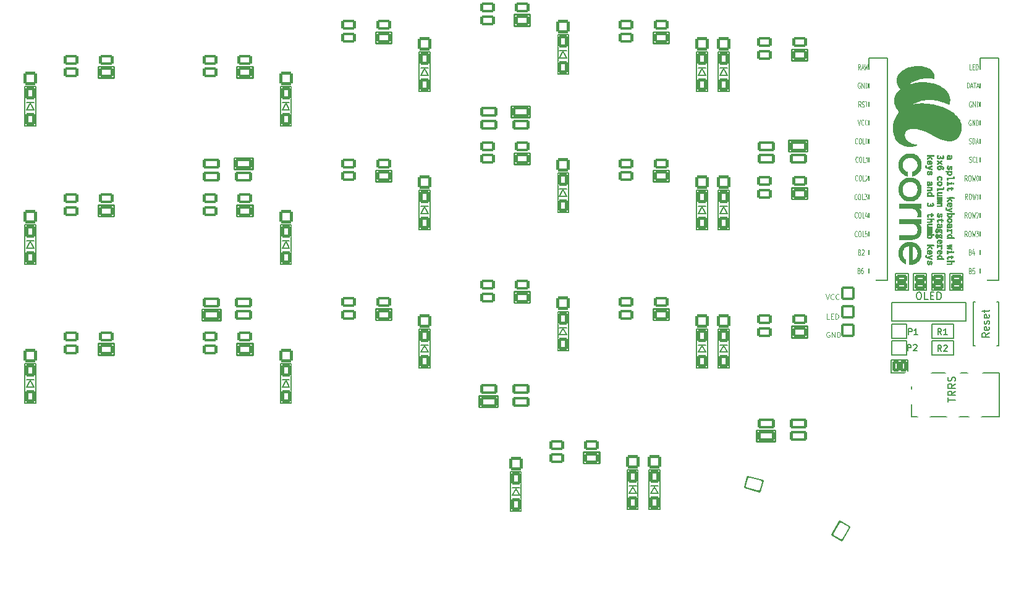
<source format=gbr>
G04 #@! TF.GenerationSoftware,KiCad,Pcbnew,8.0.8*
G04 #@! TF.CreationDate,2025-02-24T17:12:59+09:00*
G04 #@! TF.ProjectId,corne-classic,636f726e-652d-4636-9c61-737369632e6b,1.1*
G04 #@! TF.SameCoordinates,Original*
G04 #@! TF.FileFunction,Legend,Top*
G04 #@! TF.FilePolarity,Positive*
%FSLAX46Y46*%
G04 Gerber Fmt 4.6, Leading zero omitted, Abs format (unit mm)*
G04 Created by KiCad (PCBNEW 8.0.8) date 2025-02-24 17:12:59*
%MOMM*%
%LPD*%
G01*
G04 APERTURE LIST*
G04 Aperture macros list*
%AMRoundRect*
0 Rectangle with rounded corners*
0 $1 Rounding radius*
0 $2 $3 $4 $5 $6 $7 $8 $9 X,Y pos of 4 corners*
0 Add a 4 corners polygon primitive as box body*
4,1,4,$2,$3,$4,$5,$6,$7,$8,$9,$2,$3,0*
0 Add four circle primitives for the rounded corners*
1,1,$1+$1,$2,$3*
1,1,$1+$1,$4,$5*
1,1,$1+$1,$6,$7*
1,1,$1+$1,$8,$9*
0 Add four rect primitives between the rounded corners*
20,1,$1+$1,$2,$3,$4,$5,0*
20,1,$1+$1,$4,$5,$6,$7,0*
20,1,$1+$1,$6,$7,$8,$9,0*
20,1,$1+$1,$8,$9,$2,$3,0*%
%AMHorizOval*
0 Thick line with rounded ends*
0 $1 width*
0 $2 $3 position (X,Y) of the first rounded end (center of the circle)*
0 $4 $5 position (X,Y) of the second rounded end (center of the circle)*
0 Add line between two ends*
20,1,$1,$2,$3,$4,$5,0*
0 Add two circle primitives to create the rounded ends*
1,1,$1,$2,$3*
1,1,$1,$4,$5*%
G04 Aperture macros list end*
%ADD10C,0.125000*%
%ADD11C,0.150000*%
%ADD12C,0.300000*%
%ADD13C,0.010000*%
%ADD14R,1.397000X1.397000*%
%ADD15C,1.397000*%
%ADD16C,1.700000*%
%ADD17C,1.900000*%
%ADD18C,4.000000*%
%ADD19C,1.000000*%
%ADD20C,2.400000*%
%ADD21HorizOval,1.250000X-0.305324X0.363871X0.305324X-0.363871X0*%
%ADD22HorizOval,1.250000X-0.305324X-0.363871X0.305324X0.363871X0*%
%ADD23HorizOval,1.550000X-0.401742X-0.478778X0.401742X0.478778X0*%
%ADD24C,2.200000*%
%ADD25HorizOval,1.550000X-0.401742X0.478778X0.401742X-0.478778X0*%
%ADD26HorizOval,1.550000X-0.511970X-0.358485X0.511970X0.358485X0*%
%ADD27HorizOval,1.250000X-0.200744X0.430496X0.200744X-0.430496X0*%
%ADD28HorizOval,1.250000X-0.389097X-0.272449X0.389097X0.272449X0*%
%ADD29HorizOval,1.550000X-0.264136X0.566442X0.264136X-0.566442X0*%
%ADD30HorizOval,1.250000X0.162460X-0.446354X-0.162460X0.446354X0*%
%ADD31HorizOval,1.250000X-0.467784X-0.082483X0.467784X0.082483X0*%
%ADD32HorizOval,1.550000X0.213763X-0.587308X-0.213763X0.587308X0*%
%ADD33HorizOval,1.550000X-0.615505X-0.108530X0.615505X0.108530X0*%
%ADD34C,1.524000*%
%ADD35C,1.200000*%
%ADD36O,2.500000X1.700000*%
%ADD37C,2.000000*%
%ADD38RoundRect,0.200000X-0.475000X0.650000X-0.475000X-0.650000X0.475000X-0.650000X0.475000X0.650000X0*%
%ADD39RoundRect,0.200000X-0.698500X0.698500X-0.698500X-0.698500X0.698500X-0.698500X0.698500X0.698500X0*%
%ADD40C,1.797000*%
%ADD41RoundRect,0.200000X-0.800000X-0.500000X0.800000X-0.500000X0.800000X0.500000X-0.800000X0.500000X0*%
%ADD42RoundRect,0.200000X-0.902150X-0.275908X0.643331X-0.690018X0.902150X0.275908X-0.643331X0.690018X0*%
%ADD43RoundRect,0.200000X-0.033013X0.942820X-0.833013X-0.442820X0.033013X-0.942820X0.833013X0.442820X0*%
%ADD44C,2.100000*%
%ADD45C,2.300000*%
%ADD46C,4.400000*%
%ADD47C,1.400000*%
%ADD48C,2.800000*%
%ADD49HorizOval,1.650000X-0.305324X0.363871X0.305324X-0.363871X0*%
%ADD50HorizOval,1.650000X-0.305324X-0.363871X0.305324X0.363871X0*%
%ADD51HorizOval,1.950000X-0.401742X-0.478778X0.401742X0.478778X0*%
%ADD52C,2.600000*%
%ADD53HorizOval,1.950000X-0.401742X0.478778X0.401742X-0.478778X0*%
%ADD54HorizOval,1.950000X-0.511970X-0.358485X0.511970X0.358485X0*%
%ADD55HorizOval,1.650000X-0.200744X0.430496X0.200744X-0.430496X0*%
%ADD56HorizOval,1.650000X-0.389097X-0.272449X0.389097X0.272449X0*%
%ADD57HorizOval,1.950000X-0.264136X0.566442X0.264136X-0.566442X0*%
%ADD58HorizOval,1.650000X0.162460X-0.446354X-0.162460X0.446354X0*%
%ADD59HorizOval,1.650000X-0.467784X-0.082483X0.467784X0.082483X0*%
%ADD60HorizOval,1.950000X0.213763X-0.587308X-0.213763X0.587308X0*%
%ADD61HorizOval,1.950000X-0.615505X-0.108530X0.615505X0.108530X0*%
%ADD62RoundRect,0.200000X-0.571500X0.317500X-0.571500X-0.317500X0.571500X-0.317500X0.571500X0.317500X0*%
%ADD63C,1.924000*%
%ADD64C,5.400000*%
%ADD65RoundRect,0.200000X0.762000X0.762000X-0.762000X0.762000X-0.762000X-0.762000X0.762000X-0.762000X0*%
%ADD66RoundRect,0.200000X0.190500X-0.190500X0.190500X0.190500X-0.190500X0.190500X-0.190500X-0.190500X0*%
%ADD67RoundRect,0.200000X-0.317500X-0.571500X0.317500X-0.571500X0.317500X0.571500X-0.317500X0.571500X0*%
%ADD68C,1.600000*%
%ADD69O,2.900000X2.100000*%
%ADD70RoundRect,0.200000X-1.000000X-0.500000X1.000000X-0.500000X1.000000X0.500000X-1.000000X0.500000X0*%
%ADD71RoundRect,0.200000X1.000000X0.500000X-1.000000X0.500000X-1.000000X-0.500000X1.000000X-0.500000X0*%
G04 APERTURE END LIST*
D10*
X171466667Y-108150666D02*
X171400000Y-108117333D01*
X171400000Y-108117333D02*
X171300000Y-108117333D01*
X171300000Y-108117333D02*
X171200000Y-108150666D01*
X171200000Y-108150666D02*
X171133334Y-108217333D01*
X171133334Y-108217333D02*
X171100000Y-108284000D01*
X171100000Y-108284000D02*
X171066667Y-108417333D01*
X171066667Y-108417333D02*
X171066667Y-108517333D01*
X171066667Y-108517333D02*
X171100000Y-108650666D01*
X171100000Y-108650666D02*
X171133334Y-108717333D01*
X171133334Y-108717333D02*
X171200000Y-108784000D01*
X171200000Y-108784000D02*
X171300000Y-108817333D01*
X171300000Y-108817333D02*
X171366667Y-108817333D01*
X171366667Y-108817333D02*
X171466667Y-108784000D01*
X171466667Y-108784000D02*
X171500000Y-108750666D01*
X171500000Y-108750666D02*
X171500000Y-108517333D01*
X171500000Y-108517333D02*
X171366667Y-108517333D01*
X171800000Y-108817333D02*
X171800000Y-108117333D01*
X171800000Y-108117333D02*
X172200000Y-108817333D01*
X172200000Y-108817333D02*
X172200000Y-108117333D01*
X172533333Y-108817333D02*
X172533333Y-108117333D01*
X172533333Y-108117333D02*
X172700000Y-108117333D01*
X172700000Y-108117333D02*
X172800000Y-108150666D01*
X172800000Y-108150666D02*
X172866667Y-108217333D01*
X172866667Y-108217333D02*
X172900000Y-108284000D01*
X172900000Y-108284000D02*
X172933333Y-108417333D01*
X172933333Y-108417333D02*
X172933333Y-108517333D01*
X172933333Y-108517333D02*
X172900000Y-108650666D01*
X172900000Y-108650666D02*
X172866667Y-108717333D01*
X172866667Y-108717333D02*
X172800000Y-108784000D01*
X172800000Y-108784000D02*
X172700000Y-108817333D01*
X172700000Y-108817333D02*
X172533333Y-108817333D01*
X171450000Y-106317333D02*
X171116666Y-106317333D01*
X171116666Y-106317333D02*
X171116666Y-105617333D01*
X171683333Y-105950666D02*
X171916667Y-105950666D01*
X172016667Y-106317333D02*
X171683333Y-106317333D01*
X171683333Y-106317333D02*
X171683333Y-105617333D01*
X171683333Y-105617333D02*
X172016667Y-105617333D01*
X172316666Y-106317333D02*
X172316666Y-105617333D01*
X172316666Y-105617333D02*
X172483333Y-105617333D01*
X172483333Y-105617333D02*
X172583333Y-105650666D01*
X172583333Y-105650666D02*
X172650000Y-105717333D01*
X172650000Y-105717333D02*
X172683333Y-105784000D01*
X172683333Y-105784000D02*
X172716666Y-105917333D01*
X172716666Y-105917333D02*
X172716666Y-106017333D01*
X172716666Y-106017333D02*
X172683333Y-106150666D01*
X172683333Y-106150666D02*
X172650000Y-106217333D01*
X172650000Y-106217333D02*
X172583333Y-106284000D01*
X172583333Y-106284000D02*
X172483333Y-106317333D01*
X172483333Y-106317333D02*
X172316666Y-106317333D01*
X170966666Y-102917333D02*
X171200000Y-103617333D01*
X171200000Y-103617333D02*
X171433333Y-102917333D01*
X172066666Y-103550666D02*
X172033333Y-103584000D01*
X172033333Y-103584000D02*
X171933333Y-103617333D01*
X171933333Y-103617333D02*
X171866666Y-103617333D01*
X171866666Y-103617333D02*
X171766666Y-103584000D01*
X171766666Y-103584000D02*
X171700000Y-103517333D01*
X171700000Y-103517333D02*
X171666666Y-103450666D01*
X171666666Y-103450666D02*
X171633333Y-103317333D01*
X171633333Y-103317333D02*
X171633333Y-103217333D01*
X171633333Y-103217333D02*
X171666666Y-103084000D01*
X171666666Y-103084000D02*
X171700000Y-103017333D01*
X171700000Y-103017333D02*
X171766666Y-102950666D01*
X171766666Y-102950666D02*
X171866666Y-102917333D01*
X171866666Y-102917333D02*
X171933333Y-102917333D01*
X171933333Y-102917333D02*
X172033333Y-102950666D01*
X172033333Y-102950666D02*
X172066666Y-102984000D01*
X172766666Y-103550666D02*
X172733333Y-103584000D01*
X172733333Y-103584000D02*
X172633333Y-103617333D01*
X172633333Y-103617333D02*
X172566666Y-103617333D01*
X172566666Y-103617333D02*
X172466666Y-103584000D01*
X172466666Y-103584000D02*
X172400000Y-103517333D01*
X172400000Y-103517333D02*
X172366666Y-103450666D01*
X172366666Y-103450666D02*
X172333333Y-103317333D01*
X172333333Y-103317333D02*
X172333333Y-103217333D01*
X172333333Y-103217333D02*
X172366666Y-103084000D01*
X172366666Y-103084000D02*
X172400000Y-103017333D01*
X172400000Y-103017333D02*
X172466666Y-102950666D01*
X172466666Y-102950666D02*
X172566666Y-102917333D01*
X172566666Y-102917333D02*
X172633333Y-102917333D01*
X172633333Y-102917333D02*
X172733333Y-102950666D01*
X172733333Y-102950666D02*
X172766666Y-102984000D01*
D11*
D10*
X175597619Y-97147607D02*
X175669047Y-97183321D01*
X175669047Y-97183321D02*
X175692857Y-97219035D01*
X175692857Y-97219035D02*
X175716666Y-97290464D01*
X175716666Y-97290464D02*
X175716666Y-97397607D01*
X175716666Y-97397607D02*
X175692857Y-97469035D01*
X175692857Y-97469035D02*
X175669047Y-97504750D01*
X175669047Y-97504750D02*
X175621428Y-97540464D01*
X175621428Y-97540464D02*
X175430952Y-97540464D01*
X175430952Y-97540464D02*
X175430952Y-96790464D01*
X175430952Y-96790464D02*
X175597619Y-96790464D01*
X175597619Y-96790464D02*
X175645238Y-96826178D01*
X175645238Y-96826178D02*
X175669047Y-96861892D01*
X175669047Y-96861892D02*
X175692857Y-96933321D01*
X175692857Y-96933321D02*
X175692857Y-97004750D01*
X175692857Y-97004750D02*
X175669047Y-97076178D01*
X175669047Y-97076178D02*
X175645238Y-97111892D01*
X175645238Y-97111892D02*
X175597619Y-97147607D01*
X175597619Y-97147607D02*
X175430952Y-97147607D01*
X175907143Y-96861892D02*
X175930952Y-96826178D01*
X175930952Y-96826178D02*
X175978571Y-96790464D01*
X175978571Y-96790464D02*
X176097619Y-96790464D01*
X176097619Y-96790464D02*
X176145238Y-96826178D01*
X176145238Y-96826178D02*
X176169047Y-96861892D01*
X176169047Y-96861892D02*
X176192857Y-96933321D01*
X176192857Y-96933321D02*
X176192857Y-97004750D01*
X176192857Y-97004750D02*
X176169047Y-97111892D01*
X176169047Y-97111892D02*
X175883333Y-97540464D01*
X175883333Y-97540464D02*
X176192857Y-97540464D01*
X175497619Y-99697607D02*
X175569047Y-99733321D01*
X175569047Y-99733321D02*
X175592857Y-99769035D01*
X175592857Y-99769035D02*
X175616666Y-99840464D01*
X175616666Y-99840464D02*
X175616666Y-99947607D01*
X175616666Y-99947607D02*
X175592857Y-100019035D01*
X175592857Y-100019035D02*
X175569047Y-100054750D01*
X175569047Y-100054750D02*
X175521428Y-100090464D01*
X175521428Y-100090464D02*
X175330952Y-100090464D01*
X175330952Y-100090464D02*
X175330952Y-99340464D01*
X175330952Y-99340464D02*
X175497619Y-99340464D01*
X175497619Y-99340464D02*
X175545238Y-99376178D01*
X175545238Y-99376178D02*
X175569047Y-99411892D01*
X175569047Y-99411892D02*
X175592857Y-99483321D01*
X175592857Y-99483321D02*
X175592857Y-99554750D01*
X175592857Y-99554750D02*
X175569047Y-99626178D01*
X175569047Y-99626178D02*
X175545238Y-99661892D01*
X175545238Y-99661892D02*
X175497619Y-99697607D01*
X175497619Y-99697607D02*
X175330952Y-99697607D01*
X176045238Y-99340464D02*
X175950000Y-99340464D01*
X175950000Y-99340464D02*
X175902381Y-99376178D01*
X175902381Y-99376178D02*
X175878571Y-99411892D01*
X175878571Y-99411892D02*
X175830952Y-99519035D01*
X175830952Y-99519035D02*
X175807143Y-99661892D01*
X175807143Y-99661892D02*
X175807143Y-99947607D01*
X175807143Y-99947607D02*
X175830952Y-100019035D01*
X175830952Y-100019035D02*
X175854762Y-100054750D01*
X175854762Y-100054750D02*
X175902381Y-100090464D01*
X175902381Y-100090464D02*
X175997619Y-100090464D01*
X175997619Y-100090464D02*
X176045238Y-100054750D01*
X176045238Y-100054750D02*
X176069047Y-100019035D01*
X176069047Y-100019035D02*
X176092857Y-99947607D01*
X176092857Y-99947607D02*
X176092857Y-99769035D01*
X176092857Y-99769035D02*
X176069047Y-99697607D01*
X176069047Y-99697607D02*
X176045238Y-99661892D01*
X176045238Y-99661892D02*
X175997619Y-99626178D01*
X175997619Y-99626178D02*
X175902381Y-99626178D01*
X175902381Y-99626178D02*
X175854762Y-99661892D01*
X175854762Y-99661892D02*
X175830952Y-99697607D01*
X175830952Y-99697607D02*
X175807143Y-99769035D01*
X175252380Y-92369035D02*
X175228571Y-92404750D01*
X175228571Y-92404750D02*
X175157142Y-92440464D01*
X175157142Y-92440464D02*
X175109523Y-92440464D01*
X175109523Y-92440464D02*
X175038095Y-92404750D01*
X175038095Y-92404750D02*
X174990476Y-92333321D01*
X174990476Y-92333321D02*
X174966666Y-92261892D01*
X174966666Y-92261892D02*
X174942857Y-92119035D01*
X174942857Y-92119035D02*
X174942857Y-92011892D01*
X174942857Y-92011892D02*
X174966666Y-91869035D01*
X174966666Y-91869035D02*
X174990476Y-91797607D01*
X174990476Y-91797607D02*
X175038095Y-91726178D01*
X175038095Y-91726178D02*
X175109523Y-91690464D01*
X175109523Y-91690464D02*
X175157142Y-91690464D01*
X175157142Y-91690464D02*
X175228571Y-91726178D01*
X175228571Y-91726178D02*
X175252380Y-91761892D01*
X175561904Y-91690464D02*
X175657142Y-91690464D01*
X175657142Y-91690464D02*
X175704761Y-91726178D01*
X175704761Y-91726178D02*
X175752380Y-91797607D01*
X175752380Y-91797607D02*
X175776190Y-91940464D01*
X175776190Y-91940464D02*
X175776190Y-92190464D01*
X175776190Y-92190464D02*
X175752380Y-92333321D01*
X175752380Y-92333321D02*
X175704761Y-92404750D01*
X175704761Y-92404750D02*
X175657142Y-92440464D01*
X175657142Y-92440464D02*
X175561904Y-92440464D01*
X175561904Y-92440464D02*
X175514285Y-92404750D01*
X175514285Y-92404750D02*
X175466666Y-92333321D01*
X175466666Y-92333321D02*
X175442857Y-92190464D01*
X175442857Y-92190464D02*
X175442857Y-91940464D01*
X175442857Y-91940464D02*
X175466666Y-91797607D01*
X175466666Y-91797607D02*
X175514285Y-91726178D01*
X175514285Y-91726178D02*
X175561904Y-91690464D01*
X176228571Y-92440464D02*
X175990476Y-92440464D01*
X175990476Y-92440464D02*
X175990476Y-91690464D01*
X176609524Y-91940464D02*
X176609524Y-92440464D01*
X176490476Y-91654750D02*
X176371429Y-92190464D01*
X176371429Y-92190464D02*
X176680952Y-92190464D01*
X175202380Y-89869035D02*
X175178571Y-89904750D01*
X175178571Y-89904750D02*
X175107142Y-89940464D01*
X175107142Y-89940464D02*
X175059523Y-89940464D01*
X175059523Y-89940464D02*
X174988095Y-89904750D01*
X174988095Y-89904750D02*
X174940476Y-89833321D01*
X174940476Y-89833321D02*
X174916666Y-89761892D01*
X174916666Y-89761892D02*
X174892857Y-89619035D01*
X174892857Y-89619035D02*
X174892857Y-89511892D01*
X174892857Y-89511892D02*
X174916666Y-89369035D01*
X174916666Y-89369035D02*
X174940476Y-89297607D01*
X174940476Y-89297607D02*
X174988095Y-89226178D01*
X174988095Y-89226178D02*
X175059523Y-89190464D01*
X175059523Y-89190464D02*
X175107142Y-89190464D01*
X175107142Y-89190464D02*
X175178571Y-89226178D01*
X175178571Y-89226178D02*
X175202380Y-89261892D01*
X175511904Y-89190464D02*
X175607142Y-89190464D01*
X175607142Y-89190464D02*
X175654761Y-89226178D01*
X175654761Y-89226178D02*
X175702380Y-89297607D01*
X175702380Y-89297607D02*
X175726190Y-89440464D01*
X175726190Y-89440464D02*
X175726190Y-89690464D01*
X175726190Y-89690464D02*
X175702380Y-89833321D01*
X175702380Y-89833321D02*
X175654761Y-89904750D01*
X175654761Y-89904750D02*
X175607142Y-89940464D01*
X175607142Y-89940464D02*
X175511904Y-89940464D01*
X175511904Y-89940464D02*
X175464285Y-89904750D01*
X175464285Y-89904750D02*
X175416666Y-89833321D01*
X175416666Y-89833321D02*
X175392857Y-89690464D01*
X175392857Y-89690464D02*
X175392857Y-89440464D01*
X175392857Y-89440464D02*
X175416666Y-89297607D01*
X175416666Y-89297607D02*
X175464285Y-89226178D01*
X175464285Y-89226178D02*
X175511904Y-89190464D01*
X176178571Y-89940464D02*
X175940476Y-89940464D01*
X175940476Y-89940464D02*
X175940476Y-89190464D01*
X176297619Y-89190464D02*
X176607143Y-89190464D01*
X176607143Y-89190464D02*
X176440476Y-89476178D01*
X176440476Y-89476178D02*
X176511905Y-89476178D01*
X176511905Y-89476178D02*
X176559524Y-89511892D01*
X176559524Y-89511892D02*
X176583333Y-89547607D01*
X176583333Y-89547607D02*
X176607143Y-89619035D01*
X176607143Y-89619035D02*
X176607143Y-89797607D01*
X176607143Y-89797607D02*
X176583333Y-89869035D01*
X176583333Y-89869035D02*
X176559524Y-89904750D01*
X176559524Y-89904750D02*
X176511905Y-89940464D01*
X176511905Y-89940464D02*
X176369048Y-89940464D01*
X176369048Y-89940464D02*
X176321429Y-89904750D01*
X176321429Y-89904750D02*
X176297619Y-89869035D01*
X175367834Y-78982464D02*
X175534500Y-79732464D01*
X175534500Y-79732464D02*
X175701167Y-78982464D01*
X176153547Y-79661035D02*
X176129738Y-79696750D01*
X176129738Y-79696750D02*
X176058309Y-79732464D01*
X176058309Y-79732464D02*
X176010690Y-79732464D01*
X176010690Y-79732464D02*
X175939262Y-79696750D01*
X175939262Y-79696750D02*
X175891643Y-79625321D01*
X175891643Y-79625321D02*
X175867833Y-79553892D01*
X175867833Y-79553892D02*
X175844024Y-79411035D01*
X175844024Y-79411035D02*
X175844024Y-79303892D01*
X175844024Y-79303892D02*
X175867833Y-79161035D01*
X175867833Y-79161035D02*
X175891643Y-79089607D01*
X175891643Y-79089607D02*
X175939262Y-79018178D01*
X175939262Y-79018178D02*
X176010690Y-78982464D01*
X176010690Y-78982464D02*
X176058309Y-78982464D01*
X176058309Y-78982464D02*
X176129738Y-79018178D01*
X176129738Y-79018178D02*
X176153547Y-79053892D01*
X176653547Y-79661035D02*
X176629738Y-79696750D01*
X176629738Y-79696750D02*
X176558309Y-79732464D01*
X176558309Y-79732464D02*
X176510690Y-79732464D01*
X176510690Y-79732464D02*
X176439262Y-79696750D01*
X176439262Y-79696750D02*
X176391643Y-79625321D01*
X176391643Y-79625321D02*
X176367833Y-79553892D01*
X176367833Y-79553892D02*
X176344024Y-79411035D01*
X176344024Y-79411035D02*
X176344024Y-79303892D01*
X176344024Y-79303892D02*
X176367833Y-79161035D01*
X176367833Y-79161035D02*
X176391643Y-79089607D01*
X176391643Y-79089607D02*
X176439262Y-79018178D01*
X176439262Y-79018178D02*
X176510690Y-78982464D01*
X176510690Y-78982464D02*
X176558309Y-78982464D01*
X176558309Y-78982464D02*
X176629738Y-79018178D01*
X176629738Y-79018178D02*
X176653547Y-79053892D01*
X175689261Y-72112464D02*
X175522595Y-71755321D01*
X175403547Y-72112464D02*
X175403547Y-71362464D01*
X175403547Y-71362464D02*
X175594023Y-71362464D01*
X175594023Y-71362464D02*
X175641642Y-71398178D01*
X175641642Y-71398178D02*
X175665452Y-71433892D01*
X175665452Y-71433892D02*
X175689261Y-71505321D01*
X175689261Y-71505321D02*
X175689261Y-71612464D01*
X175689261Y-71612464D02*
X175665452Y-71683892D01*
X175665452Y-71683892D02*
X175641642Y-71719607D01*
X175641642Y-71719607D02*
X175594023Y-71755321D01*
X175594023Y-71755321D02*
X175403547Y-71755321D01*
X175879738Y-71898178D02*
X176117833Y-71898178D01*
X175832119Y-72112464D02*
X175998785Y-71362464D01*
X175998785Y-71362464D02*
X176165452Y-72112464D01*
X176284499Y-71362464D02*
X176403547Y-72112464D01*
X176403547Y-72112464D02*
X176498785Y-71576750D01*
X176498785Y-71576750D02*
X176594023Y-72112464D01*
X176594023Y-72112464D02*
X176713071Y-71362464D01*
X190747619Y-99723107D02*
X190819047Y-99758821D01*
X190819047Y-99758821D02*
X190842857Y-99794535D01*
X190842857Y-99794535D02*
X190866666Y-99865964D01*
X190866666Y-99865964D02*
X190866666Y-99973107D01*
X190866666Y-99973107D02*
X190842857Y-100044535D01*
X190842857Y-100044535D02*
X190819047Y-100080250D01*
X190819047Y-100080250D02*
X190771428Y-100115964D01*
X190771428Y-100115964D02*
X190580952Y-100115964D01*
X190580952Y-100115964D02*
X190580952Y-99365964D01*
X190580952Y-99365964D02*
X190747619Y-99365964D01*
X190747619Y-99365964D02*
X190795238Y-99401678D01*
X190795238Y-99401678D02*
X190819047Y-99437392D01*
X190819047Y-99437392D02*
X190842857Y-99508821D01*
X190842857Y-99508821D02*
X190842857Y-99580250D01*
X190842857Y-99580250D02*
X190819047Y-99651678D01*
X190819047Y-99651678D02*
X190795238Y-99687392D01*
X190795238Y-99687392D02*
X190747619Y-99723107D01*
X190747619Y-99723107D02*
X190580952Y-99723107D01*
X191319047Y-99365964D02*
X191080952Y-99365964D01*
X191080952Y-99365964D02*
X191057143Y-99723107D01*
X191057143Y-99723107D02*
X191080952Y-99687392D01*
X191080952Y-99687392D02*
X191128571Y-99651678D01*
X191128571Y-99651678D02*
X191247619Y-99651678D01*
X191247619Y-99651678D02*
X191295238Y-99687392D01*
X191295238Y-99687392D02*
X191319047Y-99723107D01*
X191319047Y-99723107D02*
X191342857Y-99794535D01*
X191342857Y-99794535D02*
X191342857Y-99973107D01*
X191342857Y-99973107D02*
X191319047Y-100044535D01*
X191319047Y-100044535D02*
X191295238Y-100080250D01*
X191295238Y-100080250D02*
X191247619Y-100115964D01*
X191247619Y-100115964D02*
X191128571Y-100115964D01*
X191128571Y-100115964D02*
X191080952Y-100080250D01*
X191080952Y-100080250D02*
X191057143Y-100044535D01*
X175760690Y-77255964D02*
X175594024Y-76898821D01*
X175474976Y-77255964D02*
X175474976Y-76505964D01*
X175474976Y-76505964D02*
X175665452Y-76505964D01*
X175665452Y-76505964D02*
X175713071Y-76541678D01*
X175713071Y-76541678D02*
X175736881Y-76577392D01*
X175736881Y-76577392D02*
X175760690Y-76648821D01*
X175760690Y-76648821D02*
X175760690Y-76755964D01*
X175760690Y-76755964D02*
X175736881Y-76827392D01*
X175736881Y-76827392D02*
X175713071Y-76863107D01*
X175713071Y-76863107D02*
X175665452Y-76898821D01*
X175665452Y-76898821D02*
X175474976Y-76898821D01*
X175951167Y-77220250D02*
X176022595Y-77255964D01*
X176022595Y-77255964D02*
X176141643Y-77255964D01*
X176141643Y-77255964D02*
X176189262Y-77220250D01*
X176189262Y-77220250D02*
X176213071Y-77184535D01*
X176213071Y-77184535D02*
X176236881Y-77113107D01*
X176236881Y-77113107D02*
X176236881Y-77041678D01*
X176236881Y-77041678D02*
X176213071Y-76970250D01*
X176213071Y-76970250D02*
X176189262Y-76934535D01*
X176189262Y-76934535D02*
X176141643Y-76898821D01*
X176141643Y-76898821D02*
X176046405Y-76863107D01*
X176046405Y-76863107D02*
X175998786Y-76827392D01*
X175998786Y-76827392D02*
X175974976Y-76791678D01*
X175974976Y-76791678D02*
X175951167Y-76720250D01*
X175951167Y-76720250D02*
X175951167Y-76648821D01*
X175951167Y-76648821D02*
X175974976Y-76577392D01*
X175974976Y-76577392D02*
X175998786Y-76541678D01*
X175998786Y-76541678D02*
X176046405Y-76505964D01*
X176046405Y-76505964D02*
X176165452Y-76505964D01*
X176165452Y-76505964D02*
X176236881Y-76541678D01*
X176379738Y-76505964D02*
X176665452Y-76505964D01*
X176522595Y-77255964D02*
X176522595Y-76505964D01*
X190893547Y-76541678D02*
X190845928Y-76505964D01*
X190845928Y-76505964D02*
X190774499Y-76505964D01*
X190774499Y-76505964D02*
X190703071Y-76541678D01*
X190703071Y-76541678D02*
X190655452Y-76613107D01*
X190655452Y-76613107D02*
X190631642Y-76684535D01*
X190631642Y-76684535D02*
X190607833Y-76827392D01*
X190607833Y-76827392D02*
X190607833Y-76934535D01*
X190607833Y-76934535D02*
X190631642Y-77077392D01*
X190631642Y-77077392D02*
X190655452Y-77148821D01*
X190655452Y-77148821D02*
X190703071Y-77220250D01*
X190703071Y-77220250D02*
X190774499Y-77255964D01*
X190774499Y-77255964D02*
X190822118Y-77255964D01*
X190822118Y-77255964D02*
X190893547Y-77220250D01*
X190893547Y-77220250D02*
X190917356Y-77184535D01*
X190917356Y-77184535D02*
X190917356Y-76934535D01*
X190917356Y-76934535D02*
X190822118Y-76934535D01*
X191131642Y-77255964D02*
X191131642Y-76505964D01*
X191131642Y-76505964D02*
X191417356Y-77255964D01*
X191417356Y-77255964D02*
X191417356Y-76505964D01*
X191655452Y-77255964D02*
X191655452Y-76505964D01*
X191655452Y-76505964D02*
X191774500Y-76505964D01*
X191774500Y-76505964D02*
X191845928Y-76541678D01*
X191845928Y-76541678D02*
X191893547Y-76613107D01*
X191893547Y-76613107D02*
X191917357Y-76684535D01*
X191917357Y-76684535D02*
X191941166Y-76827392D01*
X191941166Y-76827392D02*
X191941166Y-76934535D01*
X191941166Y-76934535D02*
X191917357Y-77077392D01*
X191917357Y-77077392D02*
X191893547Y-77148821D01*
X191893547Y-77148821D02*
X191845928Y-77220250D01*
X191845928Y-77220250D02*
X191774500Y-77255964D01*
X191774500Y-77255964D02*
X191655452Y-77255964D01*
X175653547Y-73938178D02*
X175605928Y-73902464D01*
X175605928Y-73902464D02*
X175534499Y-73902464D01*
X175534499Y-73902464D02*
X175463071Y-73938178D01*
X175463071Y-73938178D02*
X175415452Y-74009607D01*
X175415452Y-74009607D02*
X175391642Y-74081035D01*
X175391642Y-74081035D02*
X175367833Y-74223892D01*
X175367833Y-74223892D02*
X175367833Y-74331035D01*
X175367833Y-74331035D02*
X175391642Y-74473892D01*
X175391642Y-74473892D02*
X175415452Y-74545321D01*
X175415452Y-74545321D02*
X175463071Y-74616750D01*
X175463071Y-74616750D02*
X175534499Y-74652464D01*
X175534499Y-74652464D02*
X175582118Y-74652464D01*
X175582118Y-74652464D02*
X175653547Y-74616750D01*
X175653547Y-74616750D02*
X175677356Y-74581035D01*
X175677356Y-74581035D02*
X175677356Y-74331035D01*
X175677356Y-74331035D02*
X175582118Y-74331035D01*
X175891642Y-74652464D02*
X175891642Y-73902464D01*
X175891642Y-73902464D02*
X176177356Y-74652464D01*
X176177356Y-74652464D02*
X176177356Y-73902464D01*
X176415452Y-74652464D02*
X176415452Y-73902464D01*
X176415452Y-73902464D02*
X176534500Y-73902464D01*
X176534500Y-73902464D02*
X176605928Y-73938178D01*
X176605928Y-73938178D02*
X176653547Y-74009607D01*
X176653547Y-74009607D02*
X176677357Y-74081035D01*
X176677357Y-74081035D02*
X176701166Y-74223892D01*
X176701166Y-74223892D02*
X176701166Y-74331035D01*
X176701166Y-74331035D02*
X176677357Y-74473892D01*
X176677357Y-74473892D02*
X176653547Y-74545321D01*
X176653547Y-74545321D02*
X176605928Y-74616750D01*
X176605928Y-74616750D02*
X176534500Y-74652464D01*
X176534500Y-74652464D02*
X176415452Y-74652464D01*
X190319047Y-87390464D02*
X190152381Y-87033321D01*
X190033333Y-87390464D02*
X190033333Y-86640464D01*
X190033333Y-86640464D02*
X190223809Y-86640464D01*
X190223809Y-86640464D02*
X190271428Y-86676178D01*
X190271428Y-86676178D02*
X190295238Y-86711892D01*
X190295238Y-86711892D02*
X190319047Y-86783321D01*
X190319047Y-86783321D02*
X190319047Y-86890464D01*
X190319047Y-86890464D02*
X190295238Y-86961892D01*
X190295238Y-86961892D02*
X190271428Y-86997607D01*
X190271428Y-86997607D02*
X190223809Y-87033321D01*
X190223809Y-87033321D02*
X190033333Y-87033321D01*
X190628571Y-86640464D02*
X190723809Y-86640464D01*
X190723809Y-86640464D02*
X190771428Y-86676178D01*
X190771428Y-86676178D02*
X190819047Y-86747607D01*
X190819047Y-86747607D02*
X190842857Y-86890464D01*
X190842857Y-86890464D02*
X190842857Y-87140464D01*
X190842857Y-87140464D02*
X190819047Y-87283321D01*
X190819047Y-87283321D02*
X190771428Y-87354750D01*
X190771428Y-87354750D02*
X190723809Y-87390464D01*
X190723809Y-87390464D02*
X190628571Y-87390464D01*
X190628571Y-87390464D02*
X190580952Y-87354750D01*
X190580952Y-87354750D02*
X190533333Y-87283321D01*
X190533333Y-87283321D02*
X190509524Y-87140464D01*
X190509524Y-87140464D02*
X190509524Y-86890464D01*
X190509524Y-86890464D02*
X190533333Y-86747607D01*
X190533333Y-86747607D02*
X190580952Y-86676178D01*
X190580952Y-86676178D02*
X190628571Y-86640464D01*
X191009524Y-86640464D02*
X191128572Y-87390464D01*
X191128572Y-87390464D02*
X191223810Y-86854750D01*
X191223810Y-86854750D02*
X191319048Y-87390464D01*
X191319048Y-87390464D02*
X191438096Y-86640464D01*
X191723810Y-86640464D02*
X191771429Y-86640464D01*
X191771429Y-86640464D02*
X191819048Y-86676178D01*
X191819048Y-86676178D02*
X191842858Y-86711892D01*
X191842858Y-86711892D02*
X191866667Y-86783321D01*
X191866667Y-86783321D02*
X191890477Y-86926178D01*
X191890477Y-86926178D02*
X191890477Y-87104750D01*
X191890477Y-87104750D02*
X191866667Y-87247607D01*
X191866667Y-87247607D02*
X191842858Y-87319035D01*
X191842858Y-87319035D02*
X191819048Y-87354750D01*
X191819048Y-87354750D02*
X191771429Y-87390464D01*
X191771429Y-87390464D02*
X191723810Y-87390464D01*
X191723810Y-87390464D02*
X191676191Y-87354750D01*
X191676191Y-87354750D02*
X191652382Y-87319035D01*
X191652382Y-87319035D02*
X191628572Y-87247607D01*
X191628572Y-87247607D02*
X191604763Y-87104750D01*
X191604763Y-87104750D02*
X191604763Y-86926178D01*
X191604763Y-86926178D02*
X191628572Y-86783321D01*
X191628572Y-86783321D02*
X191652382Y-86711892D01*
X191652382Y-86711892D02*
X191676191Y-86676178D01*
X191676191Y-86676178D02*
X191723810Y-86640464D01*
X175302380Y-87281035D02*
X175278571Y-87316750D01*
X175278571Y-87316750D02*
X175207142Y-87352464D01*
X175207142Y-87352464D02*
X175159523Y-87352464D01*
X175159523Y-87352464D02*
X175088095Y-87316750D01*
X175088095Y-87316750D02*
X175040476Y-87245321D01*
X175040476Y-87245321D02*
X175016666Y-87173892D01*
X175016666Y-87173892D02*
X174992857Y-87031035D01*
X174992857Y-87031035D02*
X174992857Y-86923892D01*
X174992857Y-86923892D02*
X175016666Y-86781035D01*
X175016666Y-86781035D02*
X175040476Y-86709607D01*
X175040476Y-86709607D02*
X175088095Y-86638178D01*
X175088095Y-86638178D02*
X175159523Y-86602464D01*
X175159523Y-86602464D02*
X175207142Y-86602464D01*
X175207142Y-86602464D02*
X175278571Y-86638178D01*
X175278571Y-86638178D02*
X175302380Y-86673892D01*
X175611904Y-86602464D02*
X175707142Y-86602464D01*
X175707142Y-86602464D02*
X175754761Y-86638178D01*
X175754761Y-86638178D02*
X175802380Y-86709607D01*
X175802380Y-86709607D02*
X175826190Y-86852464D01*
X175826190Y-86852464D02*
X175826190Y-87102464D01*
X175826190Y-87102464D02*
X175802380Y-87245321D01*
X175802380Y-87245321D02*
X175754761Y-87316750D01*
X175754761Y-87316750D02*
X175707142Y-87352464D01*
X175707142Y-87352464D02*
X175611904Y-87352464D01*
X175611904Y-87352464D02*
X175564285Y-87316750D01*
X175564285Y-87316750D02*
X175516666Y-87245321D01*
X175516666Y-87245321D02*
X175492857Y-87102464D01*
X175492857Y-87102464D02*
X175492857Y-86852464D01*
X175492857Y-86852464D02*
X175516666Y-86709607D01*
X175516666Y-86709607D02*
X175564285Y-86638178D01*
X175564285Y-86638178D02*
X175611904Y-86602464D01*
X176278571Y-87352464D02*
X176040476Y-87352464D01*
X176040476Y-87352464D02*
X176040476Y-86602464D01*
X176421429Y-86673892D02*
X176445238Y-86638178D01*
X176445238Y-86638178D02*
X176492857Y-86602464D01*
X176492857Y-86602464D02*
X176611905Y-86602464D01*
X176611905Y-86602464D02*
X176659524Y-86638178D01*
X176659524Y-86638178D02*
X176683333Y-86673892D01*
X176683333Y-86673892D02*
X176707143Y-86745321D01*
X176707143Y-86745321D02*
X176707143Y-86816750D01*
X176707143Y-86816750D02*
X176683333Y-86923892D01*
X176683333Y-86923892D02*
X176397619Y-87352464D01*
X176397619Y-87352464D02*
X176707143Y-87352464D01*
X175352380Y-84741035D02*
X175328571Y-84776750D01*
X175328571Y-84776750D02*
X175257142Y-84812464D01*
X175257142Y-84812464D02*
X175209523Y-84812464D01*
X175209523Y-84812464D02*
X175138095Y-84776750D01*
X175138095Y-84776750D02*
X175090476Y-84705321D01*
X175090476Y-84705321D02*
X175066666Y-84633892D01*
X175066666Y-84633892D02*
X175042857Y-84491035D01*
X175042857Y-84491035D02*
X175042857Y-84383892D01*
X175042857Y-84383892D02*
X175066666Y-84241035D01*
X175066666Y-84241035D02*
X175090476Y-84169607D01*
X175090476Y-84169607D02*
X175138095Y-84098178D01*
X175138095Y-84098178D02*
X175209523Y-84062464D01*
X175209523Y-84062464D02*
X175257142Y-84062464D01*
X175257142Y-84062464D02*
X175328571Y-84098178D01*
X175328571Y-84098178D02*
X175352380Y-84133892D01*
X175661904Y-84062464D02*
X175757142Y-84062464D01*
X175757142Y-84062464D02*
X175804761Y-84098178D01*
X175804761Y-84098178D02*
X175852380Y-84169607D01*
X175852380Y-84169607D02*
X175876190Y-84312464D01*
X175876190Y-84312464D02*
X175876190Y-84562464D01*
X175876190Y-84562464D02*
X175852380Y-84705321D01*
X175852380Y-84705321D02*
X175804761Y-84776750D01*
X175804761Y-84776750D02*
X175757142Y-84812464D01*
X175757142Y-84812464D02*
X175661904Y-84812464D01*
X175661904Y-84812464D02*
X175614285Y-84776750D01*
X175614285Y-84776750D02*
X175566666Y-84705321D01*
X175566666Y-84705321D02*
X175542857Y-84562464D01*
X175542857Y-84562464D02*
X175542857Y-84312464D01*
X175542857Y-84312464D02*
X175566666Y-84169607D01*
X175566666Y-84169607D02*
X175614285Y-84098178D01*
X175614285Y-84098178D02*
X175661904Y-84062464D01*
X176328571Y-84812464D02*
X176090476Y-84812464D01*
X176090476Y-84812464D02*
X176090476Y-84062464D01*
X176757143Y-84812464D02*
X176471429Y-84812464D01*
X176614286Y-84812464D02*
X176614286Y-84062464D01*
X176614286Y-84062464D02*
X176566667Y-84169607D01*
X176566667Y-84169607D02*
X176519048Y-84241035D01*
X176519048Y-84241035D02*
X176471429Y-84276750D01*
X190830047Y-79081678D02*
X190782428Y-79045964D01*
X190782428Y-79045964D02*
X190710999Y-79045964D01*
X190710999Y-79045964D02*
X190639571Y-79081678D01*
X190639571Y-79081678D02*
X190591952Y-79153107D01*
X190591952Y-79153107D02*
X190568142Y-79224535D01*
X190568142Y-79224535D02*
X190544333Y-79367392D01*
X190544333Y-79367392D02*
X190544333Y-79474535D01*
X190544333Y-79474535D02*
X190568142Y-79617392D01*
X190568142Y-79617392D02*
X190591952Y-79688821D01*
X190591952Y-79688821D02*
X190639571Y-79760250D01*
X190639571Y-79760250D02*
X190710999Y-79795964D01*
X190710999Y-79795964D02*
X190758618Y-79795964D01*
X190758618Y-79795964D02*
X190830047Y-79760250D01*
X190830047Y-79760250D02*
X190853856Y-79724535D01*
X190853856Y-79724535D02*
X190853856Y-79474535D01*
X190853856Y-79474535D02*
X190758618Y-79474535D01*
X191068142Y-79795964D02*
X191068142Y-79045964D01*
X191068142Y-79045964D02*
X191353856Y-79795964D01*
X191353856Y-79795964D02*
X191353856Y-79045964D01*
X191591952Y-79795964D02*
X191591952Y-79045964D01*
X191591952Y-79045964D02*
X191711000Y-79045964D01*
X191711000Y-79045964D02*
X191782428Y-79081678D01*
X191782428Y-79081678D02*
X191830047Y-79153107D01*
X191830047Y-79153107D02*
X191853857Y-79224535D01*
X191853857Y-79224535D02*
X191877666Y-79367392D01*
X191877666Y-79367392D02*
X191877666Y-79474535D01*
X191877666Y-79474535D02*
X191853857Y-79617392D01*
X191853857Y-79617392D02*
X191830047Y-79688821D01*
X191830047Y-79688821D02*
X191782428Y-79760250D01*
X191782428Y-79760250D02*
X191711000Y-79795964D01*
X191711000Y-79795964D02*
X191591952Y-79795964D01*
X190928571Y-72112464D02*
X190690476Y-72112464D01*
X190690476Y-72112464D02*
X190690476Y-71362464D01*
X191095238Y-71719607D02*
X191261905Y-71719607D01*
X191333333Y-72112464D02*
X191095238Y-72112464D01*
X191095238Y-72112464D02*
X191095238Y-71362464D01*
X191095238Y-71362464D02*
X191333333Y-71362464D01*
X191547619Y-72112464D02*
X191547619Y-71362464D01*
X191547619Y-71362464D02*
X191666667Y-71362464D01*
X191666667Y-71362464D02*
X191738095Y-71398178D01*
X191738095Y-71398178D02*
X191785714Y-71469607D01*
X191785714Y-71469607D02*
X191809524Y-71541035D01*
X191809524Y-71541035D02*
X191833333Y-71683892D01*
X191833333Y-71683892D02*
X191833333Y-71791035D01*
X191833333Y-71791035D02*
X191809524Y-71933892D01*
X191809524Y-71933892D02*
X191785714Y-72005321D01*
X191785714Y-72005321D02*
X191738095Y-72076750D01*
X191738095Y-72076750D02*
X191666667Y-72112464D01*
X191666667Y-72112464D02*
X191547619Y-72112464D01*
X175302380Y-82219035D02*
X175278571Y-82254750D01*
X175278571Y-82254750D02*
X175207142Y-82290464D01*
X175207142Y-82290464D02*
X175159523Y-82290464D01*
X175159523Y-82290464D02*
X175088095Y-82254750D01*
X175088095Y-82254750D02*
X175040476Y-82183321D01*
X175040476Y-82183321D02*
X175016666Y-82111892D01*
X175016666Y-82111892D02*
X174992857Y-81969035D01*
X174992857Y-81969035D02*
X174992857Y-81861892D01*
X174992857Y-81861892D02*
X175016666Y-81719035D01*
X175016666Y-81719035D02*
X175040476Y-81647607D01*
X175040476Y-81647607D02*
X175088095Y-81576178D01*
X175088095Y-81576178D02*
X175159523Y-81540464D01*
X175159523Y-81540464D02*
X175207142Y-81540464D01*
X175207142Y-81540464D02*
X175278571Y-81576178D01*
X175278571Y-81576178D02*
X175302380Y-81611892D01*
X175611904Y-81540464D02*
X175707142Y-81540464D01*
X175707142Y-81540464D02*
X175754761Y-81576178D01*
X175754761Y-81576178D02*
X175802380Y-81647607D01*
X175802380Y-81647607D02*
X175826190Y-81790464D01*
X175826190Y-81790464D02*
X175826190Y-82040464D01*
X175826190Y-82040464D02*
X175802380Y-82183321D01*
X175802380Y-82183321D02*
X175754761Y-82254750D01*
X175754761Y-82254750D02*
X175707142Y-82290464D01*
X175707142Y-82290464D02*
X175611904Y-82290464D01*
X175611904Y-82290464D02*
X175564285Y-82254750D01*
X175564285Y-82254750D02*
X175516666Y-82183321D01*
X175516666Y-82183321D02*
X175492857Y-82040464D01*
X175492857Y-82040464D02*
X175492857Y-81790464D01*
X175492857Y-81790464D02*
X175516666Y-81647607D01*
X175516666Y-81647607D02*
X175564285Y-81576178D01*
X175564285Y-81576178D02*
X175611904Y-81540464D01*
X176278571Y-82290464D02*
X176040476Y-82290464D01*
X176040476Y-82290464D02*
X176040476Y-81540464D01*
X176540476Y-81540464D02*
X176588095Y-81540464D01*
X176588095Y-81540464D02*
X176635714Y-81576178D01*
X176635714Y-81576178D02*
X176659524Y-81611892D01*
X176659524Y-81611892D02*
X176683333Y-81683321D01*
X176683333Y-81683321D02*
X176707143Y-81826178D01*
X176707143Y-81826178D02*
X176707143Y-82004750D01*
X176707143Y-82004750D02*
X176683333Y-82147607D01*
X176683333Y-82147607D02*
X176659524Y-82219035D01*
X176659524Y-82219035D02*
X176635714Y-82254750D01*
X176635714Y-82254750D02*
X176588095Y-82290464D01*
X176588095Y-82290464D02*
X176540476Y-82290464D01*
X176540476Y-82290464D02*
X176492857Y-82254750D01*
X176492857Y-82254750D02*
X176469048Y-82219035D01*
X176469048Y-82219035D02*
X176445238Y-82147607D01*
X176445238Y-82147607D02*
X176421429Y-82004750D01*
X176421429Y-82004750D02*
X176421429Y-81826178D01*
X176421429Y-81826178D02*
X176445238Y-81683321D01*
X176445238Y-81683321D02*
X176469048Y-81611892D01*
X176469048Y-81611892D02*
X176492857Y-81576178D01*
X176492857Y-81576178D02*
X176540476Y-81540464D01*
X190319047Y-95035964D02*
X190152381Y-94678821D01*
X190033333Y-95035964D02*
X190033333Y-94285964D01*
X190033333Y-94285964D02*
X190223809Y-94285964D01*
X190223809Y-94285964D02*
X190271428Y-94321678D01*
X190271428Y-94321678D02*
X190295238Y-94357392D01*
X190295238Y-94357392D02*
X190319047Y-94428821D01*
X190319047Y-94428821D02*
X190319047Y-94535964D01*
X190319047Y-94535964D02*
X190295238Y-94607392D01*
X190295238Y-94607392D02*
X190271428Y-94643107D01*
X190271428Y-94643107D02*
X190223809Y-94678821D01*
X190223809Y-94678821D02*
X190033333Y-94678821D01*
X190628571Y-94285964D02*
X190723809Y-94285964D01*
X190723809Y-94285964D02*
X190771428Y-94321678D01*
X190771428Y-94321678D02*
X190819047Y-94393107D01*
X190819047Y-94393107D02*
X190842857Y-94535964D01*
X190842857Y-94535964D02*
X190842857Y-94785964D01*
X190842857Y-94785964D02*
X190819047Y-94928821D01*
X190819047Y-94928821D02*
X190771428Y-95000250D01*
X190771428Y-95000250D02*
X190723809Y-95035964D01*
X190723809Y-95035964D02*
X190628571Y-95035964D01*
X190628571Y-95035964D02*
X190580952Y-95000250D01*
X190580952Y-95000250D02*
X190533333Y-94928821D01*
X190533333Y-94928821D02*
X190509524Y-94785964D01*
X190509524Y-94785964D02*
X190509524Y-94535964D01*
X190509524Y-94535964D02*
X190533333Y-94393107D01*
X190533333Y-94393107D02*
X190580952Y-94321678D01*
X190580952Y-94321678D02*
X190628571Y-94285964D01*
X191009524Y-94285964D02*
X191128572Y-95035964D01*
X191128572Y-95035964D02*
X191223810Y-94500250D01*
X191223810Y-94500250D02*
X191319048Y-95035964D01*
X191319048Y-95035964D02*
X191438096Y-94285964D01*
X191580953Y-94285964D02*
X191890477Y-94285964D01*
X191890477Y-94285964D02*
X191723810Y-94571678D01*
X191723810Y-94571678D02*
X191795239Y-94571678D01*
X191795239Y-94571678D02*
X191842858Y-94607392D01*
X191842858Y-94607392D02*
X191866667Y-94643107D01*
X191866667Y-94643107D02*
X191890477Y-94714535D01*
X191890477Y-94714535D02*
X191890477Y-94893107D01*
X191890477Y-94893107D02*
X191866667Y-94964535D01*
X191866667Y-94964535D02*
X191842858Y-95000250D01*
X191842858Y-95000250D02*
X191795239Y-95035964D01*
X191795239Y-95035964D02*
X191652382Y-95035964D01*
X191652382Y-95035964D02*
X191604763Y-95000250D01*
X191604763Y-95000250D02*
X191580953Y-94964535D01*
X190369047Y-89892464D02*
X190202381Y-89535321D01*
X190083333Y-89892464D02*
X190083333Y-89142464D01*
X190083333Y-89142464D02*
X190273809Y-89142464D01*
X190273809Y-89142464D02*
X190321428Y-89178178D01*
X190321428Y-89178178D02*
X190345238Y-89213892D01*
X190345238Y-89213892D02*
X190369047Y-89285321D01*
X190369047Y-89285321D02*
X190369047Y-89392464D01*
X190369047Y-89392464D02*
X190345238Y-89463892D01*
X190345238Y-89463892D02*
X190321428Y-89499607D01*
X190321428Y-89499607D02*
X190273809Y-89535321D01*
X190273809Y-89535321D02*
X190083333Y-89535321D01*
X190678571Y-89142464D02*
X190773809Y-89142464D01*
X190773809Y-89142464D02*
X190821428Y-89178178D01*
X190821428Y-89178178D02*
X190869047Y-89249607D01*
X190869047Y-89249607D02*
X190892857Y-89392464D01*
X190892857Y-89392464D02*
X190892857Y-89642464D01*
X190892857Y-89642464D02*
X190869047Y-89785321D01*
X190869047Y-89785321D02*
X190821428Y-89856750D01*
X190821428Y-89856750D02*
X190773809Y-89892464D01*
X190773809Y-89892464D02*
X190678571Y-89892464D01*
X190678571Y-89892464D02*
X190630952Y-89856750D01*
X190630952Y-89856750D02*
X190583333Y-89785321D01*
X190583333Y-89785321D02*
X190559524Y-89642464D01*
X190559524Y-89642464D02*
X190559524Y-89392464D01*
X190559524Y-89392464D02*
X190583333Y-89249607D01*
X190583333Y-89249607D02*
X190630952Y-89178178D01*
X190630952Y-89178178D02*
X190678571Y-89142464D01*
X191059524Y-89142464D02*
X191178572Y-89892464D01*
X191178572Y-89892464D02*
X191273810Y-89356750D01*
X191273810Y-89356750D02*
X191369048Y-89892464D01*
X191369048Y-89892464D02*
X191488096Y-89142464D01*
X191940477Y-89892464D02*
X191654763Y-89892464D01*
X191797620Y-89892464D02*
X191797620Y-89142464D01*
X191797620Y-89142464D02*
X191750001Y-89249607D01*
X191750001Y-89249607D02*
X191702382Y-89321035D01*
X191702382Y-89321035D02*
X191654763Y-89356750D01*
X190603858Y-82236750D02*
X190675286Y-82272464D01*
X190675286Y-82272464D02*
X190794334Y-82272464D01*
X190794334Y-82272464D02*
X190841953Y-82236750D01*
X190841953Y-82236750D02*
X190865762Y-82201035D01*
X190865762Y-82201035D02*
X190889572Y-82129607D01*
X190889572Y-82129607D02*
X190889572Y-82058178D01*
X190889572Y-82058178D02*
X190865762Y-81986750D01*
X190865762Y-81986750D02*
X190841953Y-81951035D01*
X190841953Y-81951035D02*
X190794334Y-81915321D01*
X190794334Y-81915321D02*
X190699096Y-81879607D01*
X190699096Y-81879607D02*
X190651477Y-81843892D01*
X190651477Y-81843892D02*
X190627667Y-81808178D01*
X190627667Y-81808178D02*
X190603858Y-81736750D01*
X190603858Y-81736750D02*
X190603858Y-81665321D01*
X190603858Y-81665321D02*
X190627667Y-81593892D01*
X190627667Y-81593892D02*
X190651477Y-81558178D01*
X190651477Y-81558178D02*
X190699096Y-81522464D01*
X190699096Y-81522464D02*
X190818143Y-81522464D01*
X190818143Y-81522464D02*
X190889572Y-81558178D01*
X191103857Y-82272464D02*
X191103857Y-81522464D01*
X191103857Y-81522464D02*
X191222905Y-81522464D01*
X191222905Y-81522464D02*
X191294333Y-81558178D01*
X191294333Y-81558178D02*
X191341952Y-81629607D01*
X191341952Y-81629607D02*
X191365762Y-81701035D01*
X191365762Y-81701035D02*
X191389571Y-81843892D01*
X191389571Y-81843892D02*
X191389571Y-81951035D01*
X191389571Y-81951035D02*
X191365762Y-82093892D01*
X191365762Y-82093892D02*
X191341952Y-82165321D01*
X191341952Y-82165321D02*
X191294333Y-82236750D01*
X191294333Y-82236750D02*
X191222905Y-82272464D01*
X191222905Y-82272464D02*
X191103857Y-82272464D01*
X191580048Y-82058178D02*
X191818143Y-82058178D01*
X191532429Y-82272464D02*
X191699095Y-81522464D01*
X191699095Y-81522464D02*
X191865762Y-82272464D01*
X175252380Y-94964535D02*
X175228571Y-95000250D01*
X175228571Y-95000250D02*
X175157142Y-95035964D01*
X175157142Y-95035964D02*
X175109523Y-95035964D01*
X175109523Y-95035964D02*
X175038095Y-95000250D01*
X175038095Y-95000250D02*
X174990476Y-94928821D01*
X174990476Y-94928821D02*
X174966666Y-94857392D01*
X174966666Y-94857392D02*
X174942857Y-94714535D01*
X174942857Y-94714535D02*
X174942857Y-94607392D01*
X174942857Y-94607392D02*
X174966666Y-94464535D01*
X174966666Y-94464535D02*
X174990476Y-94393107D01*
X174990476Y-94393107D02*
X175038095Y-94321678D01*
X175038095Y-94321678D02*
X175109523Y-94285964D01*
X175109523Y-94285964D02*
X175157142Y-94285964D01*
X175157142Y-94285964D02*
X175228571Y-94321678D01*
X175228571Y-94321678D02*
X175252380Y-94357392D01*
X175561904Y-94285964D02*
X175657142Y-94285964D01*
X175657142Y-94285964D02*
X175704761Y-94321678D01*
X175704761Y-94321678D02*
X175752380Y-94393107D01*
X175752380Y-94393107D02*
X175776190Y-94535964D01*
X175776190Y-94535964D02*
X175776190Y-94785964D01*
X175776190Y-94785964D02*
X175752380Y-94928821D01*
X175752380Y-94928821D02*
X175704761Y-95000250D01*
X175704761Y-95000250D02*
X175657142Y-95035964D01*
X175657142Y-95035964D02*
X175561904Y-95035964D01*
X175561904Y-95035964D02*
X175514285Y-95000250D01*
X175514285Y-95000250D02*
X175466666Y-94928821D01*
X175466666Y-94928821D02*
X175442857Y-94785964D01*
X175442857Y-94785964D02*
X175442857Y-94535964D01*
X175442857Y-94535964D02*
X175466666Y-94393107D01*
X175466666Y-94393107D02*
X175514285Y-94321678D01*
X175514285Y-94321678D02*
X175561904Y-94285964D01*
X176228571Y-95035964D02*
X175990476Y-95035964D01*
X175990476Y-95035964D02*
X175990476Y-94285964D01*
X176633333Y-94285964D02*
X176395238Y-94285964D01*
X176395238Y-94285964D02*
X176371429Y-94643107D01*
X176371429Y-94643107D02*
X176395238Y-94607392D01*
X176395238Y-94607392D02*
X176442857Y-94571678D01*
X176442857Y-94571678D02*
X176561905Y-94571678D01*
X176561905Y-94571678D02*
X176609524Y-94607392D01*
X176609524Y-94607392D02*
X176633333Y-94643107D01*
X176633333Y-94643107D02*
X176657143Y-94714535D01*
X176657143Y-94714535D02*
X176657143Y-94893107D01*
X176657143Y-94893107D02*
X176633333Y-94964535D01*
X176633333Y-94964535D02*
X176609524Y-95000250D01*
X176609524Y-95000250D02*
X176561905Y-95035964D01*
X176561905Y-95035964D02*
X176442857Y-95035964D01*
X176442857Y-95035964D02*
X176395238Y-95000250D01*
X176395238Y-95000250D02*
X176371429Y-94964535D01*
X190350000Y-74640464D02*
X190350000Y-73890464D01*
X190350000Y-73890464D02*
X190469048Y-73890464D01*
X190469048Y-73890464D02*
X190540476Y-73926178D01*
X190540476Y-73926178D02*
X190588095Y-73997607D01*
X190588095Y-73997607D02*
X190611905Y-74069035D01*
X190611905Y-74069035D02*
X190635714Y-74211892D01*
X190635714Y-74211892D02*
X190635714Y-74319035D01*
X190635714Y-74319035D02*
X190611905Y-74461892D01*
X190611905Y-74461892D02*
X190588095Y-74533321D01*
X190588095Y-74533321D02*
X190540476Y-74604750D01*
X190540476Y-74604750D02*
X190469048Y-74640464D01*
X190469048Y-74640464D02*
X190350000Y-74640464D01*
X190826191Y-74426178D02*
X191064286Y-74426178D01*
X190778572Y-74640464D02*
X190945238Y-73890464D01*
X190945238Y-73890464D02*
X191111905Y-74640464D01*
X191207143Y-73890464D02*
X191492857Y-73890464D01*
X191350000Y-74640464D02*
X191350000Y-73890464D01*
X191635714Y-74426178D02*
X191873809Y-74426178D01*
X191588095Y-74640464D02*
X191754761Y-73890464D01*
X191754761Y-73890464D02*
X191921428Y-74640464D01*
X190747619Y-97119607D02*
X190819047Y-97155321D01*
X190819047Y-97155321D02*
X190842857Y-97191035D01*
X190842857Y-97191035D02*
X190866666Y-97262464D01*
X190866666Y-97262464D02*
X190866666Y-97369607D01*
X190866666Y-97369607D02*
X190842857Y-97441035D01*
X190842857Y-97441035D02*
X190819047Y-97476750D01*
X190819047Y-97476750D02*
X190771428Y-97512464D01*
X190771428Y-97512464D02*
X190580952Y-97512464D01*
X190580952Y-97512464D02*
X190580952Y-96762464D01*
X190580952Y-96762464D02*
X190747619Y-96762464D01*
X190747619Y-96762464D02*
X190795238Y-96798178D01*
X190795238Y-96798178D02*
X190819047Y-96833892D01*
X190819047Y-96833892D02*
X190842857Y-96905321D01*
X190842857Y-96905321D02*
X190842857Y-96976750D01*
X190842857Y-96976750D02*
X190819047Y-97048178D01*
X190819047Y-97048178D02*
X190795238Y-97083892D01*
X190795238Y-97083892D02*
X190747619Y-97119607D01*
X190747619Y-97119607D02*
X190580952Y-97119607D01*
X191295238Y-97012464D02*
X191295238Y-97512464D01*
X191176190Y-96726750D02*
X191057143Y-97262464D01*
X191057143Y-97262464D02*
X191366666Y-97262464D01*
X190319047Y-92440464D02*
X190152381Y-92083321D01*
X190033333Y-92440464D02*
X190033333Y-91690464D01*
X190033333Y-91690464D02*
X190223809Y-91690464D01*
X190223809Y-91690464D02*
X190271428Y-91726178D01*
X190271428Y-91726178D02*
X190295238Y-91761892D01*
X190295238Y-91761892D02*
X190319047Y-91833321D01*
X190319047Y-91833321D02*
X190319047Y-91940464D01*
X190319047Y-91940464D02*
X190295238Y-92011892D01*
X190295238Y-92011892D02*
X190271428Y-92047607D01*
X190271428Y-92047607D02*
X190223809Y-92083321D01*
X190223809Y-92083321D02*
X190033333Y-92083321D01*
X190628571Y-91690464D02*
X190723809Y-91690464D01*
X190723809Y-91690464D02*
X190771428Y-91726178D01*
X190771428Y-91726178D02*
X190819047Y-91797607D01*
X190819047Y-91797607D02*
X190842857Y-91940464D01*
X190842857Y-91940464D02*
X190842857Y-92190464D01*
X190842857Y-92190464D02*
X190819047Y-92333321D01*
X190819047Y-92333321D02*
X190771428Y-92404750D01*
X190771428Y-92404750D02*
X190723809Y-92440464D01*
X190723809Y-92440464D02*
X190628571Y-92440464D01*
X190628571Y-92440464D02*
X190580952Y-92404750D01*
X190580952Y-92404750D02*
X190533333Y-92333321D01*
X190533333Y-92333321D02*
X190509524Y-92190464D01*
X190509524Y-92190464D02*
X190509524Y-91940464D01*
X190509524Y-91940464D02*
X190533333Y-91797607D01*
X190533333Y-91797607D02*
X190580952Y-91726178D01*
X190580952Y-91726178D02*
X190628571Y-91690464D01*
X191009524Y-91690464D02*
X191128572Y-92440464D01*
X191128572Y-92440464D02*
X191223810Y-91904750D01*
X191223810Y-91904750D02*
X191319048Y-92440464D01*
X191319048Y-92440464D02*
X191438096Y-91690464D01*
X191604763Y-91761892D02*
X191628572Y-91726178D01*
X191628572Y-91726178D02*
X191676191Y-91690464D01*
X191676191Y-91690464D02*
X191795239Y-91690464D01*
X191795239Y-91690464D02*
X191842858Y-91726178D01*
X191842858Y-91726178D02*
X191866667Y-91761892D01*
X191866667Y-91761892D02*
X191890477Y-91833321D01*
X191890477Y-91833321D02*
X191890477Y-91904750D01*
X191890477Y-91904750D02*
X191866667Y-92011892D01*
X191866667Y-92011892D02*
X191580953Y-92440464D01*
X191580953Y-92440464D02*
X191890477Y-92440464D01*
X190615762Y-84776750D02*
X190687190Y-84812464D01*
X190687190Y-84812464D02*
X190806238Y-84812464D01*
X190806238Y-84812464D02*
X190853857Y-84776750D01*
X190853857Y-84776750D02*
X190877666Y-84741035D01*
X190877666Y-84741035D02*
X190901476Y-84669607D01*
X190901476Y-84669607D02*
X190901476Y-84598178D01*
X190901476Y-84598178D02*
X190877666Y-84526750D01*
X190877666Y-84526750D02*
X190853857Y-84491035D01*
X190853857Y-84491035D02*
X190806238Y-84455321D01*
X190806238Y-84455321D02*
X190711000Y-84419607D01*
X190711000Y-84419607D02*
X190663381Y-84383892D01*
X190663381Y-84383892D02*
X190639571Y-84348178D01*
X190639571Y-84348178D02*
X190615762Y-84276750D01*
X190615762Y-84276750D02*
X190615762Y-84205321D01*
X190615762Y-84205321D02*
X190639571Y-84133892D01*
X190639571Y-84133892D02*
X190663381Y-84098178D01*
X190663381Y-84098178D02*
X190711000Y-84062464D01*
X190711000Y-84062464D02*
X190830047Y-84062464D01*
X190830047Y-84062464D02*
X190901476Y-84098178D01*
X191401475Y-84741035D02*
X191377666Y-84776750D01*
X191377666Y-84776750D02*
X191306237Y-84812464D01*
X191306237Y-84812464D02*
X191258618Y-84812464D01*
X191258618Y-84812464D02*
X191187190Y-84776750D01*
X191187190Y-84776750D02*
X191139571Y-84705321D01*
X191139571Y-84705321D02*
X191115761Y-84633892D01*
X191115761Y-84633892D02*
X191091952Y-84491035D01*
X191091952Y-84491035D02*
X191091952Y-84383892D01*
X191091952Y-84383892D02*
X191115761Y-84241035D01*
X191115761Y-84241035D02*
X191139571Y-84169607D01*
X191139571Y-84169607D02*
X191187190Y-84098178D01*
X191187190Y-84098178D02*
X191258618Y-84062464D01*
X191258618Y-84062464D02*
X191306237Y-84062464D01*
X191306237Y-84062464D02*
X191377666Y-84098178D01*
X191377666Y-84098178D02*
X191401475Y-84133892D01*
X191853856Y-84812464D02*
X191615761Y-84812464D01*
X191615761Y-84812464D02*
X191615761Y-84062464D01*
D11*
X186814533Y-108448216D02*
X186543600Y-108061169D01*
X186350076Y-108448216D02*
X186350076Y-107635416D01*
X186350076Y-107635416D02*
X186659714Y-107635416D01*
X186659714Y-107635416D02*
X186737124Y-107674121D01*
X186737124Y-107674121D02*
X186775829Y-107712826D01*
X186775829Y-107712826D02*
X186814533Y-107790235D01*
X186814533Y-107790235D02*
X186814533Y-107906350D01*
X186814533Y-107906350D02*
X186775829Y-107983759D01*
X186775829Y-107983759D02*
X186737124Y-108022464D01*
X186737124Y-108022464D02*
X186659714Y-108061169D01*
X186659714Y-108061169D02*
X186350076Y-108061169D01*
X187588629Y-108448216D02*
X187124172Y-108448216D01*
X187356400Y-108448216D02*
X187356400Y-107635416D01*
X187356400Y-107635416D02*
X187278991Y-107751531D01*
X187278991Y-107751531D02*
X187201581Y-107828940D01*
X187201581Y-107828940D02*
X187124172Y-107867645D01*
X186814533Y-110748216D02*
X186543600Y-110361169D01*
X186350076Y-110748216D02*
X186350076Y-109935416D01*
X186350076Y-109935416D02*
X186659714Y-109935416D01*
X186659714Y-109935416D02*
X186737124Y-109974121D01*
X186737124Y-109974121D02*
X186775829Y-110012826D01*
X186775829Y-110012826D02*
X186814533Y-110090235D01*
X186814533Y-110090235D02*
X186814533Y-110206350D01*
X186814533Y-110206350D02*
X186775829Y-110283759D01*
X186775829Y-110283759D02*
X186737124Y-110322464D01*
X186737124Y-110322464D02*
X186659714Y-110361169D01*
X186659714Y-110361169D02*
X186350076Y-110361169D01*
X187124172Y-110012826D02*
X187162876Y-109974121D01*
X187162876Y-109974121D02*
X187240286Y-109935416D01*
X187240286Y-109935416D02*
X187433810Y-109935416D01*
X187433810Y-109935416D02*
X187511219Y-109974121D01*
X187511219Y-109974121D02*
X187549924Y-110012826D01*
X187549924Y-110012826D02*
X187588629Y-110090235D01*
X187588629Y-110090235D02*
X187588629Y-110167645D01*
X187588629Y-110167645D02*
X187549924Y-110283759D01*
X187549924Y-110283759D02*
X187085467Y-110748216D01*
X187085467Y-110748216D02*
X187588629Y-110748216D01*
X183647619Y-102654819D02*
X183838095Y-102654819D01*
X183838095Y-102654819D02*
X183933333Y-102702438D01*
X183933333Y-102702438D02*
X184028571Y-102797676D01*
X184028571Y-102797676D02*
X184076190Y-102988152D01*
X184076190Y-102988152D02*
X184076190Y-103321485D01*
X184076190Y-103321485D02*
X184028571Y-103511961D01*
X184028571Y-103511961D02*
X183933333Y-103607200D01*
X183933333Y-103607200D02*
X183838095Y-103654819D01*
X183838095Y-103654819D02*
X183647619Y-103654819D01*
X183647619Y-103654819D02*
X183552381Y-103607200D01*
X183552381Y-103607200D02*
X183457143Y-103511961D01*
X183457143Y-103511961D02*
X183409524Y-103321485D01*
X183409524Y-103321485D02*
X183409524Y-102988152D01*
X183409524Y-102988152D02*
X183457143Y-102797676D01*
X183457143Y-102797676D02*
X183552381Y-102702438D01*
X183552381Y-102702438D02*
X183647619Y-102654819D01*
X184980952Y-103654819D02*
X184504762Y-103654819D01*
X184504762Y-103654819D02*
X184504762Y-102654819D01*
X185314286Y-103131009D02*
X185647619Y-103131009D01*
X185790476Y-103654819D02*
X185314286Y-103654819D01*
X185314286Y-103654819D02*
X185314286Y-102654819D01*
X185314286Y-102654819D02*
X185790476Y-102654819D01*
X186219048Y-103654819D02*
X186219048Y-102654819D01*
X186219048Y-102654819D02*
X186457143Y-102654819D01*
X186457143Y-102654819D02*
X186600000Y-102702438D01*
X186600000Y-102702438D02*
X186695238Y-102797676D01*
X186695238Y-102797676D02*
X186742857Y-102892914D01*
X186742857Y-102892914D02*
X186790476Y-103083390D01*
X186790476Y-103083390D02*
X186790476Y-103226247D01*
X186790476Y-103226247D02*
X186742857Y-103416723D01*
X186742857Y-103416723D02*
X186695238Y-103511961D01*
X186695238Y-103511961D02*
X186600000Y-103607200D01*
X186600000Y-103607200D02*
X186457143Y-103654819D01*
X186457143Y-103654819D02*
X186219048Y-103654819D01*
X182300076Y-108468216D02*
X182300076Y-107655416D01*
X182300076Y-107655416D02*
X182609714Y-107655416D01*
X182609714Y-107655416D02*
X182687124Y-107694121D01*
X182687124Y-107694121D02*
X182725829Y-107732826D01*
X182725829Y-107732826D02*
X182764533Y-107810235D01*
X182764533Y-107810235D02*
X182764533Y-107926350D01*
X182764533Y-107926350D02*
X182725829Y-108003759D01*
X182725829Y-108003759D02*
X182687124Y-108042464D01*
X182687124Y-108042464D02*
X182609714Y-108081169D01*
X182609714Y-108081169D02*
X182300076Y-108081169D01*
X183538629Y-108468216D02*
X183074172Y-108468216D01*
X183306400Y-108468216D02*
X183306400Y-107655416D01*
X183306400Y-107655416D02*
X183228991Y-107771531D01*
X183228991Y-107771531D02*
X183151581Y-107848940D01*
X183151581Y-107848940D02*
X183074172Y-107887645D01*
X182200076Y-110668216D02*
X182200076Y-109855416D01*
X182200076Y-109855416D02*
X182509714Y-109855416D01*
X182509714Y-109855416D02*
X182587124Y-109894121D01*
X182587124Y-109894121D02*
X182625829Y-109932826D01*
X182625829Y-109932826D02*
X182664533Y-110010235D01*
X182664533Y-110010235D02*
X182664533Y-110126350D01*
X182664533Y-110126350D02*
X182625829Y-110203759D01*
X182625829Y-110203759D02*
X182587124Y-110242464D01*
X182587124Y-110242464D02*
X182509714Y-110281169D01*
X182509714Y-110281169D02*
X182200076Y-110281169D01*
X182974172Y-109932826D02*
X183012876Y-109894121D01*
X183012876Y-109894121D02*
X183090286Y-109855416D01*
X183090286Y-109855416D02*
X183283810Y-109855416D01*
X183283810Y-109855416D02*
X183361219Y-109894121D01*
X183361219Y-109894121D02*
X183399924Y-109932826D01*
X183399924Y-109932826D02*
X183438629Y-110010235D01*
X183438629Y-110010235D02*
X183438629Y-110087645D01*
X183438629Y-110087645D02*
X183399924Y-110203759D01*
X183399924Y-110203759D02*
X182935467Y-110668216D01*
X182935467Y-110668216D02*
X183438629Y-110668216D01*
X187704819Y-117711904D02*
X187704819Y-117140476D01*
X188704819Y-117426190D02*
X187704819Y-117426190D01*
X188704819Y-116235714D02*
X188228628Y-116569047D01*
X188704819Y-116807142D02*
X187704819Y-116807142D01*
X187704819Y-116807142D02*
X187704819Y-116426190D01*
X187704819Y-116426190D02*
X187752438Y-116330952D01*
X187752438Y-116330952D02*
X187800057Y-116283333D01*
X187800057Y-116283333D02*
X187895295Y-116235714D01*
X187895295Y-116235714D02*
X188038152Y-116235714D01*
X188038152Y-116235714D02*
X188133390Y-116283333D01*
X188133390Y-116283333D02*
X188181009Y-116330952D01*
X188181009Y-116330952D02*
X188228628Y-116426190D01*
X188228628Y-116426190D02*
X188228628Y-116807142D01*
X188704819Y-115235714D02*
X188228628Y-115569047D01*
X188704819Y-115807142D02*
X187704819Y-115807142D01*
X187704819Y-115807142D02*
X187704819Y-115426190D01*
X187704819Y-115426190D02*
X187752438Y-115330952D01*
X187752438Y-115330952D02*
X187800057Y-115283333D01*
X187800057Y-115283333D02*
X187895295Y-115235714D01*
X187895295Y-115235714D02*
X188038152Y-115235714D01*
X188038152Y-115235714D02*
X188133390Y-115283333D01*
X188133390Y-115283333D02*
X188181009Y-115330952D01*
X188181009Y-115330952D02*
X188228628Y-115426190D01*
X188228628Y-115426190D02*
X188228628Y-115807142D01*
X188657200Y-114854761D02*
X188704819Y-114711904D01*
X188704819Y-114711904D02*
X188704819Y-114473809D01*
X188704819Y-114473809D02*
X188657200Y-114378571D01*
X188657200Y-114378571D02*
X188609580Y-114330952D01*
X188609580Y-114330952D02*
X188514342Y-114283333D01*
X188514342Y-114283333D02*
X188419104Y-114283333D01*
X188419104Y-114283333D02*
X188323866Y-114330952D01*
X188323866Y-114330952D02*
X188276247Y-114378571D01*
X188276247Y-114378571D02*
X188228628Y-114473809D01*
X188228628Y-114473809D02*
X188181009Y-114664285D01*
X188181009Y-114664285D02*
X188133390Y-114759523D01*
X188133390Y-114759523D02*
X188085771Y-114807142D01*
X188085771Y-114807142D02*
X187990533Y-114854761D01*
X187990533Y-114854761D02*
X187895295Y-114854761D01*
X187895295Y-114854761D02*
X187800057Y-114807142D01*
X187800057Y-114807142D02*
X187752438Y-114759523D01*
X187752438Y-114759523D02*
X187704819Y-114664285D01*
X187704819Y-114664285D02*
X187704819Y-114426190D01*
X187704819Y-114426190D02*
X187752438Y-114283333D01*
X193354819Y-108238095D02*
X192878628Y-108571428D01*
X193354819Y-108809523D02*
X192354819Y-108809523D01*
X192354819Y-108809523D02*
X192354819Y-108428571D01*
X192354819Y-108428571D02*
X192402438Y-108333333D01*
X192402438Y-108333333D02*
X192450057Y-108285714D01*
X192450057Y-108285714D02*
X192545295Y-108238095D01*
X192545295Y-108238095D02*
X192688152Y-108238095D01*
X192688152Y-108238095D02*
X192783390Y-108285714D01*
X192783390Y-108285714D02*
X192831009Y-108333333D01*
X192831009Y-108333333D02*
X192878628Y-108428571D01*
X192878628Y-108428571D02*
X192878628Y-108809523D01*
X193307200Y-107428571D02*
X193354819Y-107523809D01*
X193354819Y-107523809D02*
X193354819Y-107714285D01*
X193354819Y-107714285D02*
X193307200Y-107809523D01*
X193307200Y-107809523D02*
X193211961Y-107857142D01*
X193211961Y-107857142D02*
X192831009Y-107857142D01*
X192831009Y-107857142D02*
X192735771Y-107809523D01*
X192735771Y-107809523D02*
X192688152Y-107714285D01*
X192688152Y-107714285D02*
X192688152Y-107523809D01*
X192688152Y-107523809D02*
X192735771Y-107428571D01*
X192735771Y-107428571D02*
X192831009Y-107380952D01*
X192831009Y-107380952D02*
X192926247Y-107380952D01*
X192926247Y-107380952D02*
X193021485Y-107857142D01*
X193307200Y-106999999D02*
X193354819Y-106904761D01*
X193354819Y-106904761D02*
X193354819Y-106714285D01*
X193354819Y-106714285D02*
X193307200Y-106619047D01*
X193307200Y-106619047D02*
X193211961Y-106571428D01*
X193211961Y-106571428D02*
X193164342Y-106571428D01*
X193164342Y-106571428D02*
X193069104Y-106619047D01*
X193069104Y-106619047D02*
X193021485Y-106714285D01*
X193021485Y-106714285D02*
X193021485Y-106857142D01*
X193021485Y-106857142D02*
X192973866Y-106952380D01*
X192973866Y-106952380D02*
X192878628Y-106999999D01*
X192878628Y-106999999D02*
X192831009Y-106999999D01*
X192831009Y-106999999D02*
X192735771Y-106952380D01*
X192735771Y-106952380D02*
X192688152Y-106857142D01*
X192688152Y-106857142D02*
X192688152Y-106714285D01*
X192688152Y-106714285D02*
X192735771Y-106619047D01*
X193307200Y-105761904D02*
X193354819Y-105857142D01*
X193354819Y-105857142D02*
X193354819Y-106047618D01*
X193354819Y-106047618D02*
X193307200Y-106142856D01*
X193307200Y-106142856D02*
X193211961Y-106190475D01*
X193211961Y-106190475D02*
X192831009Y-106190475D01*
X192831009Y-106190475D02*
X192735771Y-106142856D01*
X192735771Y-106142856D02*
X192688152Y-106047618D01*
X192688152Y-106047618D02*
X192688152Y-105857142D01*
X192688152Y-105857142D02*
X192735771Y-105761904D01*
X192735771Y-105761904D02*
X192831009Y-105714285D01*
X192831009Y-105714285D02*
X192926247Y-105714285D01*
X192926247Y-105714285D02*
X193021485Y-106190475D01*
X192688152Y-105428570D02*
X192688152Y-105047618D01*
X192354819Y-105285713D02*
X193211961Y-105285713D01*
X193211961Y-105285713D02*
X193307200Y-105238094D01*
X193307200Y-105238094D02*
X193354819Y-105142856D01*
X193354819Y-105142856D02*
X193354819Y-105047618D01*
X62750000Y-74425000D02*
X61250000Y-74425000D01*
X62000000Y-76725000D02*
X62500000Y-77625000D01*
X61250000Y-79825000D02*
X62750000Y-79825000D01*
X61250000Y-74425000D02*
X61250000Y-79825000D01*
X62500000Y-76625000D02*
X61500000Y-76625000D01*
X61500000Y-77625000D02*
X62000000Y-76725000D01*
X62500000Y-77625000D02*
X61500000Y-77625000D01*
X62750000Y-79825000D02*
X62750000Y-74425000D01*
X96500000Y-77625000D02*
X97000000Y-76725000D01*
X97750000Y-79825000D02*
X97750000Y-74425000D01*
X96250000Y-79825000D02*
X97750000Y-79825000D01*
X97500000Y-76625000D02*
X96500000Y-76625000D01*
X97500000Y-77625000D02*
X96500000Y-77625000D01*
X97750000Y-74425000D02*
X96250000Y-74425000D01*
X96250000Y-74425000D02*
X96250000Y-79825000D01*
X97000000Y-76725000D02*
X97500000Y-77625000D01*
X116500000Y-71875000D02*
X115500000Y-71875000D01*
X115250000Y-75075000D02*
X116750000Y-75075000D01*
X116000000Y-71975000D02*
X116500000Y-72875000D01*
X116500000Y-72875000D02*
X115500000Y-72875000D01*
X115250000Y-69675000D02*
X115250000Y-75075000D01*
X116750000Y-69675000D02*
X115250000Y-69675000D01*
X116750000Y-75075000D02*
X116750000Y-69675000D01*
X115500000Y-72875000D02*
X116000000Y-71975000D01*
X135750000Y-72700000D02*
X135750000Y-67300000D01*
X135500000Y-69500000D02*
X134500000Y-69500000D01*
X134500000Y-70500000D02*
X135000000Y-69600000D01*
X135750000Y-67300000D02*
X134250000Y-67300000D01*
X134250000Y-67300000D02*
X134250000Y-72700000D01*
X135500000Y-70500000D02*
X134500000Y-70500000D01*
X135000000Y-69600000D02*
X135500000Y-70500000D01*
X134250000Y-72700000D02*
X135750000Y-72700000D01*
X153500000Y-72875000D02*
X154000000Y-71975000D01*
X153250000Y-69675000D02*
X153250000Y-75075000D01*
X154000000Y-71975000D02*
X154500000Y-72875000D01*
X154750000Y-75075000D02*
X154750000Y-69675000D01*
X154500000Y-71875000D02*
X153500000Y-71875000D01*
X153250000Y-75075000D02*
X154750000Y-75075000D01*
X154750000Y-69675000D02*
X153250000Y-69675000D01*
X154500000Y-72875000D02*
X153500000Y-72875000D01*
X156250000Y-75075000D02*
X157750000Y-75075000D01*
X156500000Y-72875000D02*
X157000000Y-71975000D01*
X157750000Y-75075000D02*
X157750000Y-69675000D01*
X157500000Y-72875000D02*
X156500000Y-72875000D01*
X156250000Y-69675000D02*
X156250000Y-75075000D01*
X157000000Y-71975000D02*
X157500000Y-72875000D01*
X157500000Y-71875000D02*
X156500000Y-71875000D01*
X157750000Y-69675000D02*
X156250000Y-69675000D01*
X62500000Y-95625000D02*
X61500000Y-95625000D01*
X61250000Y-98825000D02*
X62750000Y-98825000D01*
X61250000Y-93425000D02*
X61250000Y-98825000D01*
X62750000Y-93425000D02*
X61250000Y-93425000D01*
X62750000Y-98825000D02*
X62750000Y-93425000D01*
X62000000Y-95725000D02*
X62500000Y-96625000D01*
X61500000Y-96625000D02*
X62000000Y-95725000D01*
X62500000Y-96625000D02*
X61500000Y-96625000D01*
X97750000Y-93425000D02*
X96250000Y-93425000D01*
X97500000Y-96625000D02*
X96500000Y-96625000D01*
X97500000Y-95625000D02*
X96500000Y-95625000D01*
X97750000Y-98825000D02*
X97750000Y-93425000D01*
X96500000Y-96625000D02*
X97000000Y-95725000D01*
X96250000Y-93425000D02*
X96250000Y-98825000D01*
X97000000Y-95725000D02*
X97500000Y-96625000D01*
X96250000Y-98825000D02*
X97750000Y-98825000D01*
X115250000Y-88675000D02*
X115250000Y-94075000D01*
X116750000Y-94075000D02*
X116750000Y-88675000D01*
X116000000Y-90975000D02*
X116500000Y-91875000D01*
X116500000Y-91875000D02*
X115500000Y-91875000D01*
X116750000Y-88675000D02*
X115250000Y-88675000D01*
X116500000Y-90875000D02*
X115500000Y-90875000D01*
X115250000Y-94075000D02*
X116750000Y-94075000D01*
X115500000Y-91875000D02*
X116000000Y-90975000D01*
X134250000Y-86300000D02*
X134250000Y-91700000D01*
X135000000Y-88600000D02*
X135500000Y-89500000D01*
X134250000Y-91700000D02*
X135750000Y-91700000D01*
X135500000Y-88500000D02*
X134500000Y-88500000D01*
X135750000Y-86300000D02*
X134250000Y-86300000D01*
X134500000Y-89500000D02*
X135000000Y-88600000D01*
X135500000Y-89500000D02*
X134500000Y-89500000D01*
X135750000Y-91700000D02*
X135750000Y-86300000D01*
X154750000Y-88675000D02*
X153250000Y-88675000D01*
X154750000Y-94075000D02*
X154750000Y-88675000D01*
X154500000Y-91875000D02*
X153500000Y-91875000D01*
X153250000Y-88675000D02*
X153250000Y-94075000D01*
X154500000Y-90875000D02*
X153500000Y-90875000D01*
X153250000Y-94075000D02*
X154750000Y-94075000D01*
X153500000Y-91875000D02*
X154000000Y-90975000D01*
X154000000Y-90975000D02*
X154500000Y-91875000D01*
X157000000Y-90975000D02*
X157500000Y-91875000D01*
X157750000Y-88675000D02*
X156250000Y-88675000D01*
X156250000Y-88675000D02*
X156250000Y-94075000D01*
X156250000Y-94075000D02*
X157750000Y-94075000D01*
X157500000Y-91875000D02*
X156500000Y-91875000D01*
X157500000Y-90875000D02*
X156500000Y-90875000D01*
X157750000Y-94075000D02*
X157750000Y-88675000D01*
X156500000Y-91875000D02*
X157000000Y-90975000D01*
X61250000Y-112425000D02*
X61250000Y-117825000D01*
X62000000Y-114725000D02*
X62500000Y-115625000D01*
X61250000Y-117825000D02*
X62750000Y-117825000D01*
X61500000Y-115625000D02*
X62000000Y-114725000D01*
X62750000Y-112425000D02*
X61250000Y-112425000D01*
X62750000Y-117825000D02*
X62750000Y-112425000D01*
X62500000Y-115625000D02*
X61500000Y-115625000D01*
X62500000Y-114625000D02*
X61500000Y-114625000D01*
X97500000Y-114625000D02*
X96500000Y-114625000D01*
X97500000Y-115625000D02*
X96500000Y-115625000D01*
X97750000Y-117825000D02*
X97750000Y-112425000D01*
X96250000Y-117825000D02*
X97750000Y-117825000D01*
X96250000Y-112425000D02*
X96250000Y-117825000D01*
X97750000Y-112425000D02*
X96250000Y-112425000D01*
X96500000Y-115625000D02*
X97000000Y-114725000D01*
X97000000Y-114725000D02*
X97500000Y-115625000D01*
X116500000Y-109875000D02*
X115500000Y-109875000D01*
X116750000Y-113075000D02*
X116750000Y-107675000D01*
X115250000Y-113075000D02*
X116750000Y-113075000D01*
X115250000Y-107675000D02*
X115250000Y-113075000D01*
X116500000Y-110875000D02*
X115500000Y-110875000D01*
X116000000Y-109975000D02*
X116500000Y-110875000D01*
X115500000Y-110875000D02*
X116000000Y-109975000D01*
X116750000Y-107675000D02*
X115250000Y-107675000D01*
X135750000Y-110700000D02*
X135750000Y-105300000D01*
X134250000Y-110700000D02*
X135750000Y-110700000D01*
X134500000Y-108500000D02*
X135000000Y-107600000D01*
X135500000Y-107500000D02*
X134500000Y-107500000D01*
X135000000Y-107600000D02*
X135500000Y-108500000D01*
X135500000Y-108500000D02*
X134500000Y-108500000D01*
X135750000Y-105300000D02*
X134250000Y-105300000D01*
X134250000Y-105300000D02*
X134250000Y-110700000D01*
X153500000Y-110875000D02*
X154000000Y-109975000D01*
X154750000Y-113075000D02*
X154750000Y-107675000D01*
X153250000Y-107675000D02*
X153250000Y-113075000D01*
X153250000Y-113075000D02*
X154750000Y-113075000D01*
X154500000Y-109875000D02*
X153500000Y-109875000D01*
X154000000Y-109975000D02*
X154500000Y-110875000D01*
X154500000Y-110875000D02*
X153500000Y-110875000D01*
X154750000Y-107675000D02*
X153250000Y-107675000D01*
X156250000Y-107675000D02*
X156250000Y-113075000D01*
X156250000Y-113075000D02*
X157750000Y-113075000D01*
X157000000Y-109975000D02*
X157500000Y-110875000D01*
X157500000Y-110875000D02*
X156500000Y-110875000D01*
X156500000Y-110875000D02*
X157000000Y-109975000D01*
X157500000Y-109875000D02*
X156500000Y-109875000D01*
X157750000Y-107675000D02*
X156250000Y-107675000D01*
X157750000Y-113075000D02*
X157750000Y-107675000D01*
X127750000Y-127300000D02*
X127750000Y-132700000D01*
X129000000Y-130500000D02*
X128000000Y-130500000D01*
X128000000Y-130500000D02*
X128500000Y-129600000D01*
X128500000Y-129600000D02*
X129000000Y-130500000D01*
X127750000Y-132700000D02*
X129250000Y-132700000D01*
X129250000Y-127300000D02*
X127750000Y-127300000D01*
X129000000Y-129500000D02*
X128000000Y-129500000D01*
X129250000Y-132700000D02*
X129250000Y-127300000D01*
X143750000Y-127050000D02*
X143750000Y-132450000D01*
X145250000Y-127050000D02*
X143750000Y-127050000D01*
X143750000Y-132450000D02*
X145250000Y-132450000D01*
X145000000Y-129250000D02*
X144000000Y-129250000D01*
X144500000Y-129350000D02*
X145000000Y-130250000D01*
X145000000Y-130250000D02*
X144000000Y-130250000D01*
X145250000Y-132450000D02*
X145250000Y-127050000D01*
X144000000Y-130250000D02*
X144500000Y-129350000D01*
X148000000Y-130250000D02*
X147000000Y-130250000D01*
X148250000Y-127050000D02*
X146750000Y-127050000D01*
X148000000Y-129250000D02*
X147000000Y-129250000D01*
X146750000Y-132450000D02*
X148250000Y-132450000D01*
X147500000Y-129350000D02*
X148000000Y-130250000D01*
X148250000Y-132450000D02*
X148250000Y-127050000D01*
X146750000Y-127050000D02*
X146750000Y-132450000D01*
X147000000Y-130250000D02*
X147500000Y-129350000D01*
D12*
X73430000Y-71775000D02*
X73430000Y-73225000D01*
X71380000Y-73225000D02*
X71380000Y-71775000D01*
X71380000Y-71775000D02*
X73430000Y-71775000D01*
X73430000Y-73225000D02*
X71380000Y-73225000D01*
X90380000Y-73225000D02*
X90380000Y-71775000D01*
X90380000Y-71775000D02*
X92430000Y-71775000D01*
X92430000Y-71775000D02*
X92430000Y-73225000D01*
X92430000Y-73225000D02*
X90380000Y-73225000D01*
X111430000Y-68475000D02*
X109380000Y-68475000D01*
X111430000Y-67025000D02*
X111430000Y-68475000D01*
X109380000Y-68475000D02*
X109380000Y-67025000D01*
X109380000Y-67025000D02*
X111430000Y-67025000D01*
X128380000Y-66100000D02*
X128380000Y-64650000D01*
X130430000Y-66100000D02*
X128380000Y-66100000D01*
X130430000Y-64650000D02*
X130430000Y-66100000D01*
X128380000Y-64650000D02*
X130430000Y-64650000D01*
X147380000Y-68475000D02*
X147380000Y-67025000D01*
X149430000Y-67025000D02*
X149430000Y-68475000D01*
X149430000Y-68475000D02*
X147380000Y-68475000D01*
X147380000Y-67025000D02*
X149430000Y-67025000D01*
X166380000Y-70850000D02*
X166380000Y-69400000D01*
X166380000Y-69400000D02*
X168430000Y-69400000D01*
X168430000Y-70850000D02*
X166380000Y-70850000D01*
X168430000Y-69400000D02*
X168430000Y-70850000D01*
X73430000Y-92225000D02*
X71380000Y-92225000D01*
X71380000Y-90775000D02*
X73430000Y-90775000D01*
X73430000Y-90775000D02*
X73430000Y-92225000D01*
X71380000Y-92225000D02*
X71380000Y-90775000D01*
X92430000Y-92225000D02*
X90380000Y-92225000D01*
X90380000Y-90775000D02*
X92430000Y-90775000D01*
X90380000Y-92225000D02*
X90380000Y-90775000D01*
X92430000Y-90775000D02*
X92430000Y-92225000D01*
X109380000Y-87475000D02*
X109380000Y-86025000D01*
X111430000Y-86025000D02*
X111430000Y-87475000D01*
X111430000Y-87475000D02*
X109380000Y-87475000D01*
X109380000Y-86025000D02*
X111430000Y-86025000D01*
X130430000Y-85100000D02*
X128380000Y-85100000D01*
X128380000Y-85100000D02*
X128380000Y-83650000D01*
X128380000Y-83650000D02*
X130430000Y-83650000D01*
X130430000Y-83650000D02*
X130430000Y-85100000D01*
X149430000Y-86025000D02*
X149430000Y-87475000D01*
X147380000Y-86025000D02*
X149430000Y-86025000D01*
X149430000Y-87475000D02*
X147380000Y-87475000D01*
X147380000Y-87475000D02*
X147380000Y-86025000D01*
X166380000Y-88400000D02*
X168430000Y-88400000D01*
X166380000Y-89850000D02*
X166380000Y-88400000D01*
X168430000Y-89850000D02*
X166380000Y-89850000D01*
X168430000Y-88400000D02*
X168430000Y-89850000D01*
X71380000Y-111225000D02*
X71380000Y-109775000D01*
X71380000Y-109775000D02*
X73430000Y-109775000D01*
X73430000Y-109775000D02*
X73430000Y-111225000D01*
X73430000Y-111225000D02*
X71380000Y-111225000D01*
X92430000Y-109775000D02*
X92430000Y-111225000D01*
X90380000Y-111225000D02*
X90380000Y-109775000D01*
X90380000Y-109775000D02*
X92430000Y-109775000D01*
X92430000Y-111225000D02*
X90380000Y-111225000D01*
X111430000Y-105025000D02*
X111430000Y-106475000D01*
X109380000Y-106475000D02*
X109380000Y-105025000D01*
X109380000Y-105025000D02*
X111430000Y-105025000D01*
X111430000Y-106475000D02*
X109380000Y-106475000D01*
X130430000Y-102650000D02*
X130430000Y-104100000D01*
X128380000Y-102650000D02*
X130430000Y-102650000D01*
X128380000Y-104100000D02*
X128380000Y-102650000D01*
X130430000Y-104100000D02*
X128380000Y-104100000D01*
X147380000Y-106475000D02*
X147380000Y-105025000D01*
X149430000Y-106475000D02*
X147380000Y-106475000D01*
X149430000Y-105025000D02*
X149430000Y-106475000D01*
X147380000Y-105025000D02*
X149430000Y-105025000D01*
X166380000Y-107400000D02*
X168430000Y-107400000D01*
X166380000Y-108850000D02*
X166380000Y-107400000D01*
X168430000Y-108850000D02*
X166380000Y-108850000D01*
X168430000Y-107400000D02*
X168430000Y-108850000D01*
X137880000Y-126100000D02*
X137880000Y-124650000D01*
X139930000Y-124650000D02*
X139930000Y-126100000D01*
X137880000Y-124650000D02*
X139930000Y-124650000D01*
X139930000Y-126100000D02*
X137880000Y-126100000D01*
X159918867Y-129402652D02*
X160294155Y-128002059D01*
X162274303Y-128532638D02*
X161899015Y-129933231D01*
X160294155Y-128002059D02*
X162274303Y-128532638D01*
X161899015Y-129933231D02*
X159918867Y-129402652D01*
X171899359Y-135920467D02*
X172924359Y-134145115D01*
X173155096Y-136645467D02*
X171899359Y-135920467D01*
X172924359Y-134145115D02*
X174180096Y-134870115D01*
X174180096Y-134870115D02*
X173155096Y-136645467D01*
D11*
X189764000Y-100107000D02*
X189764000Y-102393000D01*
X189764000Y-102393000D02*
X187986000Y-102393000D01*
X187986000Y-100107000D02*
X189764000Y-100107000D01*
X187986000Y-102393000D02*
X187986000Y-100107000D01*
X185486000Y-102393000D02*
X185486000Y-100107000D01*
X185486000Y-100107000D02*
X187264000Y-100107000D01*
X187264000Y-102393000D02*
X185486000Y-102393000D01*
X187264000Y-100107000D02*
X187264000Y-102393000D01*
X182986000Y-100107000D02*
X184764000Y-100107000D01*
X182986000Y-102393000D02*
X182986000Y-100107000D01*
X184764000Y-100107000D02*
X184764000Y-102393000D01*
X184764000Y-102393000D02*
X182986000Y-102393000D01*
X182264000Y-100107000D02*
X182264000Y-102393000D01*
X182264000Y-102393000D02*
X180486000Y-102393000D01*
X180486000Y-102393000D02*
X180486000Y-100107000D01*
X180486000Y-100107000D02*
X182264000Y-100107000D01*
X176916400Y-70502000D02*
X179456400Y-70502000D01*
X192136400Y-100982000D02*
X192136400Y-70502000D01*
X179456400Y-100982000D02*
X176916400Y-100982000D01*
X176916400Y-100982000D02*
X176916400Y-70502000D01*
X192136400Y-70502000D02*
X194676400Y-70502000D01*
X194676400Y-100982000D02*
X192136400Y-100982000D01*
X194676400Y-70502000D02*
X194676400Y-100982000D01*
X179456400Y-70502000D02*
X179456400Y-100982000D01*
X185498860Y-106999240D02*
X185498860Y-109000760D01*
X188501140Y-106999240D02*
X185498860Y-106999240D01*
X185498860Y-109000760D02*
X188501140Y-109000760D01*
X188501140Y-109000760D02*
X188501140Y-106999240D01*
X185498860Y-111300760D02*
X188501140Y-111300760D01*
X185498860Y-109299240D02*
X185498860Y-111300760D01*
X188501140Y-109299240D02*
X185498860Y-109299240D01*
X188501140Y-111300760D02*
X188501140Y-109299240D01*
X182243000Y-113689000D02*
X179957000Y-113689000D01*
X182243000Y-111911000D02*
X182243000Y-113689000D01*
X179957000Y-111911000D02*
X182243000Y-111911000D01*
X179957000Y-113689000D02*
X179957000Y-111911000D01*
X180030000Y-106570000D02*
X180030000Y-104030000D01*
X180030000Y-106570000D02*
X190190000Y-106570000D01*
X180030000Y-104030000D02*
X190190000Y-104030000D01*
X190190000Y-104030000D02*
X190190000Y-106570000D01*
X182000000Y-107000000D02*
X180000000Y-107000000D01*
X180000000Y-109000000D02*
X182000000Y-109000000D01*
X180000000Y-107000000D02*
X180000000Y-109000000D01*
X182000000Y-109000000D02*
X182000000Y-107000000D01*
X180000000Y-109300000D02*
X180000000Y-111300000D01*
X182000000Y-109300000D02*
X180000000Y-109300000D01*
X180000000Y-111300000D02*
X182000000Y-111300000D01*
X182000000Y-111300000D02*
X182000000Y-109300000D01*
X182700000Y-119700000D02*
X182700000Y-113700000D01*
X182700000Y-113700000D02*
X194700000Y-113700000D01*
X194700000Y-119700000D02*
X182700000Y-119700000D01*
X194700000Y-113700000D02*
X194700000Y-119700000D01*
X194650000Y-110000000D02*
X194400000Y-110000000D01*
X194650000Y-104000000D02*
X194400000Y-104000000D01*
X191150000Y-110000000D02*
X191150000Y-104000000D01*
X191150000Y-104000000D02*
X191400000Y-104000000D01*
X191150000Y-110000000D02*
X191400000Y-110000000D01*
X194650000Y-110000000D02*
X194650000Y-104000000D01*
D12*
X89980000Y-84300000D02*
X92400000Y-84300000D01*
X92430000Y-85750000D02*
X89980000Y-85750000D01*
X89980000Y-85750000D02*
X89980000Y-84300000D01*
X92430000Y-84300000D02*
X92430000Y-85750000D01*
X127980000Y-77200000D02*
X130400000Y-77200000D01*
X130430000Y-78650000D02*
X127980000Y-78650000D01*
X127980000Y-78650000D02*
X127980000Y-77200000D01*
X130430000Y-77200000D02*
X130430000Y-78650000D01*
X165980000Y-81900000D02*
X168400000Y-81900000D01*
X168430000Y-81900000D02*
X168430000Y-83350000D01*
X165980000Y-83350000D02*
X165980000Y-81900000D01*
X168430000Y-83350000D02*
X165980000Y-83350000D01*
X88020000Y-105050000D02*
X88020000Y-106500000D01*
X88020000Y-106500000D02*
X85600000Y-106500000D01*
X85570000Y-105050000D02*
X88020000Y-105050000D01*
X85570000Y-106500000D02*
X85570000Y-105050000D01*
X126020000Y-116950000D02*
X126020000Y-118400000D01*
X126020000Y-118400000D02*
X123600000Y-118400000D01*
X123570000Y-118400000D02*
X123570000Y-116950000D01*
X123570000Y-116950000D02*
X126020000Y-116950000D01*
X161570000Y-123100000D02*
X161570000Y-121650000D01*
X164020000Y-121650000D02*
X164020000Y-123100000D01*
X161570000Y-121650000D02*
X164020000Y-121650000D01*
X164020000Y-123100000D02*
X161600000Y-123100000D01*
D13*
X185493865Y-93307465D02*
X185492876Y-93340925D01*
X185490058Y-93364423D01*
X185485631Y-93376111D01*
X185485627Y-93376114D01*
X185478830Y-93378700D01*
X185463521Y-93380749D01*
X185438717Y-93382298D01*
X185403436Y-93383386D01*
X185356697Y-93384052D01*
X185297517Y-93384336D01*
X185276587Y-93384352D01*
X185209330Y-93384557D01*
X185154243Y-93385278D01*
X185109769Y-93386672D01*
X185074352Y-93388900D01*
X185046438Y-93392118D01*
X185024469Y-93396485D01*
X185006890Y-93402160D01*
X184992146Y-93409302D01*
X184984400Y-93414098D01*
X184957140Y-93439704D01*
X184940409Y-93471590D01*
X184934315Y-93507097D01*
X184938966Y-93543566D01*
X184954469Y-93578339D01*
X184976671Y-93604960D01*
X184993389Y-93618795D01*
X185011853Y-93630114D01*
X185033559Y-93639155D01*
X185060003Y-93646157D01*
X185092682Y-93651356D01*
X185133092Y-93654991D01*
X185182728Y-93657301D01*
X185243087Y-93658523D01*
X185315664Y-93658894D01*
X185315722Y-93658894D01*
X185372632Y-93659149D01*
X185416816Y-93659905D01*
X185449271Y-93661210D01*
X185470995Y-93663113D01*
X185482984Y-93665664D01*
X185485627Y-93667184D01*
X185490194Y-93678712D01*
X185492927Y-93699299D01*
X185493828Y-93724393D01*
X185492895Y-93749447D01*
X185490129Y-93769911D01*
X185485627Y-93781141D01*
X185479629Y-93783353D01*
X185465865Y-93785174D01*
X185443433Y-93786630D01*
X185411434Y-93787749D01*
X185368966Y-93788555D01*
X185315128Y-93789076D01*
X185249019Y-93789336D01*
X185201673Y-93789379D01*
X185139861Y-93789545D01*
X185081105Y-93790021D01*
X185027109Y-93790768D01*
X184979583Y-93791750D01*
X184940232Y-93792930D01*
X184910765Y-93794271D01*
X184892887Y-93795735D01*
X184890404Y-93796121D01*
X184863241Y-93799846D01*
X184845226Y-93797523D01*
X184834550Y-93787301D01*
X184829405Y-93767330D01*
X184827981Y-93735759D01*
X184827973Y-93732256D01*
X184827973Y-93678436D01*
X184881049Y-93657588D01*
X184858053Y-93623415D01*
X184842882Y-93597266D01*
X184829685Y-93568463D01*
X184824650Y-93554200D01*
X184818479Y-93523949D01*
X184815387Y-93488517D01*
X184815541Y-93453541D01*
X184819106Y-93424659D01*
X184820663Y-93418676D01*
X184842325Y-93370448D01*
X184875266Y-93327804D01*
X184917398Y-93293185D01*
X184938230Y-93281165D01*
X184957254Y-93272329D01*
X184977325Y-93265133D01*
X185000044Y-93259417D01*
X185027008Y-93255019D01*
X185059817Y-93251778D01*
X185100069Y-93249534D01*
X185149363Y-93248126D01*
X185209298Y-93247392D01*
X185275906Y-93247174D01*
X185493865Y-93247054D01*
X185493865Y-93307465D01*
G36*
X185493865Y-93307465D02*
G01*
X185492876Y-93340925D01*
X185490058Y-93364423D01*
X185485631Y-93376111D01*
X185485627Y-93376114D01*
X185478830Y-93378700D01*
X185463521Y-93380749D01*
X185438717Y-93382298D01*
X185403436Y-93383386D01*
X185356697Y-93384052D01*
X185297517Y-93384336D01*
X185276587Y-93384352D01*
X185209330Y-93384557D01*
X185154243Y-93385278D01*
X185109769Y-93386672D01*
X185074352Y-93388900D01*
X185046438Y-93392118D01*
X185024469Y-93396485D01*
X185006890Y-93402160D01*
X184992146Y-93409302D01*
X184984400Y-93414098D01*
X184957140Y-93439704D01*
X184940409Y-93471590D01*
X184934315Y-93507097D01*
X184938966Y-93543566D01*
X184954469Y-93578339D01*
X184976671Y-93604960D01*
X184993389Y-93618795D01*
X185011853Y-93630114D01*
X185033559Y-93639155D01*
X185060003Y-93646157D01*
X185092682Y-93651356D01*
X185133092Y-93654991D01*
X185182728Y-93657301D01*
X185243087Y-93658523D01*
X185315664Y-93658894D01*
X185315722Y-93658894D01*
X185372632Y-93659149D01*
X185416816Y-93659905D01*
X185449271Y-93661210D01*
X185470995Y-93663113D01*
X185482984Y-93665664D01*
X185485627Y-93667184D01*
X185490194Y-93678712D01*
X185492927Y-93699299D01*
X185493828Y-93724393D01*
X185492895Y-93749447D01*
X185490129Y-93769911D01*
X185485627Y-93781141D01*
X185479629Y-93783353D01*
X185465865Y-93785174D01*
X185443433Y-93786630D01*
X185411434Y-93787749D01*
X185368966Y-93788555D01*
X185315128Y-93789076D01*
X185249019Y-93789336D01*
X185201673Y-93789379D01*
X185139861Y-93789545D01*
X185081105Y-93790021D01*
X185027109Y-93790768D01*
X184979583Y-93791750D01*
X184940232Y-93792930D01*
X184910765Y-93794271D01*
X184892887Y-93795735D01*
X184890404Y-93796121D01*
X184863241Y-93799846D01*
X184845226Y-93797523D01*
X184834550Y-93787301D01*
X184829405Y-93767330D01*
X184827981Y-93735759D01*
X184827973Y-93732256D01*
X184827973Y-93678436D01*
X184881049Y-93657588D01*
X184858053Y-93623415D01*
X184842882Y-93597266D01*
X184829685Y-93568463D01*
X184824650Y-93554200D01*
X184818479Y-93523949D01*
X184815387Y-93488517D01*
X184815541Y-93453541D01*
X184819106Y-93424659D01*
X184820663Y-93418676D01*
X184842325Y-93370448D01*
X184875266Y-93327804D01*
X184917398Y-93293185D01*
X184938230Y-93281165D01*
X184957254Y-93272329D01*
X184977325Y-93265133D01*
X185000044Y-93259417D01*
X185027008Y-93255019D01*
X185059817Y-93251778D01*
X185100069Y-93249534D01*
X185149363Y-93248126D01*
X185209298Y-93247392D01*
X185275906Y-93247174D01*
X185493865Y-93247054D01*
X185493865Y-93307465D01*
G37*
X186613430Y-89595041D02*
X186680097Y-89595341D01*
X186734752Y-89595866D01*
X186778251Y-89596640D01*
X186811454Y-89597684D01*
X186835217Y-89599019D01*
X186850400Y-89600667D01*
X186857859Y-89602651D01*
X186858600Y-89603184D01*
X186863635Y-89615262D01*
X186866438Y-89636160D01*
X186867082Y-89661396D01*
X186865639Y-89686489D01*
X186862180Y-89706957D01*
X186856777Y-89718318D01*
X186856759Y-89718333D01*
X186851687Y-89724818D01*
X186852082Y-89734108D01*
X186858549Y-89749888D01*
X186863624Y-89760134D01*
X186877182Y-89797312D01*
X186880568Y-89831897D01*
X186877207Y-89868004D01*
X186865661Y-89896925D01*
X186843734Y-89923828D01*
X186839939Y-89927511D01*
X186818679Y-89947724D01*
X186838978Y-89968700D01*
X186863199Y-90001932D01*
X186876758Y-90041413D01*
X186880455Y-90083847D01*
X186876523Y-90124813D01*
X186863900Y-90156673D01*
X186840984Y-90182081D01*
X186808860Y-90202332D01*
X186768307Y-90223081D01*
X186497662Y-90225233D01*
X186425996Y-90225853D01*
X186366860Y-90226285D01*
X186319056Y-90226257D01*
X186281385Y-90225495D01*
X186252649Y-90223726D01*
X186231647Y-90220678D01*
X186217181Y-90216076D01*
X186208054Y-90209648D01*
X186203064Y-90201121D01*
X186201014Y-90190222D01*
X186200706Y-90176677D01*
X186200939Y-90160214D01*
X186200946Y-90157642D01*
X186202305Y-90128921D01*
X186206131Y-90110060D01*
X186209605Y-90104307D01*
X186219054Y-90102191D01*
X186241782Y-90100270D01*
X186277342Y-90098560D01*
X186325285Y-90097077D01*
X186385161Y-90095836D01*
X186456522Y-90094854D01*
X186479051Y-90094623D01*
X186537964Y-90093917D01*
X186592852Y-90092987D01*
X186642130Y-90091882D01*
X186684215Y-90090647D01*
X186717520Y-90089331D01*
X186740463Y-90087981D01*
X186751457Y-90086644D01*
X186751911Y-90086481D01*
X186764669Y-90073809D01*
X186768561Y-90054751D01*
X186762866Y-90033976D01*
X186760608Y-90030169D01*
X186748121Y-90017670D01*
X186727850Y-90003700D01*
X186710081Y-89994179D01*
X186671190Y-89975946D01*
X186444925Y-89973875D01*
X186373974Y-89972999D01*
X186315301Y-89971788D01*
X186269210Y-89970254D01*
X186236006Y-89968409D01*
X186215993Y-89966266D01*
X186209803Y-89964454D01*
X186204363Y-89952514D01*
X186201406Y-89928820D01*
X186200946Y-89910953D01*
X186200777Y-89893549D01*
X186201112Y-89879344D01*
X186203212Y-89868015D01*
X186208339Y-89859239D01*
X186217754Y-89852690D01*
X186232720Y-89848045D01*
X186254499Y-89844980D01*
X186284352Y-89843170D01*
X186323541Y-89842291D01*
X186373328Y-89842020D01*
X186434974Y-89842032D01*
X186469217Y-89842043D01*
X186532946Y-89841834D01*
X186590621Y-89841252D01*
X186640836Y-89840333D01*
X186682191Y-89839115D01*
X186713283Y-89837633D01*
X186732707Y-89835924D01*
X186737409Y-89835052D01*
X186758593Y-89824431D01*
X186768292Y-89808845D01*
X186766935Y-89790152D01*
X186754952Y-89770212D01*
X186732771Y-89750885D01*
X186715671Y-89740825D01*
X186707115Y-89736649D01*
X186698500Y-89733303D01*
X186688274Y-89730694D01*
X186674886Y-89728731D01*
X186656785Y-89727323D01*
X186632418Y-89726376D01*
X186600235Y-89725801D01*
X186558683Y-89725504D01*
X186506212Y-89725394D01*
X186454556Y-89725379D01*
X186388816Y-89725422D01*
X186335507Y-89725316D01*
X186293330Y-89724703D01*
X186260988Y-89723229D01*
X186237183Y-89720537D01*
X186220616Y-89716271D01*
X186209990Y-89710076D01*
X186204007Y-89701596D01*
X186201370Y-89690475D01*
X186200779Y-89676358D01*
X186200938Y-89658887D01*
X186200946Y-89655846D01*
X186202193Y-89630368D01*
X186205505Y-89611194D01*
X186209184Y-89603184D01*
X186214901Y-89601116D01*
X186228134Y-89599389D01*
X186249740Y-89597980D01*
X186280577Y-89596867D01*
X186321503Y-89596030D01*
X186373376Y-89595447D01*
X186437053Y-89595094D01*
X186513394Y-89594952D01*
X186533892Y-89594946D01*
X186613430Y-89595041D01*
G36*
X186613430Y-89595041D02*
G01*
X186680097Y-89595341D01*
X186734752Y-89595866D01*
X186778251Y-89596640D01*
X186811454Y-89597684D01*
X186835217Y-89599019D01*
X186850400Y-89600667D01*
X186857859Y-89602651D01*
X186858600Y-89603184D01*
X186863635Y-89615262D01*
X186866438Y-89636160D01*
X186867082Y-89661396D01*
X186865639Y-89686489D01*
X186862180Y-89706957D01*
X186856777Y-89718318D01*
X186856759Y-89718333D01*
X186851687Y-89724818D01*
X186852082Y-89734108D01*
X186858549Y-89749888D01*
X186863624Y-89760134D01*
X186877182Y-89797312D01*
X186880568Y-89831897D01*
X186877207Y-89868004D01*
X186865661Y-89896925D01*
X186843734Y-89923828D01*
X186839939Y-89927511D01*
X186818679Y-89947724D01*
X186838978Y-89968700D01*
X186863199Y-90001932D01*
X186876758Y-90041413D01*
X186880455Y-90083847D01*
X186876523Y-90124813D01*
X186863900Y-90156673D01*
X186840984Y-90182081D01*
X186808860Y-90202332D01*
X186768307Y-90223081D01*
X186497662Y-90225233D01*
X186425996Y-90225853D01*
X186366860Y-90226285D01*
X186319056Y-90226257D01*
X186281385Y-90225495D01*
X186252649Y-90223726D01*
X186231647Y-90220678D01*
X186217181Y-90216076D01*
X186208054Y-90209648D01*
X186203064Y-90201121D01*
X186201014Y-90190222D01*
X186200706Y-90176677D01*
X186200939Y-90160214D01*
X186200946Y-90157642D01*
X186202305Y-90128921D01*
X186206131Y-90110060D01*
X186209605Y-90104307D01*
X186219054Y-90102191D01*
X186241782Y-90100270D01*
X186277342Y-90098560D01*
X186325285Y-90097077D01*
X186385161Y-90095836D01*
X186456522Y-90094854D01*
X186479051Y-90094623D01*
X186537964Y-90093917D01*
X186592852Y-90092987D01*
X186642130Y-90091882D01*
X186684215Y-90090647D01*
X186717520Y-90089331D01*
X186740463Y-90087981D01*
X186751457Y-90086644D01*
X186751911Y-90086481D01*
X186764669Y-90073809D01*
X186768561Y-90054751D01*
X186762866Y-90033976D01*
X186760608Y-90030169D01*
X186748121Y-90017670D01*
X186727850Y-90003700D01*
X186710081Y-89994179D01*
X186671190Y-89975946D01*
X186444925Y-89973875D01*
X186373974Y-89972999D01*
X186315301Y-89971788D01*
X186269210Y-89970254D01*
X186236006Y-89968409D01*
X186215993Y-89966266D01*
X186209803Y-89964454D01*
X186204363Y-89952514D01*
X186201406Y-89928820D01*
X186200946Y-89910953D01*
X186200777Y-89893549D01*
X186201112Y-89879344D01*
X186203212Y-89868015D01*
X186208339Y-89859239D01*
X186217754Y-89852690D01*
X186232720Y-89848045D01*
X186254499Y-89844980D01*
X186284352Y-89843170D01*
X186323541Y-89842291D01*
X186373328Y-89842020D01*
X186434974Y-89842032D01*
X186469217Y-89842043D01*
X186532946Y-89841834D01*
X186590621Y-89841252D01*
X186640836Y-89840333D01*
X186682191Y-89839115D01*
X186713283Y-89837633D01*
X186732707Y-89835924D01*
X186737409Y-89835052D01*
X186758593Y-89824431D01*
X186768292Y-89808845D01*
X186766935Y-89790152D01*
X186754952Y-89770212D01*
X186732771Y-89750885D01*
X186715671Y-89740825D01*
X186707115Y-89736649D01*
X186698500Y-89733303D01*
X186688274Y-89730694D01*
X186674886Y-89728731D01*
X186656785Y-89727323D01*
X186632418Y-89726376D01*
X186600235Y-89725801D01*
X186558683Y-89725504D01*
X186506212Y-89725394D01*
X186454556Y-89725379D01*
X186388816Y-89725422D01*
X186335507Y-89725316D01*
X186293330Y-89724703D01*
X186260988Y-89723229D01*
X186237183Y-89720537D01*
X186220616Y-89716271D01*
X186209990Y-89710076D01*
X186204007Y-89701596D01*
X186201370Y-89690475D01*
X186200779Y-89676358D01*
X186200938Y-89658887D01*
X186200946Y-89655846D01*
X186202193Y-89630368D01*
X186205505Y-89611194D01*
X186209184Y-89603184D01*
X186214901Y-89601116D01*
X186228134Y-89599389D01*
X186249740Y-89597980D01*
X186280577Y-89596867D01*
X186321503Y-89596030D01*
X186373376Y-89595447D01*
X186437053Y-89595094D01*
X186513394Y-89594952D01*
X186533892Y-89594946D01*
X186613430Y-89595041D01*
G37*
X187420378Y-91024456D02*
X187438385Y-91034026D01*
X187453815Y-91042956D01*
X187476903Y-91056804D01*
X187495655Y-91068705D01*
X187506613Y-91076450D01*
X187507549Y-91077289D01*
X187510190Y-91088191D01*
X187505031Y-91102292D01*
X187495058Y-91114299D01*
X187484048Y-91118946D01*
X187471953Y-91125004D01*
X187463670Y-91140953D01*
X187459337Y-91163455D01*
X187459092Y-91189170D01*
X187463075Y-91214760D01*
X187471422Y-91236887D01*
X187478732Y-91247276D01*
X187493171Y-91259120D01*
X187514968Y-91272865D01*
X187539924Y-91286316D01*
X187563838Y-91297283D01*
X187582510Y-91303572D01*
X187587957Y-91304292D01*
X187596280Y-91301775D01*
X187616021Y-91294557D01*
X187645891Y-91283145D01*
X187684604Y-91268045D01*
X187730872Y-91249762D01*
X187783408Y-91228801D01*
X187840924Y-91205670D01*
X187902133Y-91180872D01*
X187902483Y-91180730D01*
X187963646Y-91155937D01*
X188021067Y-91132804D01*
X188073467Y-91111838D01*
X188119566Y-91093541D01*
X188158086Y-91078421D01*
X188187748Y-91066981D01*
X188207274Y-91059726D01*
X188215384Y-91057163D01*
X188215402Y-91057163D01*
X188227106Y-91060841D01*
X188234539Y-91072951D01*
X188238186Y-91095104D01*
X188238533Y-91128910D01*
X188238383Y-91133598D01*
X188236379Y-91190769D01*
X188020136Y-91274829D01*
X187968315Y-91294990D01*
X187920233Y-91313729D01*
X187877477Y-91330426D01*
X187841633Y-91344459D01*
X187814286Y-91355207D01*
X187797024Y-91362051D01*
X187791754Y-91364201D01*
X187794413Y-91367614D01*
X187808430Y-91374282D01*
X187831987Y-91383613D01*
X187863261Y-91395015D01*
X187900433Y-91407897D01*
X187941682Y-91421666D01*
X187985187Y-91435730D01*
X188029128Y-91449498D01*
X188071684Y-91462377D01*
X188111035Y-91473776D01*
X188145360Y-91483103D01*
X188172839Y-91489765D01*
X188185817Y-91492328D01*
X188236379Y-91500829D01*
X188238383Y-91557688D01*
X188238762Y-91591692D01*
X188236166Y-91614081D01*
X188229281Y-91626868D01*
X188216789Y-91632067D01*
X188197377Y-91631692D01*
X188190569Y-91630869D01*
X188170731Y-91626727D01*
X188139734Y-91618318D01*
X188099201Y-91606208D01*
X188050754Y-91590963D01*
X187996016Y-91573151D01*
X187936609Y-91553336D01*
X187874157Y-91532086D01*
X187810282Y-91509967D01*
X187746606Y-91487545D01*
X187684752Y-91465386D01*
X187626344Y-91444058D01*
X187573003Y-91424125D01*
X187526352Y-91406155D01*
X187488015Y-91390714D01*
X187459613Y-91378367D01*
X187443487Y-91370129D01*
X187400611Y-91336412D01*
X187367937Y-91294774D01*
X187346254Y-91247210D01*
X187336353Y-91195714D01*
X187339025Y-91142283D01*
X187344154Y-91119505D01*
X187360286Y-91075922D01*
X187381275Y-91041377D01*
X187394198Y-91027388D01*
X187401410Y-91021953D01*
X187409095Y-91020704D01*
X187420378Y-91024456D01*
G36*
X187420378Y-91024456D02*
G01*
X187438385Y-91034026D01*
X187453815Y-91042956D01*
X187476903Y-91056804D01*
X187495655Y-91068705D01*
X187506613Y-91076450D01*
X187507549Y-91077289D01*
X187510190Y-91088191D01*
X187505031Y-91102292D01*
X187495058Y-91114299D01*
X187484048Y-91118946D01*
X187471953Y-91125004D01*
X187463670Y-91140953D01*
X187459337Y-91163455D01*
X187459092Y-91189170D01*
X187463075Y-91214760D01*
X187471422Y-91236887D01*
X187478732Y-91247276D01*
X187493171Y-91259120D01*
X187514968Y-91272865D01*
X187539924Y-91286316D01*
X187563838Y-91297283D01*
X187582510Y-91303572D01*
X187587957Y-91304292D01*
X187596280Y-91301775D01*
X187616021Y-91294557D01*
X187645891Y-91283145D01*
X187684604Y-91268045D01*
X187730872Y-91249762D01*
X187783408Y-91228801D01*
X187840924Y-91205670D01*
X187902133Y-91180872D01*
X187902483Y-91180730D01*
X187963646Y-91155937D01*
X188021067Y-91132804D01*
X188073467Y-91111838D01*
X188119566Y-91093541D01*
X188158086Y-91078421D01*
X188187748Y-91066981D01*
X188207274Y-91059726D01*
X188215384Y-91057163D01*
X188215402Y-91057163D01*
X188227106Y-91060841D01*
X188234539Y-91072951D01*
X188238186Y-91095104D01*
X188238533Y-91128910D01*
X188238383Y-91133598D01*
X188236379Y-91190769D01*
X188020136Y-91274829D01*
X187968315Y-91294990D01*
X187920233Y-91313729D01*
X187877477Y-91330426D01*
X187841633Y-91344459D01*
X187814286Y-91355207D01*
X187797024Y-91362051D01*
X187791754Y-91364201D01*
X187794413Y-91367614D01*
X187808430Y-91374282D01*
X187831987Y-91383613D01*
X187863261Y-91395015D01*
X187900433Y-91407897D01*
X187941682Y-91421666D01*
X187985187Y-91435730D01*
X188029128Y-91449498D01*
X188071684Y-91462377D01*
X188111035Y-91473776D01*
X188145360Y-91483103D01*
X188172839Y-91489765D01*
X188185817Y-91492328D01*
X188236379Y-91500829D01*
X188238383Y-91557688D01*
X188238762Y-91591692D01*
X188236166Y-91614081D01*
X188229281Y-91626868D01*
X188216789Y-91632067D01*
X188197377Y-91631692D01*
X188190569Y-91630869D01*
X188170731Y-91626727D01*
X188139734Y-91618318D01*
X188099201Y-91606208D01*
X188050754Y-91590963D01*
X187996016Y-91573151D01*
X187936609Y-91553336D01*
X187874157Y-91532086D01*
X187810282Y-91509967D01*
X187746606Y-91487545D01*
X187684752Y-91465386D01*
X187626344Y-91444058D01*
X187573003Y-91424125D01*
X187526352Y-91406155D01*
X187488015Y-91390714D01*
X187459613Y-91378367D01*
X187443487Y-91370129D01*
X187400611Y-91336412D01*
X187367937Y-91294774D01*
X187346254Y-91247210D01*
X187336353Y-91195714D01*
X187339025Y-91142283D01*
X187344154Y-91119505D01*
X187360286Y-91075922D01*
X187381275Y-91041377D01*
X187394198Y-91027388D01*
X187401410Y-91021953D01*
X187409095Y-91020704D01*
X187420378Y-91024456D01*
G37*
X184674432Y-85237375D02*
X184692440Y-85246945D01*
X184707869Y-85255875D01*
X184730957Y-85269723D01*
X184749709Y-85281624D01*
X184760667Y-85289369D01*
X184761603Y-85290208D01*
X184764244Y-85301110D01*
X184759085Y-85315211D01*
X184749112Y-85327218D01*
X184738103Y-85331865D01*
X184726007Y-85337923D01*
X184717724Y-85353872D01*
X184713391Y-85376373D01*
X184713147Y-85402088D01*
X184717129Y-85427679D01*
X184725476Y-85449806D01*
X184732786Y-85460195D01*
X184747225Y-85472039D01*
X184769022Y-85485784D01*
X184793978Y-85499235D01*
X184817892Y-85510202D01*
X184836565Y-85516491D01*
X184842011Y-85517211D01*
X184850334Y-85514694D01*
X184870075Y-85507476D01*
X184899945Y-85496064D01*
X184938658Y-85480964D01*
X184984926Y-85462681D01*
X185037462Y-85441720D01*
X185094978Y-85418588D01*
X185156187Y-85393791D01*
X185156537Y-85393649D01*
X185217700Y-85368856D01*
X185275121Y-85345723D01*
X185327521Y-85324756D01*
X185373620Y-85306460D01*
X185412140Y-85291340D01*
X185441802Y-85279900D01*
X185461328Y-85272645D01*
X185469438Y-85270082D01*
X185469457Y-85270081D01*
X185481160Y-85273760D01*
X185488593Y-85285870D01*
X185492240Y-85308023D01*
X185492587Y-85341829D01*
X185492437Y-85346517D01*
X185490433Y-85403688D01*
X185274190Y-85487748D01*
X185222369Y-85507909D01*
X185174287Y-85526648D01*
X185131531Y-85543345D01*
X185095687Y-85557378D01*
X185068340Y-85568126D01*
X185051078Y-85574970D01*
X185045808Y-85577120D01*
X185048467Y-85580533D01*
X185062484Y-85587201D01*
X185086041Y-85596532D01*
X185117315Y-85607934D01*
X185154487Y-85620816D01*
X185195736Y-85634585D01*
X185239241Y-85648649D01*
X185283182Y-85662417D01*
X185325738Y-85675296D01*
X185365089Y-85686695D01*
X185399414Y-85696022D01*
X185426893Y-85702684D01*
X185439871Y-85705247D01*
X185490433Y-85713748D01*
X185492437Y-85770607D01*
X185492816Y-85804611D01*
X185490221Y-85827000D01*
X185483335Y-85839787D01*
X185470843Y-85844986D01*
X185451431Y-85844611D01*
X185444623Y-85843788D01*
X185424786Y-85839646D01*
X185393789Y-85831237D01*
X185353255Y-85819127D01*
X185304808Y-85803882D01*
X185250070Y-85786070D01*
X185190663Y-85766255D01*
X185128211Y-85745005D01*
X185064336Y-85722886D01*
X185000660Y-85700464D01*
X184938806Y-85678305D01*
X184880398Y-85656977D01*
X184827057Y-85637044D01*
X184780406Y-85619074D01*
X184742069Y-85603633D01*
X184713667Y-85591286D01*
X184697541Y-85583048D01*
X184654665Y-85549331D01*
X184621991Y-85507693D01*
X184600308Y-85460129D01*
X184590407Y-85408633D01*
X184593079Y-85355202D01*
X184598208Y-85332424D01*
X184614340Y-85288841D01*
X184635329Y-85254296D01*
X184648252Y-85240307D01*
X184655464Y-85234872D01*
X184663149Y-85233623D01*
X184674432Y-85237375D01*
G36*
X184674432Y-85237375D02*
G01*
X184692440Y-85246945D01*
X184707869Y-85255875D01*
X184730957Y-85269723D01*
X184749709Y-85281624D01*
X184760667Y-85289369D01*
X184761603Y-85290208D01*
X184764244Y-85301110D01*
X184759085Y-85315211D01*
X184749112Y-85327218D01*
X184738103Y-85331865D01*
X184726007Y-85337923D01*
X184717724Y-85353872D01*
X184713391Y-85376373D01*
X184713147Y-85402088D01*
X184717129Y-85427679D01*
X184725476Y-85449806D01*
X184732786Y-85460195D01*
X184747225Y-85472039D01*
X184769022Y-85485784D01*
X184793978Y-85499235D01*
X184817892Y-85510202D01*
X184836565Y-85516491D01*
X184842011Y-85517211D01*
X184850334Y-85514694D01*
X184870075Y-85507476D01*
X184899945Y-85496064D01*
X184938658Y-85480964D01*
X184984926Y-85462681D01*
X185037462Y-85441720D01*
X185094978Y-85418588D01*
X185156187Y-85393791D01*
X185156537Y-85393649D01*
X185217700Y-85368856D01*
X185275121Y-85345723D01*
X185327521Y-85324756D01*
X185373620Y-85306460D01*
X185412140Y-85291340D01*
X185441802Y-85279900D01*
X185461328Y-85272645D01*
X185469438Y-85270082D01*
X185469457Y-85270081D01*
X185481160Y-85273760D01*
X185488593Y-85285870D01*
X185492240Y-85308023D01*
X185492587Y-85341829D01*
X185492437Y-85346517D01*
X185490433Y-85403688D01*
X185274190Y-85487748D01*
X185222369Y-85507909D01*
X185174287Y-85526648D01*
X185131531Y-85543345D01*
X185095687Y-85557378D01*
X185068340Y-85568126D01*
X185051078Y-85574970D01*
X185045808Y-85577120D01*
X185048467Y-85580533D01*
X185062484Y-85587201D01*
X185086041Y-85596532D01*
X185117315Y-85607934D01*
X185154487Y-85620816D01*
X185195736Y-85634585D01*
X185239241Y-85648649D01*
X185283182Y-85662417D01*
X185325738Y-85675296D01*
X185365089Y-85686695D01*
X185399414Y-85696022D01*
X185426893Y-85702684D01*
X185439871Y-85705247D01*
X185490433Y-85713748D01*
X185492437Y-85770607D01*
X185492816Y-85804611D01*
X185490221Y-85827000D01*
X185483335Y-85839787D01*
X185470843Y-85844986D01*
X185451431Y-85844611D01*
X185444623Y-85843788D01*
X185424786Y-85839646D01*
X185393789Y-85831237D01*
X185353255Y-85819127D01*
X185304808Y-85803882D01*
X185250070Y-85786070D01*
X185190663Y-85766255D01*
X185128211Y-85745005D01*
X185064336Y-85722886D01*
X185000660Y-85700464D01*
X184938806Y-85678305D01*
X184880398Y-85656977D01*
X184827057Y-85637044D01*
X184780406Y-85619074D01*
X184742069Y-85603633D01*
X184713667Y-85591286D01*
X184697541Y-85583048D01*
X184654665Y-85549331D01*
X184621991Y-85507693D01*
X184600308Y-85460129D01*
X184590407Y-85408633D01*
X184593079Y-85355202D01*
X184598208Y-85332424D01*
X184614340Y-85288841D01*
X184635329Y-85254296D01*
X184648252Y-85240307D01*
X184655464Y-85234872D01*
X184663149Y-85233623D01*
X184674432Y-85237375D01*
G37*
X188228945Y-96086109D02*
X188234862Y-96093037D01*
X188238038Y-96105006D01*
X188238946Y-96125125D01*
X188238397Y-96148160D01*
X188236379Y-96201823D01*
X188027000Y-96244052D01*
X187976012Y-96254526D01*
X187930155Y-96264315D01*
X187890944Y-96273067D01*
X187859891Y-96280429D01*
X187838511Y-96286047D01*
X187828317Y-96289569D01*
X187827919Y-96290447D01*
X187837393Y-96293193D01*
X187858150Y-96298548D01*
X187888105Y-96305996D01*
X187925172Y-96315021D01*
X187967265Y-96325107D01*
X187985811Y-96329505D01*
X188030596Y-96340123D01*
X188072367Y-96350086D01*
X188108745Y-96358822D01*
X188137353Y-96365758D01*
X188155813Y-96370324D01*
X188159455Y-96371261D01*
X188185504Y-96378127D01*
X188181460Y-96468463D01*
X187996153Y-96524028D01*
X187810847Y-96579594D01*
X187941235Y-96598287D01*
X187988589Y-96604730D01*
X188037479Y-96610780D01*
X188083882Y-96615981D01*
X188123776Y-96619876D01*
X188147136Y-96621673D01*
X188178572Y-96624171D01*
X188205278Y-96627305D01*
X188224051Y-96630638D01*
X188231230Y-96633172D01*
X188236399Y-96644195D01*
X188239361Y-96664331D01*
X188240174Y-96689151D01*
X188238897Y-96714225D01*
X188235586Y-96735126D01*
X188230300Y-96747423D01*
X188229732Y-96747955D01*
X188223595Y-96750452D01*
X188211994Y-96751334D01*
X188193348Y-96750472D01*
X188166078Y-96747738D01*
X188128604Y-96743005D01*
X188079347Y-96736143D01*
X188072997Y-96735232D01*
X188031671Y-96729069D01*
X187984446Y-96721656D01*
X187933103Y-96713307D01*
X187879427Y-96704338D01*
X187825198Y-96695064D01*
X187772202Y-96685799D01*
X187722219Y-96676858D01*
X187677034Y-96668556D01*
X187638429Y-96661209D01*
X187608186Y-96655130D01*
X187588090Y-96650634D01*
X187580116Y-96648182D01*
X187577352Y-96640039D01*
X187575224Y-96621517D01*
X187574050Y-96595965D01*
X187573919Y-96583436D01*
X187574282Y-96553709D01*
X187575706Y-96534998D01*
X187578696Y-96524598D01*
X187583756Y-96519808D01*
X187585933Y-96519007D01*
X187595803Y-96516200D01*
X187616841Y-96510269D01*
X187646994Y-96501791D01*
X187684210Y-96491343D01*
X187726434Y-96479502D01*
X187748973Y-96473186D01*
X187792728Y-96460829D01*
X187832287Y-96449468D01*
X187865648Y-96439693D01*
X187890810Y-96432095D01*
X187905772Y-96427263D01*
X187908843Y-96426047D01*
X187905022Y-96423026D01*
X187889591Y-96417100D01*
X187864234Y-96408799D01*
X187830633Y-96398657D01*
X187790470Y-96387206D01*
X187757816Y-96378282D01*
X187712514Y-96366107D01*
X187671188Y-96354984D01*
X187635834Y-96345451D01*
X187608442Y-96338045D01*
X187591008Y-96333305D01*
X187585933Y-96331901D01*
X187580089Y-96328388D01*
X187576481Y-96320141D01*
X187574603Y-96304458D01*
X187573952Y-96278635D01*
X187573919Y-96267619D01*
X187573919Y-96206785D01*
X187609960Y-96199388D01*
X187723767Y-96176130D01*
X187824642Y-96155732D01*
X187913061Y-96138106D01*
X187989502Y-96123165D01*
X188054441Y-96110822D01*
X188108357Y-96100989D01*
X188151725Y-96093580D01*
X188185024Y-96088506D01*
X188208730Y-96085680D01*
X188223320Y-96085016D01*
X188228945Y-96086109D01*
G36*
X188228945Y-96086109D02*
G01*
X188234862Y-96093037D01*
X188238038Y-96105006D01*
X188238946Y-96125125D01*
X188238397Y-96148160D01*
X188236379Y-96201823D01*
X188027000Y-96244052D01*
X187976012Y-96254526D01*
X187930155Y-96264315D01*
X187890944Y-96273067D01*
X187859891Y-96280429D01*
X187838511Y-96286047D01*
X187828317Y-96289569D01*
X187827919Y-96290447D01*
X187837393Y-96293193D01*
X187858150Y-96298548D01*
X187888105Y-96305996D01*
X187925172Y-96315021D01*
X187967265Y-96325107D01*
X187985811Y-96329505D01*
X188030596Y-96340123D01*
X188072367Y-96350086D01*
X188108745Y-96358822D01*
X188137353Y-96365758D01*
X188155813Y-96370324D01*
X188159455Y-96371261D01*
X188185504Y-96378127D01*
X188181460Y-96468463D01*
X187996153Y-96524028D01*
X187810847Y-96579594D01*
X187941235Y-96598287D01*
X187988589Y-96604730D01*
X188037479Y-96610780D01*
X188083882Y-96615981D01*
X188123776Y-96619876D01*
X188147136Y-96621673D01*
X188178572Y-96624171D01*
X188205278Y-96627305D01*
X188224051Y-96630638D01*
X188231230Y-96633172D01*
X188236399Y-96644195D01*
X188239361Y-96664331D01*
X188240174Y-96689151D01*
X188238897Y-96714225D01*
X188235586Y-96735126D01*
X188230300Y-96747423D01*
X188229732Y-96747955D01*
X188223595Y-96750452D01*
X188211994Y-96751334D01*
X188193348Y-96750472D01*
X188166078Y-96747738D01*
X188128604Y-96743005D01*
X188079347Y-96736143D01*
X188072997Y-96735232D01*
X188031671Y-96729069D01*
X187984446Y-96721656D01*
X187933103Y-96713307D01*
X187879427Y-96704338D01*
X187825198Y-96695064D01*
X187772202Y-96685799D01*
X187722219Y-96676858D01*
X187677034Y-96668556D01*
X187638429Y-96661209D01*
X187608186Y-96655130D01*
X187588090Y-96650634D01*
X187580116Y-96648182D01*
X187577352Y-96640039D01*
X187575224Y-96621517D01*
X187574050Y-96595965D01*
X187573919Y-96583436D01*
X187574282Y-96553709D01*
X187575706Y-96534998D01*
X187578696Y-96524598D01*
X187583756Y-96519808D01*
X187585933Y-96519007D01*
X187595803Y-96516200D01*
X187616841Y-96510269D01*
X187646994Y-96501791D01*
X187684210Y-96491343D01*
X187726434Y-96479502D01*
X187748973Y-96473186D01*
X187792728Y-96460829D01*
X187832287Y-96449468D01*
X187865648Y-96439693D01*
X187890810Y-96432095D01*
X187905772Y-96427263D01*
X187908843Y-96426047D01*
X187905022Y-96423026D01*
X187889591Y-96417100D01*
X187864234Y-96408799D01*
X187830633Y-96398657D01*
X187790470Y-96387206D01*
X187757816Y-96378282D01*
X187712514Y-96366107D01*
X187671188Y-96354984D01*
X187635834Y-96345451D01*
X187608442Y-96338045D01*
X187591008Y-96333305D01*
X187585933Y-96331901D01*
X187580089Y-96328388D01*
X187576481Y-96320141D01*
X187574603Y-96304458D01*
X187573952Y-96278635D01*
X187573919Y-96267619D01*
X187573919Y-96206785D01*
X187609960Y-96199388D01*
X187723767Y-96176130D01*
X187824642Y-96155732D01*
X187913061Y-96138106D01*
X187989502Y-96123165D01*
X188054441Y-96110822D01*
X188108357Y-96100989D01*
X188151725Y-96093580D01*
X188185024Y-96088506D01*
X188208730Y-96085680D01*
X188223320Y-96085016D01*
X188228945Y-96086109D01*
G37*
X185604350Y-94688723D02*
X185651597Y-94689411D01*
X185689816Y-94690686D01*
X185719946Y-94692708D01*
X185742926Y-94695635D01*
X185759698Y-94699626D01*
X185771201Y-94704840D01*
X185778374Y-94711435D01*
X185782158Y-94719570D01*
X185783492Y-94729403D01*
X185783316Y-94741095D01*
X185782571Y-94754802D01*
X185782190Y-94769038D01*
X185781334Y-94801928D01*
X185777682Y-94823044D01*
X185769608Y-94834292D01*
X185755484Y-94837577D01*
X185733684Y-94834804D01*
X185727193Y-94833463D01*
X185708903Y-94831025D01*
X185679890Y-94828918D01*
X185643158Y-94827283D01*
X185601711Y-94826259D01*
X185565822Y-94825973D01*
X185439373Y-94825973D01*
X185465664Y-94863504D01*
X185487266Y-94899135D01*
X185500472Y-94934238D01*
X185506435Y-94973260D01*
X185506310Y-95020555D01*
X185497182Y-95080000D01*
X185476704Y-95132075D01*
X185445315Y-95176452D01*
X185403453Y-95212800D01*
X185351555Y-95240791D01*
X185290059Y-95260094D01*
X185219405Y-95270381D01*
X185171835Y-95272088D01*
X185107081Y-95269152D01*
X185051291Y-95260036D01*
X185000814Y-95243984D01*
X184971197Y-95230526D01*
X184917667Y-95196854D01*
X184874738Y-95155659D01*
X184843087Y-95107932D01*
X184823396Y-95054659D01*
X184816568Y-95005732D01*
X184816701Y-94977853D01*
X184944789Y-94977853D01*
X184944789Y-94977941D01*
X184945603Y-95004880D01*
X184949355Y-95024250D01*
X184957772Y-95042157D01*
X184966987Y-95056536D01*
X184991710Y-95084933D01*
X185023415Y-95105875D01*
X185064238Y-95120466D01*
X185106507Y-95128532D01*
X185164080Y-95132699D01*
X185219424Y-95129465D01*
X185269798Y-95119333D01*
X185312462Y-95102808D01*
X185338542Y-95085871D01*
X185363982Y-95058823D01*
X185378644Y-95027379D01*
X185383950Y-94988293D01*
X185384027Y-94981997D01*
X185377816Y-94941507D01*
X185359727Y-94906680D01*
X185330584Y-94877954D01*
X185291208Y-94855769D01*
X185242421Y-94840566D01*
X185185043Y-94832784D01*
X185119897Y-94832863D01*
X185107116Y-94833770D01*
X185067300Y-94839117D01*
X185034374Y-94848913D01*
X185014572Y-94857956D01*
X184981865Y-94879031D01*
X184960343Y-94904301D01*
X184948489Y-94936372D01*
X184944789Y-94977853D01*
X184816701Y-94977853D01*
X184816734Y-94970840D01*
X184819897Y-94940517D01*
X184823440Y-94925514D01*
X184845165Y-94874444D01*
X184872945Y-94833674D01*
X184890956Y-94812269D01*
X184859465Y-94798771D01*
X184827973Y-94785272D01*
X184827973Y-94748335D01*
X184827648Y-94736757D01*
X184827298Y-94726774D01*
X184827867Y-94718268D01*
X184830296Y-94711122D01*
X184835529Y-94705218D01*
X184844506Y-94700440D01*
X184858171Y-94696668D01*
X184877465Y-94693787D01*
X184903331Y-94691677D01*
X184936711Y-94690223D01*
X184978546Y-94689306D01*
X185029780Y-94688808D01*
X185091355Y-94688613D01*
X185164212Y-94688602D01*
X185185043Y-94688615D01*
X185249293Y-94688659D01*
X185306274Y-94688676D01*
X185399036Y-94688600D01*
X185479009Y-94688476D01*
X185547133Y-94688464D01*
X185604350Y-94688723D01*
G36*
X185604350Y-94688723D02*
G01*
X185651597Y-94689411D01*
X185689816Y-94690686D01*
X185719946Y-94692708D01*
X185742926Y-94695635D01*
X185759698Y-94699626D01*
X185771201Y-94704840D01*
X185778374Y-94711435D01*
X185782158Y-94719570D01*
X185783492Y-94729403D01*
X185783316Y-94741095D01*
X185782571Y-94754802D01*
X185782190Y-94769038D01*
X185781334Y-94801928D01*
X185777682Y-94823044D01*
X185769608Y-94834292D01*
X185755484Y-94837577D01*
X185733684Y-94834804D01*
X185727193Y-94833463D01*
X185708903Y-94831025D01*
X185679890Y-94828918D01*
X185643158Y-94827283D01*
X185601711Y-94826259D01*
X185565822Y-94825973D01*
X185439373Y-94825973D01*
X185465664Y-94863504D01*
X185487266Y-94899135D01*
X185500472Y-94934238D01*
X185506435Y-94973260D01*
X185506310Y-95020555D01*
X185497182Y-95080000D01*
X185476704Y-95132075D01*
X185445315Y-95176452D01*
X185403453Y-95212800D01*
X185351555Y-95240791D01*
X185290059Y-95260094D01*
X185219405Y-95270381D01*
X185171835Y-95272088D01*
X185107081Y-95269152D01*
X185051291Y-95260036D01*
X185000814Y-95243984D01*
X184971197Y-95230526D01*
X184917667Y-95196854D01*
X184874738Y-95155659D01*
X184843087Y-95107932D01*
X184823396Y-95054659D01*
X184816568Y-95005732D01*
X184816701Y-94977853D01*
X184944789Y-94977853D01*
X184944789Y-94977941D01*
X184945603Y-95004880D01*
X184949355Y-95024250D01*
X184957772Y-95042157D01*
X184966987Y-95056536D01*
X184991710Y-95084933D01*
X185023415Y-95105875D01*
X185064238Y-95120466D01*
X185106507Y-95128532D01*
X185164080Y-95132699D01*
X185219424Y-95129465D01*
X185269798Y-95119333D01*
X185312462Y-95102808D01*
X185338542Y-95085871D01*
X185363982Y-95058823D01*
X185378644Y-95027379D01*
X185383950Y-94988293D01*
X185384027Y-94981997D01*
X185377816Y-94941507D01*
X185359727Y-94906680D01*
X185330584Y-94877954D01*
X185291208Y-94855769D01*
X185242421Y-94840566D01*
X185185043Y-94832784D01*
X185119897Y-94832863D01*
X185107116Y-94833770D01*
X185067300Y-94839117D01*
X185034374Y-94848913D01*
X185014572Y-94857956D01*
X184981865Y-94879031D01*
X184960343Y-94904301D01*
X184948489Y-94936372D01*
X184944789Y-94977853D01*
X184816701Y-94977853D01*
X184816734Y-94970840D01*
X184819897Y-94940517D01*
X184823440Y-94925514D01*
X184845165Y-94874444D01*
X184872945Y-94833674D01*
X184890956Y-94812269D01*
X184859465Y-94798771D01*
X184827973Y-94785272D01*
X184827973Y-94748335D01*
X184827648Y-94736757D01*
X184827298Y-94726774D01*
X184827867Y-94718268D01*
X184830296Y-94711122D01*
X184835529Y-94705218D01*
X184844506Y-94700440D01*
X184858171Y-94696668D01*
X184877465Y-94693787D01*
X184903331Y-94691677D01*
X184936711Y-94690223D01*
X184978546Y-94689306D01*
X185029780Y-94688808D01*
X185091355Y-94688613D01*
X185164212Y-94688602D01*
X185185043Y-94688615D01*
X185249293Y-94688659D01*
X185306274Y-94688676D01*
X185399036Y-94688600D01*
X185479009Y-94688476D01*
X185547133Y-94688464D01*
X185604350Y-94688723D01*
G37*
X188147501Y-98327115D02*
X188230983Y-98327304D01*
X188302210Y-98327636D01*
X188361918Y-98328122D01*
X188410845Y-98328777D01*
X188449728Y-98329612D01*
X188479304Y-98330642D01*
X188500309Y-98331878D01*
X188513482Y-98333334D01*
X188519558Y-98335023D01*
X188519898Y-98335292D01*
X188524354Y-98346894D01*
X188527199Y-98369803D01*
X188528136Y-98399668D01*
X188527307Y-98432792D01*
X188523751Y-98454136D01*
X188515865Y-98465604D01*
X188502047Y-98469099D01*
X188480692Y-98466526D01*
X188473139Y-98464976D01*
X188455177Y-98462606D01*
X188426359Y-98460544D01*
X188389556Y-98458919D01*
X188347640Y-98457857D01*
X188304467Y-98457487D01*
X188170718Y-98457487D01*
X188197601Y-98493527D01*
X188220478Y-98525831D01*
X188235693Y-98552593D01*
X188244962Y-98578301D01*
X188249998Y-98607443D01*
X188252135Y-98636332D01*
X188253087Y-98668124D01*
X188251698Y-98691301D01*
X188247307Y-98710875D01*
X188239629Y-98730983D01*
X188216062Y-98769498D01*
X188181616Y-98803256D01*
X188138945Y-98829837D01*
X188124118Y-98836379D01*
X188113396Y-98840470D01*
X188102732Y-98843791D01*
X188090581Y-98846440D01*
X188075398Y-98848513D01*
X188055638Y-98850107D01*
X188029758Y-98851320D01*
X187996212Y-98852247D01*
X187953456Y-98852987D01*
X187899945Y-98853635D01*
X187839484Y-98854238D01*
X187769634Y-98854777D01*
X187712537Y-98854916D01*
X187667224Y-98854633D01*
X187632725Y-98853907D01*
X187608069Y-98852715D01*
X187592285Y-98851035D01*
X187584403Y-98848845D01*
X187583768Y-98848412D01*
X187578408Y-98837160D01*
X187575008Y-98816862D01*
X187573617Y-98791962D01*
X187574283Y-98766906D01*
X187577057Y-98746138D01*
X187581986Y-98734102D01*
X187582500Y-98733629D01*
X187591802Y-98731551D01*
X187613841Y-98729589D01*
X187647626Y-98727786D01*
X187692164Y-98726184D01*
X187746463Y-98724826D01*
X187809532Y-98723755D01*
X187814190Y-98723693D01*
X187881414Y-98722696D01*
X187936389Y-98721490D01*
X187980595Y-98719839D01*
X188015511Y-98717506D01*
X188042617Y-98714255D01*
X188063394Y-98709847D01*
X188079321Y-98704046D01*
X188091879Y-98696615D01*
X188102547Y-98687318D01*
X188112806Y-98675917D01*
X188112837Y-98675880D01*
X188127021Y-98649095D01*
X188130280Y-98617719D01*
X188123580Y-98584022D01*
X188107886Y-98550277D01*
X188084165Y-98518756D01*
X188053381Y-98491729D01*
X188028157Y-98476707D01*
X188018430Y-98472166D01*
X188008635Y-98468564D01*
X187997069Y-98465771D01*
X187982030Y-98463653D01*
X187961814Y-98462080D01*
X187934720Y-98460920D01*
X187899045Y-98460042D01*
X187853087Y-98459314D01*
X187795142Y-98458605D01*
X187793595Y-98458587D01*
X187731996Y-98457640D01*
X187679695Y-98456343D01*
X187637632Y-98454740D01*
X187606746Y-98452871D01*
X187587977Y-98450780D01*
X187582500Y-98449166D01*
X187577815Y-98438484D01*
X187574933Y-98418616D01*
X187573868Y-98393987D01*
X187574634Y-98369023D01*
X187577243Y-98348149D01*
X187581710Y-98335790D01*
X187582157Y-98335292D01*
X187587251Y-98333568D01*
X187599333Y-98332078D01*
X187619139Y-98330811D01*
X187647407Y-98329751D01*
X187684874Y-98328888D01*
X187732276Y-98328208D01*
X187790352Y-98327697D01*
X187859836Y-98327344D01*
X187941468Y-98327134D01*
X188035983Y-98327056D01*
X188051027Y-98327054D01*
X188147501Y-98327115D01*
G36*
X188147501Y-98327115D02*
G01*
X188230983Y-98327304D01*
X188302210Y-98327636D01*
X188361918Y-98328122D01*
X188410845Y-98328777D01*
X188449728Y-98329612D01*
X188479304Y-98330642D01*
X188500309Y-98331878D01*
X188513482Y-98333334D01*
X188519558Y-98335023D01*
X188519898Y-98335292D01*
X188524354Y-98346894D01*
X188527199Y-98369803D01*
X188528136Y-98399668D01*
X188527307Y-98432792D01*
X188523751Y-98454136D01*
X188515865Y-98465604D01*
X188502047Y-98469099D01*
X188480692Y-98466526D01*
X188473139Y-98464976D01*
X188455177Y-98462606D01*
X188426359Y-98460544D01*
X188389556Y-98458919D01*
X188347640Y-98457857D01*
X188304467Y-98457487D01*
X188170718Y-98457487D01*
X188197601Y-98493527D01*
X188220478Y-98525831D01*
X188235693Y-98552593D01*
X188244962Y-98578301D01*
X188249998Y-98607443D01*
X188252135Y-98636332D01*
X188253087Y-98668124D01*
X188251698Y-98691301D01*
X188247307Y-98710875D01*
X188239629Y-98730983D01*
X188216062Y-98769498D01*
X188181616Y-98803256D01*
X188138945Y-98829837D01*
X188124118Y-98836379D01*
X188113396Y-98840470D01*
X188102732Y-98843791D01*
X188090581Y-98846440D01*
X188075398Y-98848513D01*
X188055638Y-98850107D01*
X188029758Y-98851320D01*
X187996212Y-98852247D01*
X187953456Y-98852987D01*
X187899945Y-98853635D01*
X187839484Y-98854238D01*
X187769634Y-98854777D01*
X187712537Y-98854916D01*
X187667224Y-98854633D01*
X187632725Y-98853907D01*
X187608069Y-98852715D01*
X187592285Y-98851035D01*
X187584403Y-98848845D01*
X187583768Y-98848412D01*
X187578408Y-98837160D01*
X187575008Y-98816862D01*
X187573617Y-98791962D01*
X187574283Y-98766906D01*
X187577057Y-98746138D01*
X187581986Y-98734102D01*
X187582500Y-98733629D01*
X187591802Y-98731551D01*
X187613841Y-98729589D01*
X187647626Y-98727786D01*
X187692164Y-98726184D01*
X187746463Y-98724826D01*
X187809532Y-98723755D01*
X187814190Y-98723693D01*
X187881414Y-98722696D01*
X187936389Y-98721490D01*
X187980595Y-98719839D01*
X188015511Y-98717506D01*
X188042617Y-98714255D01*
X188063394Y-98709847D01*
X188079321Y-98704046D01*
X188091879Y-98696615D01*
X188102547Y-98687318D01*
X188112806Y-98675917D01*
X188112837Y-98675880D01*
X188127021Y-98649095D01*
X188130280Y-98617719D01*
X188123580Y-98584022D01*
X188107886Y-98550277D01*
X188084165Y-98518756D01*
X188053381Y-98491729D01*
X188028157Y-98476707D01*
X188018430Y-98472166D01*
X188008635Y-98468564D01*
X187997069Y-98465771D01*
X187982030Y-98463653D01*
X187961814Y-98462080D01*
X187934720Y-98460920D01*
X187899045Y-98460042D01*
X187853087Y-98459314D01*
X187795142Y-98458605D01*
X187793595Y-98458587D01*
X187731996Y-98457640D01*
X187679695Y-98456343D01*
X187637632Y-98454740D01*
X187606746Y-98452871D01*
X187587977Y-98450780D01*
X187582500Y-98449166D01*
X187577815Y-98438484D01*
X187574933Y-98418616D01*
X187573868Y-98393987D01*
X187574634Y-98369023D01*
X187577243Y-98348149D01*
X187581710Y-98335790D01*
X187582157Y-98335292D01*
X187587251Y-98333568D01*
X187599333Y-98332078D01*
X187619139Y-98330811D01*
X187647407Y-98329751D01*
X187684874Y-98328888D01*
X187732276Y-98328208D01*
X187790352Y-98327697D01*
X187859836Y-98327344D01*
X187941468Y-98327134D01*
X188035983Y-98327056D01*
X188051027Y-98327054D01*
X188147501Y-98327115D01*
G37*
X186604402Y-86735572D02*
X186668999Y-86753044D01*
X186726731Y-86780973D01*
X186776646Y-86818385D01*
X186817791Y-86864305D01*
X186849215Y-86917759D01*
X186869963Y-86977772D01*
X186879086Y-87043369D01*
X186878747Y-87082406D01*
X186868653Y-87148631D01*
X186846873Y-87207964D01*
X186813604Y-87260007D01*
X186769043Y-87304359D01*
X186768847Y-87304518D01*
X186742936Y-87325348D01*
X186701637Y-87284539D01*
X186680803Y-87263105D01*
X186668532Y-87247734D01*
X186662976Y-87235537D01*
X186662286Y-87223626D01*
X186662331Y-87223135D01*
X186666365Y-87207749D01*
X186677027Y-87201335D01*
X186682699Y-87200417D01*
X186702421Y-87191725D01*
X186721039Y-87172062D01*
X186737134Y-87144184D01*
X186749283Y-87110846D01*
X186756066Y-87074803D01*
X186757000Y-87056368D01*
X186751816Y-87010780D01*
X186735379Y-86970846D01*
X186711285Y-86938477D01*
X186681556Y-86910244D01*
X186649711Y-86890827D01*
X186612665Y-86879040D01*
X186567331Y-86873700D01*
X186540757Y-86873077D01*
X186506825Y-86873529D01*
X186482264Y-86875422D01*
X186462737Y-86879477D01*
X186443903Y-86886416D01*
X186434310Y-86890759D01*
X186389367Y-86918287D01*
X186354818Y-86954294D01*
X186332811Y-86992170D01*
X186320272Y-87034268D01*
X186318251Y-87079514D01*
X186326093Y-87124393D01*
X186343144Y-87165389D01*
X186368750Y-87198988D01*
X186371857Y-87201897D01*
X186383647Y-87216693D01*
X186385263Y-87232057D01*
X186376122Y-87249746D01*
X186355641Y-87271517D01*
X186345870Y-87280267D01*
X186305442Y-87315430D01*
X186275025Y-87282912D01*
X186236206Y-87234215D01*
X186209478Y-87183316D01*
X186197871Y-87147896D01*
X186190055Y-87101796D01*
X186188183Y-87050752D01*
X186192259Y-87001368D01*
X186197799Y-86974384D01*
X186221264Y-86912173D01*
X186255469Y-86857702D01*
X186299304Y-86811781D01*
X186351657Y-86775220D01*
X186411416Y-86748827D01*
X186477471Y-86733413D01*
X186533892Y-86729531D01*
X186604402Y-86735572D01*
G36*
X186604402Y-86735572D02*
G01*
X186668999Y-86753044D01*
X186726731Y-86780973D01*
X186776646Y-86818385D01*
X186817791Y-86864305D01*
X186849215Y-86917759D01*
X186869963Y-86977772D01*
X186879086Y-87043369D01*
X186878747Y-87082406D01*
X186868653Y-87148631D01*
X186846873Y-87207964D01*
X186813604Y-87260007D01*
X186769043Y-87304359D01*
X186768847Y-87304518D01*
X186742936Y-87325348D01*
X186701637Y-87284539D01*
X186680803Y-87263105D01*
X186668532Y-87247734D01*
X186662976Y-87235537D01*
X186662286Y-87223626D01*
X186662331Y-87223135D01*
X186666365Y-87207749D01*
X186677027Y-87201335D01*
X186682699Y-87200417D01*
X186702421Y-87191725D01*
X186721039Y-87172062D01*
X186737134Y-87144184D01*
X186749283Y-87110846D01*
X186756066Y-87074803D01*
X186757000Y-87056368D01*
X186751816Y-87010780D01*
X186735379Y-86970846D01*
X186711285Y-86938477D01*
X186681556Y-86910244D01*
X186649711Y-86890827D01*
X186612665Y-86879040D01*
X186567331Y-86873700D01*
X186540757Y-86873077D01*
X186506825Y-86873529D01*
X186482264Y-86875422D01*
X186462737Y-86879477D01*
X186443903Y-86886416D01*
X186434310Y-86890759D01*
X186389367Y-86918287D01*
X186354818Y-86954294D01*
X186332811Y-86992170D01*
X186320272Y-87034268D01*
X186318251Y-87079514D01*
X186326093Y-87124393D01*
X186343144Y-87165389D01*
X186368750Y-87198988D01*
X186371857Y-87201897D01*
X186383647Y-87216693D01*
X186385263Y-87232057D01*
X186376122Y-87249746D01*
X186355641Y-87271517D01*
X186345870Y-87280267D01*
X186305442Y-87315430D01*
X186275025Y-87282912D01*
X186236206Y-87234215D01*
X186209478Y-87183316D01*
X186197871Y-87147896D01*
X186190055Y-87101796D01*
X186188183Y-87050752D01*
X186192259Y-87001368D01*
X186197799Y-86974384D01*
X186221264Y-86912173D01*
X186255469Y-86857702D01*
X186299304Y-86811781D01*
X186351657Y-86775220D01*
X186411416Y-86748827D01*
X186477471Y-86733413D01*
X186533892Y-86729531D01*
X186604402Y-86735572D01*
G37*
X188350296Y-91798615D02*
X188397543Y-91799302D01*
X188435762Y-91800578D01*
X188465892Y-91802600D01*
X188488872Y-91805527D01*
X188505644Y-91809518D01*
X188517147Y-91814732D01*
X188524320Y-91821327D01*
X188528104Y-91829462D01*
X188529438Y-91839295D01*
X188529262Y-91850987D01*
X188528517Y-91864694D01*
X188528136Y-91878930D01*
X188527280Y-91911820D01*
X188523628Y-91932936D01*
X188515554Y-91944184D01*
X188501430Y-91947468D01*
X188479630Y-91944696D01*
X188473139Y-91943355D01*
X188454849Y-91940916D01*
X188425836Y-91938810D01*
X188389103Y-91937175D01*
X188347657Y-91936151D01*
X188311768Y-91935865D01*
X188185319Y-91935865D01*
X188211610Y-91973396D01*
X188233212Y-92009027D01*
X188246418Y-92044129D01*
X188252381Y-92083152D01*
X188252256Y-92130447D01*
X188243128Y-92189892D01*
X188222650Y-92241967D01*
X188191261Y-92286344D01*
X188149399Y-92322692D01*
X188097501Y-92350683D01*
X188036005Y-92369986D01*
X187965351Y-92380273D01*
X187917781Y-92381980D01*
X187853027Y-92379044D01*
X187797237Y-92369928D01*
X187746760Y-92353876D01*
X187717143Y-92340418D01*
X187663613Y-92306746D01*
X187620684Y-92265551D01*
X187589033Y-92217824D01*
X187569342Y-92164551D01*
X187562514Y-92115624D01*
X187562646Y-92087745D01*
X187690735Y-92087745D01*
X187690735Y-92087833D01*
X187691549Y-92114772D01*
X187695301Y-92134142D01*
X187703718Y-92152049D01*
X187712933Y-92166428D01*
X187737656Y-92194825D01*
X187769361Y-92215767D01*
X187810183Y-92230358D01*
X187852453Y-92238424D01*
X187910026Y-92242591D01*
X187965370Y-92239357D01*
X188015744Y-92229225D01*
X188058408Y-92212699D01*
X188084488Y-92195763D01*
X188109928Y-92168715D01*
X188124590Y-92137271D01*
X188129896Y-92098185D01*
X188129973Y-92091889D01*
X188123761Y-92051399D01*
X188105673Y-92016571D01*
X188076530Y-91987845D01*
X188037154Y-91965661D01*
X187988367Y-91950458D01*
X187930989Y-91942676D01*
X187865843Y-91942755D01*
X187853062Y-91943662D01*
X187813246Y-91949009D01*
X187780320Y-91958805D01*
X187760518Y-91967848D01*
X187727811Y-91988923D01*
X187706289Y-92014192D01*
X187694435Y-92046264D01*
X187690735Y-92087745D01*
X187562646Y-92087745D01*
X187562679Y-92080732D01*
X187565843Y-92050409D01*
X187569386Y-92035406D01*
X187591111Y-91984336D01*
X187618891Y-91943566D01*
X187636902Y-91922161D01*
X187605411Y-91908663D01*
X187573919Y-91895164D01*
X187573919Y-91858227D01*
X187573593Y-91846649D01*
X187573244Y-91836666D01*
X187573813Y-91828160D01*
X187576242Y-91821014D01*
X187581475Y-91815110D01*
X187590452Y-91810331D01*
X187604117Y-91806560D01*
X187623411Y-91803679D01*
X187649277Y-91801569D01*
X187682657Y-91800115D01*
X187724492Y-91799197D01*
X187775726Y-91798700D01*
X187837301Y-91798505D01*
X187910157Y-91798494D01*
X187930989Y-91798507D01*
X187995239Y-91798551D01*
X188052220Y-91798568D01*
X188144982Y-91798491D01*
X188224955Y-91798368D01*
X188293079Y-91798356D01*
X188350296Y-91798615D01*
G36*
X188350296Y-91798615D02*
G01*
X188397543Y-91799302D01*
X188435762Y-91800578D01*
X188465892Y-91802600D01*
X188488872Y-91805527D01*
X188505644Y-91809518D01*
X188517147Y-91814732D01*
X188524320Y-91821327D01*
X188528104Y-91829462D01*
X188529438Y-91839295D01*
X188529262Y-91850987D01*
X188528517Y-91864694D01*
X188528136Y-91878930D01*
X188527280Y-91911820D01*
X188523628Y-91932936D01*
X188515554Y-91944184D01*
X188501430Y-91947468D01*
X188479630Y-91944696D01*
X188473139Y-91943355D01*
X188454849Y-91940916D01*
X188425836Y-91938810D01*
X188389103Y-91937175D01*
X188347657Y-91936151D01*
X188311768Y-91935865D01*
X188185319Y-91935865D01*
X188211610Y-91973396D01*
X188233212Y-92009027D01*
X188246418Y-92044129D01*
X188252381Y-92083152D01*
X188252256Y-92130447D01*
X188243128Y-92189892D01*
X188222650Y-92241967D01*
X188191261Y-92286344D01*
X188149399Y-92322692D01*
X188097501Y-92350683D01*
X188036005Y-92369986D01*
X187965351Y-92380273D01*
X187917781Y-92381980D01*
X187853027Y-92379044D01*
X187797237Y-92369928D01*
X187746760Y-92353876D01*
X187717143Y-92340418D01*
X187663613Y-92306746D01*
X187620684Y-92265551D01*
X187589033Y-92217824D01*
X187569342Y-92164551D01*
X187562514Y-92115624D01*
X187562646Y-92087745D01*
X187690735Y-92087745D01*
X187690735Y-92087833D01*
X187691549Y-92114772D01*
X187695301Y-92134142D01*
X187703718Y-92152049D01*
X187712933Y-92166428D01*
X187737656Y-92194825D01*
X187769361Y-92215767D01*
X187810183Y-92230358D01*
X187852453Y-92238424D01*
X187910026Y-92242591D01*
X187965370Y-92239357D01*
X188015744Y-92229225D01*
X188058408Y-92212699D01*
X188084488Y-92195763D01*
X188109928Y-92168715D01*
X188124590Y-92137271D01*
X188129896Y-92098185D01*
X188129973Y-92091889D01*
X188123761Y-92051399D01*
X188105673Y-92016571D01*
X188076530Y-91987845D01*
X188037154Y-91965661D01*
X187988367Y-91950458D01*
X187930989Y-91942676D01*
X187865843Y-91942755D01*
X187853062Y-91943662D01*
X187813246Y-91949009D01*
X187780320Y-91958805D01*
X187760518Y-91967848D01*
X187727811Y-91988923D01*
X187706289Y-92014192D01*
X187694435Y-92046264D01*
X187690735Y-92087745D01*
X187562646Y-92087745D01*
X187562679Y-92080732D01*
X187565843Y-92050409D01*
X187569386Y-92035406D01*
X187591111Y-91984336D01*
X187618891Y-91943566D01*
X187636902Y-91922161D01*
X187605411Y-91908663D01*
X187573919Y-91895164D01*
X187573919Y-91858227D01*
X187573593Y-91846649D01*
X187573244Y-91836666D01*
X187573813Y-91828160D01*
X187576242Y-91821014D01*
X187581475Y-91815110D01*
X187590452Y-91810331D01*
X187604117Y-91806560D01*
X187623411Y-91803679D01*
X187649277Y-91801569D01*
X187682657Y-91800115D01*
X187724492Y-91799197D01*
X187775726Y-91798700D01*
X187837301Y-91798505D01*
X187910157Y-91798494D01*
X187930989Y-91798507D01*
X187995239Y-91798551D01*
X188052220Y-91798568D01*
X188144982Y-91798491D01*
X188224955Y-91798368D01*
X188293079Y-91798356D01*
X188350296Y-91798615D01*
G37*
X185219631Y-84553829D02*
X185252372Y-84558695D01*
X185264508Y-84560500D01*
X185296168Y-84568885D01*
X185358775Y-84597120D01*
X185411601Y-84634217D01*
X185454008Y-84679633D01*
X185483006Y-84727737D01*
X185492059Y-84747682D01*
X185498081Y-84764514D01*
X185501688Y-84781923D01*
X185503492Y-84803599D01*
X185504108Y-84833230D01*
X185504163Y-84854868D01*
X185503974Y-84890361D01*
X185502981Y-84915792D01*
X185500542Y-84934829D01*
X185496017Y-84951138D01*
X185488763Y-84968385D01*
X185481785Y-84982846D01*
X185452836Y-85029220D01*
X185415551Y-85066139D01*
X185367895Y-85095556D01*
X185360847Y-85098924D01*
X185323200Y-85112957D01*
X185279686Y-85123726D01*
X185234506Y-85130655D01*
X185191862Y-85133167D01*
X185155956Y-85130687D01*
X185145473Y-85128457D01*
X185130027Y-85124318D01*
X185130027Y-84841027D01*
X185246730Y-84841027D01*
X185246730Y-84988622D01*
X185265977Y-84988622D01*
X185293880Y-84983289D01*
X185324115Y-84969255D01*
X185351745Y-84949471D01*
X185371838Y-84926887D01*
X185373318Y-84924458D01*
X185390230Y-84887060D01*
X185395350Y-84851083D01*
X185389259Y-84811993D01*
X185388176Y-84808150D01*
X185370251Y-84769236D01*
X185342135Y-84735928D01*
X185306870Y-84711440D01*
X185289883Y-84704291D01*
X185270195Y-84697948D01*
X185255996Y-84694037D01*
X185252372Y-84693433D01*
X185250715Y-84699967D01*
X185249251Y-84718249D01*
X185248054Y-84746295D01*
X185247202Y-84782125D01*
X185246769Y-84823756D01*
X185246730Y-84841027D01*
X185130027Y-84841027D01*
X185130027Y-84684813D01*
X185101143Y-84689432D01*
X185049418Y-84703613D01*
X185006360Y-84728004D01*
X184972583Y-84762173D01*
X184954172Y-84792973D01*
X184941753Y-84831520D01*
X184937476Y-84874334D01*
X184940846Y-84917880D01*
X184951368Y-84958620D01*
X184968544Y-84993018D01*
X184984892Y-85011997D01*
X184996683Y-85027049D01*
X184997908Y-85043307D01*
X184988104Y-85062571D01*
X184966808Y-85086640D01*
X184965285Y-85088148D01*
X184930976Y-85121942D01*
X184899701Y-85091322D01*
X184864542Y-85047709D01*
X184838178Y-84995592D01*
X184821303Y-84937551D01*
X184814610Y-84876168D01*
X184818793Y-84814022D01*
X184821377Y-84799838D01*
X184840836Y-84736412D01*
X184871151Y-84681027D01*
X184911561Y-84634411D01*
X184961303Y-84597289D01*
X185019616Y-84570388D01*
X185077466Y-84555738D01*
X185121316Y-84551160D01*
X185170303Y-84550619D01*
X185219631Y-84553829D01*
G36*
X185219631Y-84553829D02*
G01*
X185252372Y-84558695D01*
X185264508Y-84560500D01*
X185296168Y-84568885D01*
X185358775Y-84597120D01*
X185411601Y-84634217D01*
X185454008Y-84679633D01*
X185483006Y-84727737D01*
X185492059Y-84747682D01*
X185498081Y-84764514D01*
X185501688Y-84781923D01*
X185503492Y-84803599D01*
X185504108Y-84833230D01*
X185504163Y-84854868D01*
X185503974Y-84890361D01*
X185502981Y-84915792D01*
X185500542Y-84934829D01*
X185496017Y-84951138D01*
X185488763Y-84968385D01*
X185481785Y-84982846D01*
X185452836Y-85029220D01*
X185415551Y-85066139D01*
X185367895Y-85095556D01*
X185360847Y-85098924D01*
X185323200Y-85112957D01*
X185279686Y-85123726D01*
X185234506Y-85130655D01*
X185191862Y-85133167D01*
X185155956Y-85130687D01*
X185145473Y-85128457D01*
X185130027Y-85124318D01*
X185130027Y-84841027D01*
X185246730Y-84841027D01*
X185246730Y-84988622D01*
X185265977Y-84988622D01*
X185293880Y-84983289D01*
X185324115Y-84969255D01*
X185351745Y-84949471D01*
X185371838Y-84926887D01*
X185373318Y-84924458D01*
X185390230Y-84887060D01*
X185395350Y-84851083D01*
X185389259Y-84811993D01*
X185388176Y-84808150D01*
X185370251Y-84769236D01*
X185342135Y-84735928D01*
X185306870Y-84711440D01*
X185289883Y-84704291D01*
X185270195Y-84697948D01*
X185255996Y-84694037D01*
X185252372Y-84693433D01*
X185250715Y-84699967D01*
X185249251Y-84718249D01*
X185248054Y-84746295D01*
X185247202Y-84782125D01*
X185246769Y-84823756D01*
X185246730Y-84841027D01*
X185130027Y-84841027D01*
X185130027Y-84684813D01*
X185101143Y-84689432D01*
X185049418Y-84703613D01*
X185006360Y-84728004D01*
X184972583Y-84762173D01*
X184954172Y-84792973D01*
X184941753Y-84831520D01*
X184937476Y-84874334D01*
X184940846Y-84917880D01*
X184951368Y-84958620D01*
X184968544Y-84993018D01*
X184984892Y-85011997D01*
X184996683Y-85027049D01*
X184997908Y-85043307D01*
X184988104Y-85062571D01*
X184966808Y-85086640D01*
X184965285Y-85088148D01*
X184930976Y-85121942D01*
X184899701Y-85091322D01*
X184864542Y-85047709D01*
X184838178Y-84995592D01*
X184821303Y-84937551D01*
X184814610Y-84876168D01*
X184818793Y-84814022D01*
X184821377Y-84799838D01*
X184840836Y-84736412D01*
X184871151Y-84681027D01*
X184911561Y-84634411D01*
X184961303Y-84597289D01*
X185019616Y-84570388D01*
X185077466Y-84555738D01*
X185121316Y-84551160D01*
X185170303Y-84550619D01*
X185219631Y-84553829D01*
G37*
X187768375Y-83823236D02*
X187769047Y-83823255D01*
X187811467Y-83830731D01*
X187848224Y-83846947D01*
X187882975Y-83873776D01*
X187898933Y-83889813D01*
X187932424Y-83932320D01*
X187957593Y-83980098D01*
X187974966Y-84034852D01*
X187985067Y-84098288D01*
X187988423Y-84172112D01*
X187988407Y-84180284D01*
X187988460Y-84219641D01*
X187989263Y-84247016D01*
X187990971Y-84264141D01*
X187993739Y-84272752D01*
X187996872Y-84274676D01*
X188013880Y-84271379D01*
X188037368Y-84262996D01*
X188062220Y-84251793D01*
X188083319Y-84240034D01*
X188094191Y-84231607D01*
X188113934Y-84201920D01*
X188127502Y-84163474D01*
X188134086Y-84120151D01*
X188132874Y-84075829D01*
X188130163Y-84059348D01*
X188120911Y-84030082D01*
X188105712Y-83997532D01*
X188094997Y-83979310D01*
X188080733Y-83954846D01*
X188072638Y-83935756D01*
X188071617Y-83925649D01*
X188078876Y-83915810D01*
X188093500Y-83901755D01*
X188111758Y-83886495D01*
X188129923Y-83873040D01*
X188144263Y-83864402D01*
X188149473Y-83862784D01*
X188158426Y-83868189D01*
X188172037Y-83882407D01*
X188187959Y-83902444D01*
X188203842Y-83925304D01*
X188217340Y-83947993D01*
X188219436Y-83952027D01*
X188238961Y-84000089D01*
X188250000Y-84051783D01*
X188253460Y-84110193D01*
X188248817Y-84179226D01*
X188234532Y-84238602D01*
X188210379Y-84288657D01*
X188176130Y-84329729D01*
X188131558Y-84362152D01*
X188076437Y-84386264D01*
X188064757Y-84389932D01*
X188050501Y-84393110D01*
X188030186Y-84395760D01*
X188002457Y-84397955D01*
X187965961Y-84399766D01*
X187919346Y-84401267D01*
X187861258Y-84402529D01*
X187815460Y-84403275D01*
X187751455Y-84404263D01*
X187699849Y-84404885D01*
X187659313Y-84404737D01*
X187628516Y-84403416D01*
X187606129Y-84400516D01*
X187590821Y-84395634D01*
X187581262Y-84388366D01*
X187576122Y-84378308D01*
X187574071Y-84365055D01*
X187573778Y-84348205D01*
X187573919Y-84329904D01*
X187575033Y-84297813D01*
X187579057Y-84277131D01*
X187587016Y-84265671D01*
X187599933Y-84261242D01*
X187606184Y-84260946D01*
X187618430Y-84259844D01*
X187621973Y-84257970D01*
X187618641Y-84251003D01*
X187610020Y-84236053D01*
X187601056Y-84221344D01*
X187578832Y-84174070D01*
X187565080Y-84119379D01*
X187560290Y-84061517D01*
X187677592Y-84061517D01*
X187679448Y-84098997D01*
X187685125Y-84135572D01*
X187694322Y-84166644D01*
X187697687Y-84174133D01*
X187724722Y-84213278D01*
X187761647Y-84243594D01*
X187807131Y-84264166D01*
X187839236Y-84271654D01*
X187857286Y-84273679D01*
X187866364Y-84271009D01*
X187870874Y-84262046D01*
X187871458Y-84259949D01*
X187873326Y-84246291D01*
X187874809Y-84222783D01*
X187875707Y-84193307D01*
X187875880Y-84174862D01*
X187872762Y-84110014D01*
X187863138Y-84057090D01*
X187846894Y-84015861D01*
X187823914Y-83986096D01*
X187794084Y-83967568D01*
X187768375Y-83961068D01*
X187736464Y-83962613D01*
X187709048Y-83975036D01*
X187689361Y-83996711D01*
X187686531Y-84002242D01*
X187679853Y-84027732D01*
X187677592Y-84061517D01*
X187560290Y-84061517D01*
X187560247Y-84060996D01*
X187564782Y-84002647D01*
X187571179Y-83972848D01*
X187590811Y-83921691D01*
X187619070Y-83880386D01*
X187655024Y-83849637D01*
X187697743Y-83830145D01*
X187746299Y-83822616D01*
X187768375Y-83823236D01*
G36*
X187768375Y-83823236D02*
G01*
X187769047Y-83823255D01*
X187811467Y-83830731D01*
X187848224Y-83846947D01*
X187882975Y-83873776D01*
X187898933Y-83889813D01*
X187932424Y-83932320D01*
X187957593Y-83980098D01*
X187974966Y-84034852D01*
X187985067Y-84098288D01*
X187988423Y-84172112D01*
X187988407Y-84180284D01*
X187988460Y-84219641D01*
X187989263Y-84247016D01*
X187990971Y-84264141D01*
X187993739Y-84272752D01*
X187996872Y-84274676D01*
X188013880Y-84271379D01*
X188037368Y-84262996D01*
X188062220Y-84251793D01*
X188083319Y-84240034D01*
X188094191Y-84231607D01*
X188113934Y-84201920D01*
X188127502Y-84163474D01*
X188134086Y-84120151D01*
X188132874Y-84075829D01*
X188130163Y-84059348D01*
X188120911Y-84030082D01*
X188105712Y-83997532D01*
X188094997Y-83979310D01*
X188080733Y-83954846D01*
X188072638Y-83935756D01*
X188071617Y-83925649D01*
X188078876Y-83915810D01*
X188093500Y-83901755D01*
X188111758Y-83886495D01*
X188129923Y-83873040D01*
X188144263Y-83864402D01*
X188149473Y-83862784D01*
X188158426Y-83868189D01*
X188172037Y-83882407D01*
X188187959Y-83902444D01*
X188203842Y-83925304D01*
X188217340Y-83947993D01*
X188219436Y-83952027D01*
X188238961Y-84000089D01*
X188250000Y-84051783D01*
X188253460Y-84110193D01*
X188248817Y-84179226D01*
X188234532Y-84238602D01*
X188210379Y-84288657D01*
X188176130Y-84329729D01*
X188131558Y-84362152D01*
X188076437Y-84386264D01*
X188064757Y-84389932D01*
X188050501Y-84393110D01*
X188030186Y-84395760D01*
X188002457Y-84397955D01*
X187965961Y-84399766D01*
X187919346Y-84401267D01*
X187861258Y-84402529D01*
X187815460Y-84403275D01*
X187751455Y-84404263D01*
X187699849Y-84404885D01*
X187659313Y-84404737D01*
X187628516Y-84403416D01*
X187606129Y-84400516D01*
X187590821Y-84395634D01*
X187581262Y-84388366D01*
X187576122Y-84378308D01*
X187574071Y-84365055D01*
X187573778Y-84348205D01*
X187573919Y-84329904D01*
X187575033Y-84297813D01*
X187579057Y-84277131D01*
X187587016Y-84265671D01*
X187599933Y-84261242D01*
X187606184Y-84260946D01*
X187618430Y-84259844D01*
X187621973Y-84257970D01*
X187618641Y-84251003D01*
X187610020Y-84236053D01*
X187601056Y-84221344D01*
X187578832Y-84174070D01*
X187565080Y-84119379D01*
X187560290Y-84061517D01*
X187677592Y-84061517D01*
X187679448Y-84098997D01*
X187685125Y-84135572D01*
X187694322Y-84166644D01*
X187697687Y-84174133D01*
X187724722Y-84213278D01*
X187761647Y-84243594D01*
X187807131Y-84264166D01*
X187839236Y-84271654D01*
X187857286Y-84273679D01*
X187866364Y-84271009D01*
X187870874Y-84262046D01*
X187871458Y-84259949D01*
X187873326Y-84246291D01*
X187874809Y-84222783D01*
X187875707Y-84193307D01*
X187875880Y-84174862D01*
X187872762Y-84110014D01*
X187863138Y-84057090D01*
X187846894Y-84015861D01*
X187823914Y-83986096D01*
X187794084Y-83967568D01*
X187768375Y-83961068D01*
X187736464Y-83962613D01*
X187709048Y-83975036D01*
X187689361Y-83996711D01*
X187686531Y-84002242D01*
X187679853Y-84027732D01*
X187677592Y-84061517D01*
X187560290Y-84061517D01*
X187560247Y-84060996D01*
X187564782Y-84002647D01*
X187571179Y-83972848D01*
X187590811Y-83921691D01*
X187619070Y-83880386D01*
X187655024Y-83849637D01*
X187697743Y-83830145D01*
X187746299Y-83822616D01*
X187768375Y-83823236D01*
G37*
X186575664Y-97567970D02*
X186593184Y-97568608D01*
X186636472Y-97575061D01*
X186696958Y-97592365D01*
X186750390Y-97618941D01*
X186796013Y-97653386D01*
X186833075Y-97694296D01*
X186860821Y-97740267D01*
X186878500Y-97789896D01*
X186885358Y-97841778D01*
X186880642Y-97894510D01*
X186863598Y-97946688D01*
X186849850Y-97972745D01*
X186826651Y-98011271D01*
X186979545Y-98011271D01*
X187033123Y-98011272D01*
X187074537Y-98011733D01*
X187105349Y-98013338D01*
X187127125Y-98016773D01*
X187141426Y-98022722D01*
X187149818Y-98031870D01*
X187153862Y-98044902D01*
X187155124Y-98062503D01*
X187155165Y-98085357D01*
X187155163Y-98088200D01*
X187154222Y-98119864D01*
X187150167Y-98139904D01*
X187141154Y-98150365D01*
X187125336Y-98153296D01*
X187100866Y-98150741D01*
X187099013Y-98150447D01*
X187085662Y-98149455D01*
X187059899Y-98148638D01*
X187023043Y-98148000D01*
X186976410Y-98147548D01*
X186921317Y-98147289D01*
X186859083Y-98147229D01*
X186791025Y-98147373D01*
X186718459Y-98147729D01*
X186643730Y-98148293D01*
X186568889Y-98148867D01*
X186497945Y-98149242D01*
X186432118Y-98149420D01*
X186372632Y-98149408D01*
X186320708Y-98149211D01*
X186277568Y-98148832D01*
X186244435Y-98148276D01*
X186222530Y-98147549D01*
X186213075Y-98146655D01*
X186212960Y-98146610D01*
X186206794Y-98141613D01*
X186203126Y-98131499D01*
X186201372Y-98113346D01*
X186200946Y-98086395D01*
X186201172Y-98058402D01*
X186203208Y-98040775D01*
X186209097Y-98030155D01*
X186220879Y-98023179D01*
X186240595Y-98016489D01*
X186244059Y-98015397D01*
X186249922Y-98012053D01*
X186249938Y-98005542D01*
X186243260Y-97993098D01*
X186232111Y-97976407D01*
X186204508Y-97925373D01*
X186190374Y-97872328D01*
X186190133Y-97849327D01*
X186318272Y-97849327D01*
X186318593Y-97883118D01*
X186323945Y-97912157D01*
X186327939Y-97922013D01*
X186348106Y-97947736D01*
X186379571Y-97970658D01*
X186417190Y-97988026D01*
X186436359Y-97993711D01*
X186458756Y-97997431D01*
X186487531Y-97999496D01*
X186525836Y-98000218D01*
X186540757Y-98000215D01*
X186589224Y-97999113D01*
X186627051Y-97995698D01*
X186657236Y-97989255D01*
X186682773Y-97979067D01*
X186706661Y-97964419D01*
X186714371Y-97958730D01*
X186740394Y-97930953D01*
X186756676Y-97896756D01*
X186763296Y-97859094D01*
X186760328Y-97820922D01*
X186747851Y-97785195D01*
X186725939Y-97754869D01*
X186708720Y-97740774D01*
X186669918Y-97721286D01*
X186624764Y-97708709D01*
X186575664Y-97702731D01*
X186525022Y-97703042D01*
X186475242Y-97709331D01*
X186428728Y-97721285D01*
X186387886Y-97738596D01*
X186355118Y-97760951D01*
X186332831Y-97788039D01*
X186332040Y-97789500D01*
X186322811Y-97816287D01*
X186318272Y-97849327D01*
X186190133Y-97849327D01*
X186189801Y-97817743D01*
X186194670Y-97789851D01*
X186214027Y-97736346D01*
X186244672Y-97688970D01*
X186285311Y-97648351D01*
X186334652Y-97615118D01*
X186391403Y-97589898D01*
X186454270Y-97573321D01*
X186521961Y-97566015D01*
X186575664Y-97567970D01*
G36*
X186575664Y-97567970D02*
G01*
X186593184Y-97568608D01*
X186636472Y-97575061D01*
X186696958Y-97592365D01*
X186750390Y-97618941D01*
X186796013Y-97653386D01*
X186833075Y-97694296D01*
X186860821Y-97740267D01*
X186878500Y-97789896D01*
X186885358Y-97841778D01*
X186880642Y-97894510D01*
X186863598Y-97946688D01*
X186849850Y-97972745D01*
X186826651Y-98011271D01*
X186979545Y-98011271D01*
X187033123Y-98011272D01*
X187074537Y-98011733D01*
X187105349Y-98013338D01*
X187127125Y-98016773D01*
X187141426Y-98022722D01*
X187149818Y-98031870D01*
X187153862Y-98044902D01*
X187155124Y-98062503D01*
X187155165Y-98085357D01*
X187155163Y-98088200D01*
X187154222Y-98119864D01*
X187150167Y-98139904D01*
X187141154Y-98150365D01*
X187125336Y-98153296D01*
X187100866Y-98150741D01*
X187099013Y-98150447D01*
X187085662Y-98149455D01*
X187059899Y-98148638D01*
X187023043Y-98148000D01*
X186976410Y-98147548D01*
X186921317Y-98147289D01*
X186859083Y-98147229D01*
X186791025Y-98147373D01*
X186718459Y-98147729D01*
X186643730Y-98148293D01*
X186568889Y-98148867D01*
X186497945Y-98149242D01*
X186432118Y-98149420D01*
X186372632Y-98149408D01*
X186320708Y-98149211D01*
X186277568Y-98148832D01*
X186244435Y-98148276D01*
X186222530Y-98147549D01*
X186213075Y-98146655D01*
X186212960Y-98146610D01*
X186206794Y-98141613D01*
X186203126Y-98131499D01*
X186201372Y-98113346D01*
X186200946Y-98086395D01*
X186201172Y-98058402D01*
X186203208Y-98040775D01*
X186209097Y-98030155D01*
X186220879Y-98023179D01*
X186240595Y-98016489D01*
X186244059Y-98015397D01*
X186249922Y-98012053D01*
X186249938Y-98005542D01*
X186243260Y-97993098D01*
X186232111Y-97976407D01*
X186204508Y-97925373D01*
X186190374Y-97872328D01*
X186190133Y-97849327D01*
X186318272Y-97849327D01*
X186318593Y-97883118D01*
X186323945Y-97912157D01*
X186327939Y-97922013D01*
X186348106Y-97947736D01*
X186379571Y-97970658D01*
X186417190Y-97988026D01*
X186436359Y-97993711D01*
X186458756Y-97997431D01*
X186487531Y-97999496D01*
X186525836Y-98000218D01*
X186540757Y-98000215D01*
X186589224Y-97999113D01*
X186627051Y-97995698D01*
X186657236Y-97989255D01*
X186682773Y-97979067D01*
X186706661Y-97964419D01*
X186714371Y-97958730D01*
X186740394Y-97930953D01*
X186756676Y-97896756D01*
X186763296Y-97859094D01*
X186760328Y-97820922D01*
X186747851Y-97785195D01*
X186725939Y-97754869D01*
X186708720Y-97740774D01*
X186669918Y-97721286D01*
X186624764Y-97708709D01*
X186575664Y-97702731D01*
X186525022Y-97703042D01*
X186475242Y-97709331D01*
X186428728Y-97721285D01*
X186387886Y-97738596D01*
X186355118Y-97760951D01*
X186332831Y-97788039D01*
X186332040Y-97789500D01*
X186322811Y-97816287D01*
X186318272Y-97849327D01*
X186190133Y-97849327D01*
X186189801Y-97817743D01*
X186194670Y-97789851D01*
X186214027Y-97736346D01*
X186244672Y-97688970D01*
X186285311Y-97648351D01*
X186334652Y-97615118D01*
X186391403Y-97589898D01*
X186454270Y-97573321D01*
X186521961Y-97566015D01*
X186575664Y-97567970D01*
G37*
X187768375Y-93228101D02*
X187769047Y-93228120D01*
X187811467Y-93235596D01*
X187848224Y-93251812D01*
X187882975Y-93278641D01*
X187898933Y-93294678D01*
X187932424Y-93337185D01*
X187957593Y-93384963D01*
X187974966Y-93439717D01*
X187985067Y-93503153D01*
X187988423Y-93576977D01*
X187988407Y-93585149D01*
X187988460Y-93624506D01*
X187989263Y-93651880D01*
X187990971Y-93669006D01*
X187993739Y-93677617D01*
X187996872Y-93679541D01*
X188013880Y-93676244D01*
X188037368Y-93667861D01*
X188062220Y-93656658D01*
X188083319Y-93644899D01*
X188094191Y-93636472D01*
X188113934Y-93606785D01*
X188127502Y-93568339D01*
X188134086Y-93525016D01*
X188132874Y-93480694D01*
X188130163Y-93464212D01*
X188120911Y-93434947D01*
X188105712Y-93402396D01*
X188094997Y-93384175D01*
X188080733Y-93359710D01*
X188072638Y-93340621D01*
X188071617Y-93330514D01*
X188078876Y-93320675D01*
X188093500Y-93306620D01*
X188111758Y-93291360D01*
X188129923Y-93277905D01*
X188144263Y-93269267D01*
X188149473Y-93267649D01*
X188158426Y-93273054D01*
X188172037Y-93287272D01*
X188187959Y-93307308D01*
X188203842Y-93330169D01*
X188217340Y-93352858D01*
X188219436Y-93356892D01*
X188238961Y-93404954D01*
X188250000Y-93456648D01*
X188253460Y-93515058D01*
X188248817Y-93584091D01*
X188234532Y-93643467D01*
X188210379Y-93693522D01*
X188176130Y-93734593D01*
X188131558Y-93767017D01*
X188076437Y-93791129D01*
X188064757Y-93794797D01*
X188050501Y-93797975D01*
X188030186Y-93800625D01*
X188002457Y-93802820D01*
X187965961Y-93804631D01*
X187919346Y-93806132D01*
X187861258Y-93807394D01*
X187815460Y-93808140D01*
X187751455Y-93809128D01*
X187699849Y-93809750D01*
X187659313Y-93809602D01*
X187628516Y-93808281D01*
X187606129Y-93805381D01*
X187590821Y-93800499D01*
X187581262Y-93793231D01*
X187576122Y-93783173D01*
X187574071Y-93769920D01*
X187573778Y-93753069D01*
X187573919Y-93734769D01*
X187575033Y-93702677D01*
X187579057Y-93681996D01*
X187587016Y-93670536D01*
X187599933Y-93666106D01*
X187606184Y-93665811D01*
X187618430Y-93664708D01*
X187621973Y-93662835D01*
X187618641Y-93655868D01*
X187610020Y-93640918D01*
X187601056Y-93626209D01*
X187578832Y-93578935D01*
X187565080Y-93524244D01*
X187560290Y-93466381D01*
X187677592Y-93466381D01*
X187679448Y-93503862D01*
X187685125Y-93540437D01*
X187694322Y-93571509D01*
X187697687Y-93578998D01*
X187724722Y-93618143D01*
X187761647Y-93648459D01*
X187807131Y-93669031D01*
X187839236Y-93676519D01*
X187857286Y-93678543D01*
X187866364Y-93675874D01*
X187870874Y-93666910D01*
X187871458Y-93664814D01*
X187873326Y-93651155D01*
X187874809Y-93627648D01*
X187875707Y-93598171D01*
X187875880Y-93579726D01*
X187872762Y-93514879D01*
X187863138Y-93461955D01*
X187846894Y-93420725D01*
X187823914Y-93390961D01*
X187794084Y-93372433D01*
X187768375Y-93365933D01*
X187736464Y-93367478D01*
X187709048Y-93379901D01*
X187689361Y-93401576D01*
X187686531Y-93407107D01*
X187679853Y-93432597D01*
X187677592Y-93466381D01*
X187560290Y-93466381D01*
X187560247Y-93465861D01*
X187564782Y-93407512D01*
X187571179Y-93377713D01*
X187590811Y-93326556D01*
X187619070Y-93285251D01*
X187655024Y-93254501D01*
X187697743Y-93235010D01*
X187746299Y-93227481D01*
X187768375Y-93228101D01*
G36*
X187768375Y-93228101D02*
G01*
X187769047Y-93228120D01*
X187811467Y-93235596D01*
X187848224Y-93251812D01*
X187882975Y-93278641D01*
X187898933Y-93294678D01*
X187932424Y-93337185D01*
X187957593Y-93384963D01*
X187974966Y-93439717D01*
X187985067Y-93503153D01*
X187988423Y-93576977D01*
X187988407Y-93585149D01*
X187988460Y-93624506D01*
X187989263Y-93651880D01*
X187990971Y-93669006D01*
X187993739Y-93677617D01*
X187996872Y-93679541D01*
X188013880Y-93676244D01*
X188037368Y-93667861D01*
X188062220Y-93656658D01*
X188083319Y-93644899D01*
X188094191Y-93636472D01*
X188113934Y-93606785D01*
X188127502Y-93568339D01*
X188134086Y-93525016D01*
X188132874Y-93480694D01*
X188130163Y-93464212D01*
X188120911Y-93434947D01*
X188105712Y-93402396D01*
X188094997Y-93384175D01*
X188080733Y-93359710D01*
X188072638Y-93340621D01*
X188071617Y-93330514D01*
X188078876Y-93320675D01*
X188093500Y-93306620D01*
X188111758Y-93291360D01*
X188129923Y-93277905D01*
X188144263Y-93269267D01*
X188149473Y-93267649D01*
X188158426Y-93273054D01*
X188172037Y-93287272D01*
X188187959Y-93307308D01*
X188203842Y-93330169D01*
X188217340Y-93352858D01*
X188219436Y-93356892D01*
X188238961Y-93404954D01*
X188250000Y-93456648D01*
X188253460Y-93515058D01*
X188248817Y-93584091D01*
X188234532Y-93643467D01*
X188210379Y-93693522D01*
X188176130Y-93734593D01*
X188131558Y-93767017D01*
X188076437Y-93791129D01*
X188064757Y-93794797D01*
X188050501Y-93797975D01*
X188030186Y-93800625D01*
X188002457Y-93802820D01*
X187965961Y-93804631D01*
X187919346Y-93806132D01*
X187861258Y-93807394D01*
X187815460Y-93808140D01*
X187751455Y-93809128D01*
X187699849Y-93809750D01*
X187659313Y-93809602D01*
X187628516Y-93808281D01*
X187606129Y-93805381D01*
X187590821Y-93800499D01*
X187581262Y-93793231D01*
X187576122Y-93783173D01*
X187574071Y-93769920D01*
X187573778Y-93753069D01*
X187573919Y-93734769D01*
X187575033Y-93702677D01*
X187579057Y-93681996D01*
X187587016Y-93670536D01*
X187599933Y-93666106D01*
X187606184Y-93665811D01*
X187618430Y-93664708D01*
X187621973Y-93662835D01*
X187618641Y-93655868D01*
X187610020Y-93640918D01*
X187601056Y-93626209D01*
X187578832Y-93578935D01*
X187565080Y-93524244D01*
X187560290Y-93466381D01*
X187677592Y-93466381D01*
X187679448Y-93503862D01*
X187685125Y-93540437D01*
X187694322Y-93571509D01*
X187697687Y-93578998D01*
X187724722Y-93618143D01*
X187761647Y-93648459D01*
X187807131Y-93669031D01*
X187839236Y-93676519D01*
X187857286Y-93678543D01*
X187866364Y-93675874D01*
X187870874Y-93666910D01*
X187871458Y-93664814D01*
X187873326Y-93651155D01*
X187874809Y-93627648D01*
X187875707Y-93598171D01*
X187875880Y-93579726D01*
X187872762Y-93514879D01*
X187863138Y-93461955D01*
X187846894Y-93420725D01*
X187823914Y-93390961D01*
X187794084Y-93372433D01*
X187768375Y-93365933D01*
X187736464Y-93367478D01*
X187709048Y-93379901D01*
X187689361Y-93401576D01*
X187686531Y-93407107D01*
X187679853Y-93432597D01*
X187677592Y-93466381D01*
X187560290Y-93466381D01*
X187560247Y-93465861D01*
X187564782Y-93407512D01*
X187571179Y-93377713D01*
X187590811Y-93326556D01*
X187619070Y-93285251D01*
X187655024Y-93254501D01*
X187697743Y-93235010D01*
X187746299Y-93227481D01*
X187768375Y-93228101D01*
G37*
X183963000Y-93192135D02*
X183791379Y-93192135D01*
X183734802Y-93192250D01*
X183690876Y-93192756D01*
X183658523Y-93193898D01*
X183636665Y-93195922D01*
X183624223Y-93199071D01*
X183620120Y-93203591D01*
X183623278Y-93209726D01*
X183632619Y-93217721D01*
X183643824Y-93225624D01*
X183669921Y-93246168D01*
X183701316Y-93275191D01*
X183735431Y-93309924D01*
X183769686Y-93347601D01*
X183801502Y-93385453D01*
X183828302Y-93420713D01*
X183835924Y-93431786D01*
X183872805Y-93491002D01*
X183902675Y-93548348D01*
X183927938Y-93608985D01*
X183950999Y-93678071D01*
X183951523Y-93679802D01*
X183978308Y-93787276D01*
X183996677Y-93903579D01*
X184006417Y-94026528D01*
X184007314Y-94153942D01*
X184004345Y-94219185D01*
X183991233Y-94355512D01*
X183969570Y-94481711D01*
X183939049Y-94598634D01*
X183899360Y-94707132D01*
X183850197Y-94808057D01*
X183791250Y-94902261D01*
X183727619Y-94984305D01*
X183650606Y-95064137D01*
X183562723Y-95136121D01*
X183464573Y-95199948D01*
X183356761Y-95255306D01*
X183239894Y-95301885D01*
X183114576Y-95339375D01*
X182981413Y-95367464D01*
X182981325Y-95367479D01*
X182954726Y-95371968D01*
X182929882Y-95376012D01*
X182905975Y-95379634D01*
X182882185Y-95382858D01*
X182857692Y-95385706D01*
X182831679Y-95388203D01*
X182803325Y-95390371D01*
X182771812Y-95392233D01*
X182736321Y-95393812D01*
X182696032Y-95395133D01*
X182650126Y-95396218D01*
X182597785Y-95397089D01*
X182538189Y-95397772D01*
X182470518Y-95398287D01*
X182393955Y-95398660D01*
X182307680Y-95398913D01*
X182210873Y-95399069D01*
X182102715Y-95399152D01*
X181982389Y-95399184D01*
X181862352Y-95399190D01*
X180987082Y-95399190D01*
X180985285Y-95133482D01*
X180983488Y-94867775D01*
X181888015Y-94865418D01*
X182017922Y-94865075D01*
X182134861Y-94864751D01*
X182239590Y-94864431D01*
X182332872Y-94864104D01*
X182415466Y-94863756D01*
X182488132Y-94863374D01*
X182551632Y-94862945D01*
X182606725Y-94862456D01*
X182654173Y-94861893D01*
X182694736Y-94861244D01*
X182729173Y-94860496D01*
X182758247Y-94859635D01*
X182782717Y-94858648D01*
X182803343Y-94857523D01*
X182820887Y-94856246D01*
X182836108Y-94854803D01*
X182849767Y-94853183D01*
X182862625Y-94851372D01*
X182875443Y-94849357D01*
X182881784Y-94848316D01*
X182973950Y-94830838D01*
X183054496Y-94810479D01*
X183125367Y-94786475D01*
X183188510Y-94758059D01*
X183245870Y-94724466D01*
X183299393Y-94684931D01*
X183301539Y-94683167D01*
X183360657Y-94625581D01*
X183411256Y-94557650D01*
X183453138Y-94479951D01*
X183486107Y-94393060D01*
X183509963Y-94297554D01*
X183524508Y-94194010D01*
X183529545Y-94083004D01*
X183528351Y-94022784D01*
X183518784Y-93911432D01*
X183499342Y-93809057D01*
X183469639Y-93714709D01*
X183429288Y-93627442D01*
X183377903Y-93546307D01*
X183315098Y-93470357D01*
X183294255Y-93448726D01*
X183226431Y-93387335D01*
X183153744Y-93335067D01*
X183074424Y-93291002D01*
X182986701Y-93254219D01*
X182888805Y-93223795D01*
X182838091Y-93211273D01*
X182828401Y-93209086D01*
X182818929Y-93207117D01*
X182808930Y-93205351D01*
X182797656Y-93203774D01*
X182784361Y-93202372D01*
X182768297Y-93201128D01*
X182748717Y-93200030D01*
X182724874Y-93199061D01*
X182696021Y-93198208D01*
X182661411Y-93197455D01*
X182620297Y-93196788D01*
X182571932Y-93196192D01*
X182515569Y-93195653D01*
X182450461Y-93195156D01*
X182375861Y-93194686D01*
X182291021Y-93194228D01*
X182195195Y-93193768D01*
X182087636Y-93193291D01*
X181967596Y-93192782D01*
X181879514Y-93192415D01*
X180987082Y-93188703D01*
X180983490Y-92649811D01*
X183963000Y-92649811D01*
X183963000Y-93192135D01*
G36*
X183963000Y-93192135D02*
G01*
X183791379Y-93192135D01*
X183734802Y-93192250D01*
X183690876Y-93192756D01*
X183658523Y-93193898D01*
X183636665Y-93195922D01*
X183624223Y-93199071D01*
X183620120Y-93203591D01*
X183623278Y-93209726D01*
X183632619Y-93217721D01*
X183643824Y-93225624D01*
X183669921Y-93246168D01*
X183701316Y-93275191D01*
X183735431Y-93309924D01*
X183769686Y-93347601D01*
X183801502Y-93385453D01*
X183828302Y-93420713D01*
X183835924Y-93431786D01*
X183872805Y-93491002D01*
X183902675Y-93548348D01*
X183927938Y-93608985D01*
X183950999Y-93678071D01*
X183951523Y-93679802D01*
X183978308Y-93787276D01*
X183996677Y-93903579D01*
X184006417Y-94026528D01*
X184007314Y-94153942D01*
X184004345Y-94219185D01*
X183991233Y-94355512D01*
X183969570Y-94481711D01*
X183939049Y-94598634D01*
X183899360Y-94707132D01*
X183850197Y-94808057D01*
X183791250Y-94902261D01*
X183727619Y-94984305D01*
X183650606Y-95064137D01*
X183562723Y-95136121D01*
X183464573Y-95199948D01*
X183356761Y-95255306D01*
X183239894Y-95301885D01*
X183114576Y-95339375D01*
X182981413Y-95367464D01*
X182981325Y-95367479D01*
X182954726Y-95371968D01*
X182929882Y-95376012D01*
X182905975Y-95379634D01*
X182882185Y-95382858D01*
X182857692Y-95385706D01*
X182831679Y-95388203D01*
X182803325Y-95390371D01*
X182771812Y-95392233D01*
X182736321Y-95393812D01*
X182696032Y-95395133D01*
X182650126Y-95396218D01*
X182597785Y-95397089D01*
X182538189Y-95397772D01*
X182470518Y-95398287D01*
X182393955Y-95398660D01*
X182307680Y-95398913D01*
X182210873Y-95399069D01*
X182102715Y-95399152D01*
X181982389Y-95399184D01*
X181862352Y-95399190D01*
X180987082Y-95399190D01*
X180985285Y-95133482D01*
X180983488Y-94867775D01*
X181888015Y-94865418D01*
X182017922Y-94865075D01*
X182134861Y-94864751D01*
X182239590Y-94864431D01*
X182332872Y-94864104D01*
X182415466Y-94863756D01*
X182488132Y-94863374D01*
X182551632Y-94862945D01*
X182606725Y-94862456D01*
X182654173Y-94861893D01*
X182694736Y-94861244D01*
X182729173Y-94860496D01*
X182758247Y-94859635D01*
X182782717Y-94858648D01*
X182803343Y-94857523D01*
X182820887Y-94856246D01*
X182836108Y-94854803D01*
X182849767Y-94853183D01*
X182862625Y-94851372D01*
X182875443Y-94849357D01*
X182881784Y-94848316D01*
X182973950Y-94830838D01*
X183054496Y-94810479D01*
X183125367Y-94786475D01*
X183188510Y-94758059D01*
X183245870Y-94724466D01*
X183299393Y-94684931D01*
X183301539Y-94683167D01*
X183360657Y-94625581D01*
X183411256Y-94557650D01*
X183453138Y-94479951D01*
X183486107Y-94393060D01*
X183509963Y-94297554D01*
X183524508Y-94194010D01*
X183529545Y-94083004D01*
X183528351Y-94022784D01*
X183518784Y-93911432D01*
X183499342Y-93809057D01*
X183469639Y-93714709D01*
X183429288Y-93627442D01*
X183377903Y-93546307D01*
X183315098Y-93470357D01*
X183294255Y-93448726D01*
X183226431Y-93387335D01*
X183153744Y-93335067D01*
X183074424Y-93291002D01*
X182986701Y-93254219D01*
X182888805Y-93223795D01*
X182838091Y-93211273D01*
X182828401Y-93209086D01*
X182818929Y-93207117D01*
X182808930Y-93205351D01*
X182797656Y-93203774D01*
X182784361Y-93202372D01*
X182768297Y-93201128D01*
X182748717Y-93200030D01*
X182724874Y-93199061D01*
X182696021Y-93198208D01*
X182661411Y-93197455D01*
X182620297Y-93196788D01*
X182571932Y-93196192D01*
X182515569Y-93195653D01*
X182450461Y-93195156D01*
X182375861Y-93194686D01*
X182291021Y-93194228D01*
X182195195Y-93193768D01*
X182087636Y-93193291D01*
X181967596Y-93192782D01*
X181879514Y-93192415D01*
X180987082Y-93188703D01*
X180983490Y-92649811D01*
X183963000Y-92649811D01*
X183963000Y-93192135D01*
G37*
X184940738Y-86004124D02*
X184958789Y-86012652D01*
X184977243Y-86023329D01*
X185001026Y-86036926D01*
X185021434Y-86047980D01*
X185034587Y-86054402D01*
X185035791Y-86054872D01*
X185049848Y-86066244D01*
X185053509Y-86086010D01*
X185051511Y-86098032D01*
X185045447Y-86110960D01*
X185034916Y-86112705D01*
X185033655Y-86112402D01*
X185022553Y-86113856D01*
X185007875Y-86124328D01*
X184989309Y-86143356D01*
X184962395Y-86180251D01*
X184945881Y-86220715D01*
X184938913Y-86267526D01*
X184939290Y-86306093D01*
X184945521Y-86351390D01*
X184957748Y-86387116D01*
X184975206Y-86412450D01*
X184997126Y-86426571D01*
X185022743Y-86428658D01*
X185046348Y-86420619D01*
X185060639Y-86410027D01*
X185074253Y-86392585D01*
X185088066Y-86366648D01*
X185102955Y-86330570D01*
X185119797Y-86282705D01*
X185119815Y-86282649D01*
X185145849Y-86212171D01*
X185172851Y-86154736D01*
X185201418Y-86109662D01*
X185232152Y-86076269D01*
X185265651Y-86053873D01*
X185302515Y-86041795D01*
X185333984Y-86039097D01*
X185380778Y-86045415D01*
X185421174Y-86063726D01*
X185454689Y-86093635D01*
X185480844Y-86134749D01*
X185494939Y-86171363D01*
X185501125Y-86194032D01*
X185505026Y-86215614D01*
X185506968Y-86239917D01*
X185507275Y-86270748D01*
X185506448Y-86306368D01*
X185505176Y-86342854D01*
X185503494Y-86369304D01*
X185500611Y-86389410D01*
X185495734Y-86406861D01*
X185488069Y-86425346D01*
X185476825Y-86448556D01*
X185475204Y-86451819D01*
X185459000Y-86481218D01*
X185440838Y-86509210D01*
X185423920Y-86530978D01*
X185419270Y-86535866D01*
X185391834Y-86562542D01*
X185355323Y-86531807D01*
X185335138Y-86515623D01*
X185317627Y-86502996D01*
X185306798Y-86496765D01*
X185297434Y-86487546D01*
X185295987Y-86472938D01*
X185301145Y-86457721D01*
X185311597Y-86446670D01*
X185321289Y-86443973D01*
X185337528Y-86437576D01*
X185354878Y-86419667D01*
X185371628Y-86392174D01*
X185376629Y-86381561D01*
X185389328Y-86343911D01*
X185395488Y-86305312D01*
X185395544Y-86268012D01*
X185389931Y-86234261D01*
X185379085Y-86206307D01*
X185363441Y-86186399D01*
X185343433Y-86176785D01*
X185336903Y-86176244D01*
X185316136Y-86182703D01*
X185295733Y-86202198D01*
X185275584Y-86234904D01*
X185255579Y-86280997D01*
X185236594Y-86337398D01*
X185225074Y-86371791D01*
X185211303Y-86407739D01*
X185197856Y-86438613D01*
X185194997Y-86444463D01*
X185169345Y-86489725D01*
X185143238Y-86522796D01*
X185114638Y-86545124D01*
X185081503Y-86558155D01*
X185041794Y-86563338D01*
X185027054Y-86563573D01*
X184975233Y-86557693D01*
X184930474Y-86540364D01*
X184891536Y-86511070D01*
X184885208Y-86504654D01*
X184856187Y-86464721D01*
X184834525Y-86415106D01*
X184820687Y-86358004D01*
X184815141Y-86295608D01*
X184818351Y-86230110D01*
X184821759Y-86206083D01*
X184838469Y-86142961D01*
X184866511Y-86081231D01*
X184883363Y-86053603D01*
X184901636Y-86026711D01*
X184915238Y-86010161D01*
X184927246Y-86002963D01*
X184940738Y-86004124D01*
G36*
X184940738Y-86004124D02*
G01*
X184958789Y-86012652D01*
X184977243Y-86023329D01*
X185001026Y-86036926D01*
X185021434Y-86047980D01*
X185034587Y-86054402D01*
X185035791Y-86054872D01*
X185049848Y-86066244D01*
X185053509Y-86086010D01*
X185051511Y-86098032D01*
X185045447Y-86110960D01*
X185034916Y-86112705D01*
X185033655Y-86112402D01*
X185022553Y-86113856D01*
X185007875Y-86124328D01*
X184989309Y-86143356D01*
X184962395Y-86180251D01*
X184945881Y-86220715D01*
X184938913Y-86267526D01*
X184939290Y-86306093D01*
X184945521Y-86351390D01*
X184957748Y-86387116D01*
X184975206Y-86412450D01*
X184997126Y-86426571D01*
X185022743Y-86428658D01*
X185046348Y-86420619D01*
X185060639Y-86410027D01*
X185074253Y-86392585D01*
X185088066Y-86366648D01*
X185102955Y-86330570D01*
X185119797Y-86282705D01*
X185119815Y-86282649D01*
X185145849Y-86212171D01*
X185172851Y-86154736D01*
X185201418Y-86109662D01*
X185232152Y-86076269D01*
X185265651Y-86053873D01*
X185302515Y-86041795D01*
X185333984Y-86039097D01*
X185380778Y-86045415D01*
X185421174Y-86063726D01*
X185454689Y-86093635D01*
X185480844Y-86134749D01*
X185494939Y-86171363D01*
X185501125Y-86194032D01*
X185505026Y-86215614D01*
X185506968Y-86239917D01*
X185507275Y-86270748D01*
X185506448Y-86306368D01*
X185505176Y-86342854D01*
X185503494Y-86369304D01*
X185500611Y-86389410D01*
X185495734Y-86406861D01*
X185488069Y-86425346D01*
X185476825Y-86448556D01*
X185475204Y-86451819D01*
X185459000Y-86481218D01*
X185440838Y-86509210D01*
X185423920Y-86530978D01*
X185419270Y-86535866D01*
X185391834Y-86562542D01*
X185355323Y-86531807D01*
X185335138Y-86515623D01*
X185317627Y-86502996D01*
X185306798Y-86496765D01*
X185297434Y-86487546D01*
X185295987Y-86472938D01*
X185301145Y-86457721D01*
X185311597Y-86446670D01*
X185321289Y-86443973D01*
X185337528Y-86437576D01*
X185354878Y-86419667D01*
X185371628Y-86392174D01*
X185376629Y-86381561D01*
X185389328Y-86343911D01*
X185395488Y-86305312D01*
X185395544Y-86268012D01*
X185389931Y-86234261D01*
X185379085Y-86206307D01*
X185363441Y-86186399D01*
X185343433Y-86176785D01*
X185336903Y-86176244D01*
X185316136Y-86182703D01*
X185295733Y-86202198D01*
X185275584Y-86234904D01*
X185255579Y-86280997D01*
X185236594Y-86337398D01*
X185225074Y-86371791D01*
X185211303Y-86407739D01*
X185197856Y-86438613D01*
X185194997Y-86444463D01*
X185169345Y-86489725D01*
X185143238Y-86522796D01*
X185114638Y-86545124D01*
X185081503Y-86558155D01*
X185041794Y-86563338D01*
X185027054Y-86563573D01*
X184975233Y-86557693D01*
X184930474Y-86540364D01*
X184891536Y-86511070D01*
X184885208Y-86504654D01*
X184856187Y-86464721D01*
X184834525Y-86415106D01*
X184820687Y-86358004D01*
X184815141Y-86295608D01*
X184818351Y-86230110D01*
X184821759Y-86206083D01*
X184838469Y-86142961D01*
X184866511Y-86081231D01*
X184883363Y-86053603D01*
X184901636Y-86026711D01*
X184915238Y-86010161D01*
X184927246Y-86002963D01*
X184940738Y-86004124D01*
G37*
X185240457Y-88201474D02*
X185307124Y-88201773D01*
X185361779Y-88202299D01*
X185405278Y-88203073D01*
X185438481Y-88204116D01*
X185462244Y-88205451D01*
X185477427Y-88207100D01*
X185484886Y-88209083D01*
X185485627Y-88209617D01*
X185490117Y-88221012D01*
X185493017Y-88242688D01*
X185493865Y-88266595D01*
X185492758Y-88297163D01*
X185488376Y-88316527D01*
X185479131Y-88327108D01*
X185463436Y-88331326D01*
X185451081Y-88331811D01*
X185424772Y-88331811D01*
X185452946Y-88369127D01*
X185482169Y-88414656D01*
X185499743Y-88459830D01*
X185507049Y-88508622D01*
X185507444Y-88525817D01*
X185502358Y-88577188D01*
X185486994Y-88620496D01*
X185460694Y-88656621D01*
X185422794Y-88686444D01*
X185372635Y-88710847D01*
X185366865Y-88713043D01*
X185356423Y-88716491D01*
X185344450Y-88719306D01*
X185329419Y-88721572D01*
X185309805Y-88723374D01*
X185284080Y-88724796D01*
X185250720Y-88725923D01*
X185208196Y-88726840D01*
X185154984Y-88727630D01*
X185090112Y-88728373D01*
X185020844Y-88728971D01*
X184964316Y-88729155D01*
X184919542Y-88728902D01*
X184885540Y-88728191D01*
X184861324Y-88727000D01*
X184845911Y-88725306D01*
X184838315Y-88723087D01*
X184837828Y-88722741D01*
X184831861Y-88711767D01*
X184828688Y-88690137D01*
X184827973Y-88664980D01*
X184827831Y-88645816D01*
X184828290Y-88630365D01*
X184830683Y-88618231D01*
X184836339Y-88609014D01*
X184846590Y-88602315D01*
X184862766Y-88597736D01*
X184886199Y-88594877D01*
X184918220Y-88593340D01*
X184960159Y-88592727D01*
X185013347Y-88592637D01*
X185069278Y-88592676D01*
X185136682Y-88592523D01*
X185191830Y-88591942D01*
X185236193Y-88590745D01*
X185271240Y-88588748D01*
X185298444Y-88585763D01*
X185319275Y-88581605D01*
X185335204Y-88576088D01*
X185347703Y-88569026D01*
X185358241Y-88560233D01*
X185362836Y-88555554D01*
X185378019Y-88530046D01*
X185382705Y-88499215D01*
X185377782Y-88465414D01*
X185364138Y-88430994D01*
X185342660Y-88398306D01*
X185314238Y-88369702D01*
X185285367Y-88350403D01*
X185276714Y-88346072D01*
X185267654Y-88342629D01*
X185256531Y-88339952D01*
X185241685Y-88337917D01*
X185221461Y-88336402D01*
X185194199Y-88335284D01*
X185158242Y-88334440D01*
X185111932Y-88333747D01*
X185053611Y-88333083D01*
X185051219Y-88333057D01*
X184986565Y-88332128D01*
X184932580Y-88330842D01*
X184889925Y-88329229D01*
X184859260Y-88327317D01*
X184841246Y-88325135D01*
X184836692Y-88323636D01*
X184831940Y-88312876D01*
X184829005Y-88292939D01*
X184827906Y-88268255D01*
X184828660Y-88243259D01*
X184831288Y-88222383D01*
X184835808Y-88210060D01*
X184836211Y-88209617D01*
X184841928Y-88207549D01*
X184855161Y-88205821D01*
X184876767Y-88204412D01*
X184907604Y-88203300D01*
X184948530Y-88202463D01*
X185000403Y-88201879D01*
X185064081Y-88201527D01*
X185140421Y-88201384D01*
X185160919Y-88201379D01*
X185240457Y-88201474D01*
G36*
X185240457Y-88201474D02*
G01*
X185307124Y-88201773D01*
X185361779Y-88202299D01*
X185405278Y-88203073D01*
X185438481Y-88204116D01*
X185462244Y-88205451D01*
X185477427Y-88207100D01*
X185484886Y-88209083D01*
X185485627Y-88209617D01*
X185490117Y-88221012D01*
X185493017Y-88242688D01*
X185493865Y-88266595D01*
X185492758Y-88297163D01*
X185488376Y-88316527D01*
X185479131Y-88327108D01*
X185463436Y-88331326D01*
X185451081Y-88331811D01*
X185424772Y-88331811D01*
X185452946Y-88369127D01*
X185482169Y-88414656D01*
X185499743Y-88459830D01*
X185507049Y-88508622D01*
X185507444Y-88525817D01*
X185502358Y-88577188D01*
X185486994Y-88620496D01*
X185460694Y-88656621D01*
X185422794Y-88686444D01*
X185372635Y-88710847D01*
X185366865Y-88713043D01*
X185356423Y-88716491D01*
X185344450Y-88719306D01*
X185329419Y-88721572D01*
X185309805Y-88723374D01*
X185284080Y-88724796D01*
X185250720Y-88725923D01*
X185208196Y-88726840D01*
X185154984Y-88727630D01*
X185090112Y-88728373D01*
X185020844Y-88728971D01*
X184964316Y-88729155D01*
X184919542Y-88728902D01*
X184885540Y-88728191D01*
X184861324Y-88727000D01*
X184845911Y-88725306D01*
X184838315Y-88723087D01*
X184837828Y-88722741D01*
X184831861Y-88711767D01*
X184828688Y-88690137D01*
X184827973Y-88664980D01*
X184827831Y-88645816D01*
X184828290Y-88630365D01*
X184830683Y-88618231D01*
X184836339Y-88609014D01*
X184846590Y-88602315D01*
X184862766Y-88597736D01*
X184886199Y-88594877D01*
X184918220Y-88593340D01*
X184960159Y-88592727D01*
X185013347Y-88592637D01*
X185069278Y-88592676D01*
X185136682Y-88592523D01*
X185191830Y-88591942D01*
X185236193Y-88590745D01*
X185271240Y-88588748D01*
X185298444Y-88585763D01*
X185319275Y-88581605D01*
X185335204Y-88576088D01*
X185347703Y-88569026D01*
X185358241Y-88560233D01*
X185362836Y-88555554D01*
X185378019Y-88530046D01*
X185382705Y-88499215D01*
X185377782Y-88465414D01*
X185364138Y-88430994D01*
X185342660Y-88398306D01*
X185314238Y-88369702D01*
X185285367Y-88350403D01*
X185276714Y-88346072D01*
X185267654Y-88342629D01*
X185256531Y-88339952D01*
X185241685Y-88337917D01*
X185221461Y-88336402D01*
X185194199Y-88335284D01*
X185158242Y-88334440D01*
X185111932Y-88333747D01*
X185053611Y-88333083D01*
X185051219Y-88333057D01*
X184986565Y-88332128D01*
X184932580Y-88330842D01*
X184889925Y-88329229D01*
X184859260Y-88327317D01*
X184841246Y-88325135D01*
X184836692Y-88323636D01*
X184831940Y-88312876D01*
X184829005Y-88292939D01*
X184827906Y-88268255D01*
X184828660Y-88243259D01*
X184831288Y-88222383D01*
X184835808Y-88210060D01*
X184836211Y-88209617D01*
X184841928Y-88207549D01*
X184855161Y-88205821D01*
X184876767Y-88204412D01*
X184907604Y-88203300D01*
X184948530Y-88202463D01*
X185000403Y-88201879D01*
X185064081Y-88201527D01*
X185140421Y-88201384D01*
X185160919Y-88201379D01*
X185240457Y-88201474D01*
G37*
X185604360Y-83842232D02*
X185651610Y-83842921D01*
X185689830Y-83844200D01*
X185719962Y-83846229D01*
X185742943Y-83849167D01*
X185759716Y-83853175D01*
X185771218Y-83858411D01*
X185778390Y-83865035D01*
X185782172Y-83873207D01*
X185783504Y-83883086D01*
X185783325Y-83894832D01*
X185782576Y-83908604D01*
X185782190Y-83922987D01*
X185781256Y-83952591D01*
X185778661Y-83973506D01*
X185774716Y-83983283D01*
X185774525Y-83983414D01*
X185766159Y-83984435D01*
X185745601Y-83985312D01*
X185714387Y-83986028D01*
X185674055Y-83986561D01*
X185626141Y-83986894D01*
X185572183Y-83987006D01*
X185513716Y-83986879D01*
X185501913Y-83986824D01*
X185236965Y-83985498D01*
X185250429Y-84001188D01*
X185258725Y-84010474D01*
X185274904Y-84028253D01*
X185297516Y-84052946D01*
X185325114Y-84082975D01*
X185356250Y-84116760D01*
X185380595Y-84143119D01*
X185412577Y-84178105D01*
X185441167Y-84210129D01*
X185465109Y-84237723D01*
X185483146Y-84259417D01*
X185494023Y-84273743D01*
X185496726Y-84278884D01*
X185496283Y-84290225D01*
X185495669Y-84310851D01*
X185495016Y-84336321D01*
X185495009Y-84336607D01*
X185494004Y-84362159D01*
X185491705Y-84377517D01*
X185486921Y-84386218D01*
X185478461Y-84391795D01*
X185476027Y-84392936D01*
X185471202Y-84395412D01*
X185467117Y-84397164D01*
X185462732Y-84397253D01*
X185457006Y-84394740D01*
X185448899Y-84388685D01*
X185437369Y-84378150D01*
X185421376Y-84362195D01*
X185399880Y-84339882D01*
X185371840Y-84310270D01*
X185336214Y-84272421D01*
X185300948Y-84234937D01*
X185221526Y-84150577D01*
X185041425Y-84298437D01*
X184998688Y-84333405D01*
X184959279Y-84365424D01*
X184924459Y-84393486D01*
X184895487Y-84416584D01*
X184873626Y-84433714D01*
X184860134Y-84443866D01*
X184856258Y-84446298D01*
X184844697Y-84442816D01*
X184836305Y-84431258D01*
X184830472Y-84409957D01*
X184826589Y-84377245D01*
X184825543Y-84362211D01*
X184821477Y-84295286D01*
X184975752Y-84171555D01*
X185015229Y-84139717D01*
X185050973Y-84110548D01*
X185081641Y-84085172D01*
X185105890Y-84064713D01*
X185122377Y-84050293D01*
X185129759Y-84043038D01*
X185130027Y-84042508D01*
X185125496Y-84035095D01*
X185113871Y-84021815D01*
X185103995Y-84011772D01*
X185077962Y-83986352D01*
X184964329Y-83986352D01*
X184917904Y-83986213D01*
X184883431Y-83985159D01*
X184859130Y-83982235D01*
X184843223Y-83976484D01*
X184833932Y-83966951D01*
X184829478Y-83952680D01*
X184828083Y-83932716D01*
X184827973Y-83913078D01*
X184828815Y-83885189D01*
X184831832Y-83867457D01*
X184837761Y-83856381D01*
X184840527Y-83853551D01*
X184843959Y-83851282D01*
X184849526Y-83849333D01*
X184858218Y-83847682D01*
X184871025Y-83846304D01*
X184888937Y-83845174D01*
X184912944Y-83844269D01*
X184944036Y-83843564D01*
X184983203Y-83843036D01*
X185031434Y-83842659D01*
X185089720Y-83842411D01*
X185159051Y-83842266D01*
X185240416Y-83842201D01*
X185306274Y-83842190D01*
X185399038Y-83842112D01*
X185479014Y-83841987D01*
X185547142Y-83841974D01*
X185604360Y-83842232D01*
G36*
X185604360Y-83842232D02*
G01*
X185651610Y-83842921D01*
X185689830Y-83844200D01*
X185719962Y-83846229D01*
X185742943Y-83849167D01*
X185759716Y-83853175D01*
X185771218Y-83858411D01*
X185778390Y-83865035D01*
X185782172Y-83873207D01*
X185783504Y-83883086D01*
X185783325Y-83894832D01*
X185782576Y-83908604D01*
X185782190Y-83922987D01*
X185781256Y-83952591D01*
X185778661Y-83973506D01*
X185774716Y-83983283D01*
X185774525Y-83983414D01*
X185766159Y-83984435D01*
X185745601Y-83985312D01*
X185714387Y-83986028D01*
X185674055Y-83986561D01*
X185626141Y-83986894D01*
X185572183Y-83987006D01*
X185513716Y-83986879D01*
X185501913Y-83986824D01*
X185236965Y-83985498D01*
X185250429Y-84001188D01*
X185258725Y-84010474D01*
X185274904Y-84028253D01*
X185297516Y-84052946D01*
X185325114Y-84082975D01*
X185356250Y-84116760D01*
X185380595Y-84143119D01*
X185412577Y-84178105D01*
X185441167Y-84210129D01*
X185465109Y-84237723D01*
X185483146Y-84259417D01*
X185494023Y-84273743D01*
X185496726Y-84278884D01*
X185496283Y-84290225D01*
X185495669Y-84310851D01*
X185495016Y-84336321D01*
X185495009Y-84336607D01*
X185494004Y-84362159D01*
X185491705Y-84377517D01*
X185486921Y-84386218D01*
X185478461Y-84391795D01*
X185476027Y-84392936D01*
X185471202Y-84395412D01*
X185467117Y-84397164D01*
X185462732Y-84397253D01*
X185457006Y-84394740D01*
X185448899Y-84388685D01*
X185437369Y-84378150D01*
X185421376Y-84362195D01*
X185399880Y-84339882D01*
X185371840Y-84310270D01*
X185336214Y-84272421D01*
X185300948Y-84234937D01*
X185221526Y-84150577D01*
X185041425Y-84298437D01*
X184998688Y-84333405D01*
X184959279Y-84365424D01*
X184924459Y-84393486D01*
X184895487Y-84416584D01*
X184873626Y-84433714D01*
X184860134Y-84443866D01*
X184856258Y-84446298D01*
X184844697Y-84442816D01*
X184836305Y-84431258D01*
X184830472Y-84409957D01*
X184826589Y-84377245D01*
X184825543Y-84362211D01*
X184821477Y-84295286D01*
X184975752Y-84171555D01*
X185015229Y-84139717D01*
X185050973Y-84110548D01*
X185081641Y-84085172D01*
X185105890Y-84064713D01*
X185122377Y-84050293D01*
X185129759Y-84043038D01*
X185130027Y-84042508D01*
X185125496Y-84035095D01*
X185113871Y-84021815D01*
X185103995Y-84011772D01*
X185077962Y-83986352D01*
X184964329Y-83986352D01*
X184917904Y-83986213D01*
X184883431Y-83985159D01*
X184859130Y-83982235D01*
X184843223Y-83976484D01*
X184833932Y-83966951D01*
X184829478Y-83952680D01*
X184828083Y-83932716D01*
X184827973Y-83913078D01*
X184828815Y-83885189D01*
X184831832Y-83867457D01*
X184837761Y-83856381D01*
X184840527Y-83853551D01*
X184843959Y-83851282D01*
X184849526Y-83849333D01*
X184858218Y-83847682D01*
X184871025Y-83846304D01*
X184888937Y-83845174D01*
X184912944Y-83844269D01*
X184944036Y-83843564D01*
X184983203Y-83843036D01*
X185031434Y-83842659D01*
X185089720Y-83842411D01*
X185159051Y-83842266D01*
X185240416Y-83842201D01*
X185306274Y-83842190D01*
X185399038Y-83842112D01*
X185479014Y-83841987D01*
X185547142Y-83841974D01*
X185604360Y-83842232D01*
G37*
X186395402Y-93228101D02*
X186396074Y-93228120D01*
X186438494Y-93235596D01*
X186475251Y-93251812D01*
X186510002Y-93278641D01*
X186525960Y-93294678D01*
X186559126Y-93336721D01*
X186584115Y-93383971D01*
X186601459Y-93438158D01*
X186611692Y-93501010D01*
X186615346Y-93574258D01*
X186615364Y-93585149D01*
X186615521Y-93624635D01*
X186616413Y-93652103D01*
X186618195Y-93669252D01*
X186621023Y-93677780D01*
X186623978Y-93679541D01*
X186640938Y-93676245D01*
X186664386Y-93667868D01*
X186689211Y-93656673D01*
X186710302Y-93644924D01*
X186721218Y-93636472D01*
X186740961Y-93606785D01*
X186754529Y-93568339D01*
X186761113Y-93525016D01*
X186759901Y-93480694D01*
X186757190Y-93464212D01*
X186747938Y-93434947D01*
X186732739Y-93402396D01*
X186722024Y-93384175D01*
X186707760Y-93359710D01*
X186699665Y-93340621D01*
X186698644Y-93330514D01*
X186705903Y-93320675D01*
X186720527Y-93306620D01*
X186738785Y-93291360D01*
X186756950Y-93277905D01*
X186771290Y-93269267D01*
X186776500Y-93267649D01*
X186785453Y-93273054D01*
X186799064Y-93287272D01*
X186814986Y-93307308D01*
X186830869Y-93330169D01*
X186844367Y-93352858D01*
X186846463Y-93356892D01*
X186865988Y-93404954D01*
X186877027Y-93456648D01*
X186880487Y-93515058D01*
X186875844Y-93584091D01*
X186861559Y-93643467D01*
X186837406Y-93693522D01*
X186803157Y-93734593D01*
X186758585Y-93767017D01*
X186703464Y-93791129D01*
X186691784Y-93794797D01*
X186677528Y-93797975D01*
X186657213Y-93800625D01*
X186629484Y-93802820D01*
X186592989Y-93804631D01*
X186546373Y-93806132D01*
X186488285Y-93807394D01*
X186442487Y-93808140D01*
X186378482Y-93809128D01*
X186326876Y-93809750D01*
X186286340Y-93809602D01*
X186255543Y-93808281D01*
X186233156Y-93805381D01*
X186217848Y-93800499D01*
X186208289Y-93793231D01*
X186203149Y-93783173D01*
X186201098Y-93769920D01*
X186200805Y-93753069D01*
X186200946Y-93734769D01*
X186202060Y-93702677D01*
X186206084Y-93681996D01*
X186214043Y-93670536D01*
X186226960Y-93666106D01*
X186233211Y-93665811D01*
X186245457Y-93664708D01*
X186249000Y-93662835D01*
X186245668Y-93655868D01*
X186237047Y-93640918D01*
X186228083Y-93626209D01*
X186205859Y-93578935D01*
X186192107Y-93524244D01*
X186187317Y-93466381D01*
X186304619Y-93466381D01*
X186306475Y-93503862D01*
X186312152Y-93540437D01*
X186321349Y-93571509D01*
X186324714Y-93578998D01*
X186351749Y-93618143D01*
X186388674Y-93648459D01*
X186434158Y-93669031D01*
X186466263Y-93676519D01*
X186484313Y-93678543D01*
X186493391Y-93675874D01*
X186497901Y-93666910D01*
X186498486Y-93664814D01*
X186500353Y-93651155D01*
X186501836Y-93627648D01*
X186502734Y-93598171D01*
X186502907Y-93579726D01*
X186499789Y-93514879D01*
X186490165Y-93461955D01*
X186473921Y-93420725D01*
X186450941Y-93390961D01*
X186421111Y-93372433D01*
X186395402Y-93365933D01*
X186363491Y-93367478D01*
X186336075Y-93379901D01*
X186316388Y-93401576D01*
X186313558Y-93407107D01*
X186306880Y-93432597D01*
X186304619Y-93466381D01*
X186187317Y-93466381D01*
X186187274Y-93465861D01*
X186191809Y-93407512D01*
X186198206Y-93377713D01*
X186217838Y-93326556D01*
X186246097Y-93285251D01*
X186282051Y-93254501D01*
X186324770Y-93235010D01*
X186373326Y-93227481D01*
X186395402Y-93228101D01*
G36*
X186395402Y-93228101D02*
G01*
X186396074Y-93228120D01*
X186438494Y-93235596D01*
X186475251Y-93251812D01*
X186510002Y-93278641D01*
X186525960Y-93294678D01*
X186559126Y-93336721D01*
X186584115Y-93383971D01*
X186601459Y-93438158D01*
X186611692Y-93501010D01*
X186615346Y-93574258D01*
X186615364Y-93585149D01*
X186615521Y-93624635D01*
X186616413Y-93652103D01*
X186618195Y-93669252D01*
X186621023Y-93677780D01*
X186623978Y-93679541D01*
X186640938Y-93676245D01*
X186664386Y-93667868D01*
X186689211Y-93656673D01*
X186710302Y-93644924D01*
X186721218Y-93636472D01*
X186740961Y-93606785D01*
X186754529Y-93568339D01*
X186761113Y-93525016D01*
X186759901Y-93480694D01*
X186757190Y-93464212D01*
X186747938Y-93434947D01*
X186732739Y-93402396D01*
X186722024Y-93384175D01*
X186707760Y-93359710D01*
X186699665Y-93340621D01*
X186698644Y-93330514D01*
X186705903Y-93320675D01*
X186720527Y-93306620D01*
X186738785Y-93291360D01*
X186756950Y-93277905D01*
X186771290Y-93269267D01*
X186776500Y-93267649D01*
X186785453Y-93273054D01*
X186799064Y-93287272D01*
X186814986Y-93307308D01*
X186830869Y-93330169D01*
X186844367Y-93352858D01*
X186846463Y-93356892D01*
X186865988Y-93404954D01*
X186877027Y-93456648D01*
X186880487Y-93515058D01*
X186875844Y-93584091D01*
X186861559Y-93643467D01*
X186837406Y-93693522D01*
X186803157Y-93734593D01*
X186758585Y-93767017D01*
X186703464Y-93791129D01*
X186691784Y-93794797D01*
X186677528Y-93797975D01*
X186657213Y-93800625D01*
X186629484Y-93802820D01*
X186592989Y-93804631D01*
X186546373Y-93806132D01*
X186488285Y-93807394D01*
X186442487Y-93808140D01*
X186378482Y-93809128D01*
X186326876Y-93809750D01*
X186286340Y-93809602D01*
X186255543Y-93808281D01*
X186233156Y-93805381D01*
X186217848Y-93800499D01*
X186208289Y-93793231D01*
X186203149Y-93783173D01*
X186201098Y-93769920D01*
X186200805Y-93753069D01*
X186200946Y-93734769D01*
X186202060Y-93702677D01*
X186206084Y-93681996D01*
X186214043Y-93670536D01*
X186226960Y-93666106D01*
X186233211Y-93665811D01*
X186245457Y-93664708D01*
X186249000Y-93662835D01*
X186245668Y-93655868D01*
X186237047Y-93640918D01*
X186228083Y-93626209D01*
X186205859Y-93578935D01*
X186192107Y-93524244D01*
X186187317Y-93466381D01*
X186304619Y-93466381D01*
X186306475Y-93503862D01*
X186312152Y-93540437D01*
X186321349Y-93571509D01*
X186324714Y-93578998D01*
X186351749Y-93618143D01*
X186388674Y-93648459D01*
X186434158Y-93669031D01*
X186466263Y-93676519D01*
X186484313Y-93678543D01*
X186493391Y-93675874D01*
X186497901Y-93666910D01*
X186498486Y-93664814D01*
X186500353Y-93651155D01*
X186501836Y-93627648D01*
X186502734Y-93598171D01*
X186502907Y-93579726D01*
X186499789Y-93514879D01*
X186490165Y-93461955D01*
X186473921Y-93420725D01*
X186450941Y-93390961D01*
X186421111Y-93372433D01*
X186395402Y-93365933D01*
X186363491Y-93367478D01*
X186336075Y-93379901D01*
X186316388Y-93401576D01*
X186313558Y-93407107D01*
X186306880Y-93432597D01*
X186304619Y-93466381D01*
X186187317Y-93466381D01*
X186187274Y-93465861D01*
X186191809Y-93407512D01*
X186198206Y-93377713D01*
X186217838Y-93326556D01*
X186246097Y-93285251D01*
X186282051Y-93254501D01*
X186324770Y-93235010D01*
X186373326Y-93227481D01*
X186395402Y-93228101D01*
G37*
X187886676Y-86004687D02*
X187900656Y-86004722D01*
X187966786Y-86004893D01*
X188034686Y-86005254D01*
X188091134Y-86005783D01*
X188136890Y-86006496D01*
X188172712Y-86007406D01*
X188199359Y-86008527D01*
X188217592Y-86009875D01*
X188228168Y-86011463D01*
X188231573Y-86012860D01*
X188236029Y-86024251D01*
X188238777Y-86044883D01*
X188239818Y-86070376D01*
X188239151Y-86096348D01*
X188236776Y-86118418D01*
X188232693Y-86132203D01*
X188231573Y-86133681D01*
X188218896Y-86139868D01*
X188204327Y-86141919D01*
X188185319Y-86141919D01*
X188211939Y-86179920D01*
X188236083Y-86222830D01*
X188249421Y-86268615D01*
X188252811Y-86320620D01*
X188252104Y-86336605D01*
X188241863Y-86394713D01*
X188219483Y-86447470D01*
X188185838Y-86493904D01*
X188141802Y-86533043D01*
X188088249Y-86563913D01*
X188029106Y-86584760D01*
X187996081Y-86590575D01*
X187954186Y-86593932D01*
X187908058Y-86594836D01*
X187862333Y-86593291D01*
X187821650Y-86589299D01*
X187796754Y-86584580D01*
X187734409Y-86562685D01*
X187679104Y-86531108D01*
X187632445Y-86491093D01*
X187596039Y-86443888D01*
X187582308Y-86418248D01*
X187565840Y-86368046D01*
X187560291Y-86314533D01*
X187561950Y-86297292D01*
X187686868Y-86297292D01*
X187693260Y-86335667D01*
X187708023Y-86371390D01*
X187709921Y-86374596D01*
X187736126Y-86404768D01*
X187772836Y-86428492D01*
X187818145Y-86445193D01*
X187870144Y-86454293D01*
X187926929Y-86455216D01*
X187963848Y-86451407D01*
X188019299Y-86439433D01*
X188062752Y-86421510D01*
X188094813Y-86397129D01*
X188116090Y-86365782D01*
X188127190Y-86326960D01*
X188128662Y-86313302D01*
X188126110Y-86268673D01*
X188111746Y-86230696D01*
X188085896Y-86199607D01*
X188048886Y-86175641D01*
X188001042Y-86159036D01*
X187942691Y-86150026D01*
X187900656Y-86148356D01*
X187838092Y-86151868D01*
X187786769Y-86162850D01*
X187746262Y-86181531D01*
X187716149Y-86208139D01*
X187696004Y-86242903D01*
X187689877Y-86262054D01*
X187686868Y-86297292D01*
X187561950Y-86297292D01*
X187565432Y-86261117D01*
X187581033Y-86211204D01*
X187598404Y-86179655D01*
X187608612Y-86163956D01*
X187614521Y-86153599D01*
X187615109Y-86151912D01*
X187608602Y-86150920D01*
X187590514Y-86150058D01*
X187562994Y-86149379D01*
X187528189Y-86148937D01*
X187489482Y-86148784D01*
X187438840Y-86148435D01*
X187400984Y-86147349D01*
X187374987Y-86145470D01*
X187359922Y-86142740D01*
X187355617Y-86140546D01*
X187351265Y-86129282D01*
X187348511Y-86108612D01*
X187347354Y-86082765D01*
X187347796Y-86055972D01*
X187349835Y-86032462D01*
X187353472Y-86016467D01*
X187355617Y-86012860D01*
X187360813Y-86011077D01*
X187373080Y-86009545D01*
X187393177Y-86008250D01*
X187421864Y-86007178D01*
X187459900Y-86006315D01*
X187508043Y-86005646D01*
X187567054Y-86005156D01*
X187637690Y-86004833D01*
X187720711Y-86004660D01*
X187793595Y-86004622D01*
X187886676Y-86004687D01*
G36*
X187886676Y-86004687D02*
G01*
X187900656Y-86004722D01*
X187966786Y-86004893D01*
X188034686Y-86005254D01*
X188091134Y-86005783D01*
X188136890Y-86006496D01*
X188172712Y-86007406D01*
X188199359Y-86008527D01*
X188217592Y-86009875D01*
X188228168Y-86011463D01*
X188231573Y-86012860D01*
X188236029Y-86024251D01*
X188238777Y-86044883D01*
X188239818Y-86070376D01*
X188239151Y-86096348D01*
X188236776Y-86118418D01*
X188232693Y-86132203D01*
X188231573Y-86133681D01*
X188218896Y-86139868D01*
X188204327Y-86141919D01*
X188185319Y-86141919D01*
X188211939Y-86179920D01*
X188236083Y-86222830D01*
X188249421Y-86268615D01*
X188252811Y-86320620D01*
X188252104Y-86336605D01*
X188241863Y-86394713D01*
X188219483Y-86447470D01*
X188185838Y-86493904D01*
X188141802Y-86533043D01*
X188088249Y-86563913D01*
X188029106Y-86584760D01*
X187996081Y-86590575D01*
X187954186Y-86593932D01*
X187908058Y-86594836D01*
X187862333Y-86593291D01*
X187821650Y-86589299D01*
X187796754Y-86584580D01*
X187734409Y-86562685D01*
X187679104Y-86531108D01*
X187632445Y-86491093D01*
X187596039Y-86443888D01*
X187582308Y-86418248D01*
X187565840Y-86368046D01*
X187560291Y-86314533D01*
X187561950Y-86297292D01*
X187686868Y-86297292D01*
X187693260Y-86335667D01*
X187708023Y-86371390D01*
X187709921Y-86374596D01*
X187736126Y-86404768D01*
X187772836Y-86428492D01*
X187818145Y-86445193D01*
X187870144Y-86454293D01*
X187926929Y-86455216D01*
X187963848Y-86451407D01*
X188019299Y-86439433D01*
X188062752Y-86421510D01*
X188094813Y-86397129D01*
X188116090Y-86365782D01*
X188127190Y-86326960D01*
X188128662Y-86313302D01*
X188126110Y-86268673D01*
X188111746Y-86230696D01*
X188085896Y-86199607D01*
X188048886Y-86175641D01*
X188001042Y-86159036D01*
X187942691Y-86150026D01*
X187900656Y-86148356D01*
X187838092Y-86151868D01*
X187786769Y-86162850D01*
X187746262Y-86181531D01*
X187716149Y-86208139D01*
X187696004Y-86242903D01*
X187689877Y-86262054D01*
X187686868Y-86297292D01*
X187561950Y-86297292D01*
X187565432Y-86261117D01*
X187581033Y-86211204D01*
X187598404Y-86179655D01*
X187608612Y-86163956D01*
X187614521Y-86153599D01*
X187615109Y-86151912D01*
X187608602Y-86150920D01*
X187590514Y-86150058D01*
X187562994Y-86149379D01*
X187528189Y-86148937D01*
X187489482Y-86148784D01*
X187438840Y-86148435D01*
X187400984Y-86147349D01*
X187374987Y-86145470D01*
X187359922Y-86142740D01*
X187355617Y-86140546D01*
X187351265Y-86129282D01*
X187348511Y-86108612D01*
X187347354Y-86082765D01*
X187347796Y-86055972D01*
X187349835Y-86032462D01*
X187353472Y-86016467D01*
X187355617Y-86012860D01*
X187360813Y-86011077D01*
X187373080Y-86009545D01*
X187393177Y-86008250D01*
X187421864Y-86007178D01*
X187459900Y-86006315D01*
X187508043Y-86005646D01*
X187567054Y-86005156D01*
X187637690Y-86004833D01*
X187720711Y-86004660D01*
X187793595Y-86004622D01*
X187886676Y-86004687D01*
G37*
X185202691Y-88883916D02*
X185220211Y-88884554D01*
X185263499Y-88891007D01*
X185323985Y-88908311D01*
X185377417Y-88934887D01*
X185423040Y-88969332D01*
X185460102Y-89010242D01*
X185487848Y-89056213D01*
X185505527Y-89105841D01*
X185512385Y-89157724D01*
X185507669Y-89210456D01*
X185490625Y-89262634D01*
X185476877Y-89288690D01*
X185453678Y-89327217D01*
X185606572Y-89327217D01*
X185660150Y-89327218D01*
X185701564Y-89327679D01*
X185732376Y-89329284D01*
X185754152Y-89332719D01*
X185768453Y-89338668D01*
X185776845Y-89347816D01*
X185780889Y-89360848D01*
X185782151Y-89378449D01*
X185782192Y-89401303D01*
X185782190Y-89404146D01*
X185781249Y-89435810D01*
X185777194Y-89455850D01*
X185768181Y-89466311D01*
X185752363Y-89469242D01*
X185727893Y-89466687D01*
X185726040Y-89466393D01*
X185712689Y-89465401D01*
X185686926Y-89464584D01*
X185650070Y-89463946D01*
X185603437Y-89463494D01*
X185548344Y-89463235D01*
X185486110Y-89463175D01*
X185418052Y-89463319D01*
X185345486Y-89463675D01*
X185270757Y-89464239D01*
X185195916Y-89464813D01*
X185124972Y-89465188D01*
X185059145Y-89465366D01*
X184999659Y-89465354D01*
X184947735Y-89465157D01*
X184904595Y-89464778D01*
X184871462Y-89464222D01*
X184849557Y-89463495D01*
X184840102Y-89462601D01*
X184839987Y-89462556D01*
X184833821Y-89457559D01*
X184830153Y-89447445D01*
X184828399Y-89429292D01*
X184827973Y-89402341D01*
X184828199Y-89374348D01*
X184830235Y-89356721D01*
X184836124Y-89346101D01*
X184847906Y-89339125D01*
X184867622Y-89332435D01*
X184871086Y-89331343D01*
X184876949Y-89327999D01*
X184876965Y-89321488D01*
X184870287Y-89309044D01*
X184859138Y-89292353D01*
X184831536Y-89241319D01*
X184817401Y-89188274D01*
X184817160Y-89165273D01*
X184945299Y-89165273D01*
X184945620Y-89199064D01*
X184950972Y-89228103D01*
X184954966Y-89237959D01*
X184975133Y-89263682D01*
X185006598Y-89286604D01*
X185044217Y-89303972D01*
X185063386Y-89309657D01*
X185085783Y-89313377D01*
X185114558Y-89315442D01*
X185152863Y-89316164D01*
X185167784Y-89316161D01*
X185216251Y-89315059D01*
X185254078Y-89311644D01*
X185284263Y-89305201D01*
X185309800Y-89295013D01*
X185333688Y-89280365D01*
X185341398Y-89274676D01*
X185367421Y-89246899D01*
X185383703Y-89212701D01*
X185390323Y-89175040D01*
X185387355Y-89136868D01*
X185374878Y-89101141D01*
X185352966Y-89070815D01*
X185335747Y-89056720D01*
X185296945Y-89037232D01*
X185251791Y-89024655D01*
X185202691Y-89018677D01*
X185152049Y-89018988D01*
X185102269Y-89025277D01*
X185055755Y-89037231D01*
X185014913Y-89054542D01*
X184982145Y-89076896D01*
X184959858Y-89103985D01*
X184959067Y-89105446D01*
X184949838Y-89132233D01*
X184945299Y-89165273D01*
X184817160Y-89165273D01*
X184816828Y-89133689D01*
X184821697Y-89105797D01*
X184841054Y-89052292D01*
X184871699Y-89004916D01*
X184912338Y-88964297D01*
X184961679Y-88931064D01*
X185018430Y-88905844D01*
X185081297Y-88889267D01*
X185148988Y-88881961D01*
X185202691Y-88883916D01*
G36*
X185202691Y-88883916D02*
G01*
X185220211Y-88884554D01*
X185263499Y-88891007D01*
X185323985Y-88908311D01*
X185377417Y-88934887D01*
X185423040Y-88969332D01*
X185460102Y-89010242D01*
X185487848Y-89056213D01*
X185505527Y-89105841D01*
X185512385Y-89157724D01*
X185507669Y-89210456D01*
X185490625Y-89262634D01*
X185476877Y-89288690D01*
X185453678Y-89327217D01*
X185606572Y-89327217D01*
X185660150Y-89327218D01*
X185701564Y-89327679D01*
X185732376Y-89329284D01*
X185754152Y-89332719D01*
X185768453Y-89338668D01*
X185776845Y-89347816D01*
X185780889Y-89360848D01*
X185782151Y-89378449D01*
X185782192Y-89401303D01*
X185782190Y-89404146D01*
X185781249Y-89435810D01*
X185777194Y-89455850D01*
X185768181Y-89466311D01*
X185752363Y-89469242D01*
X185727893Y-89466687D01*
X185726040Y-89466393D01*
X185712689Y-89465401D01*
X185686926Y-89464584D01*
X185650070Y-89463946D01*
X185603437Y-89463494D01*
X185548344Y-89463235D01*
X185486110Y-89463175D01*
X185418052Y-89463319D01*
X185345486Y-89463675D01*
X185270757Y-89464239D01*
X185195916Y-89464813D01*
X185124972Y-89465188D01*
X185059145Y-89465366D01*
X184999659Y-89465354D01*
X184947735Y-89465157D01*
X184904595Y-89464778D01*
X184871462Y-89464222D01*
X184849557Y-89463495D01*
X184840102Y-89462601D01*
X184839987Y-89462556D01*
X184833821Y-89457559D01*
X184830153Y-89447445D01*
X184828399Y-89429292D01*
X184827973Y-89402341D01*
X184828199Y-89374348D01*
X184830235Y-89356721D01*
X184836124Y-89346101D01*
X184847906Y-89339125D01*
X184867622Y-89332435D01*
X184871086Y-89331343D01*
X184876949Y-89327999D01*
X184876965Y-89321488D01*
X184870287Y-89309044D01*
X184859138Y-89292353D01*
X184831536Y-89241319D01*
X184817401Y-89188274D01*
X184817160Y-89165273D01*
X184945299Y-89165273D01*
X184945620Y-89199064D01*
X184950972Y-89228103D01*
X184954966Y-89237959D01*
X184975133Y-89263682D01*
X185006598Y-89286604D01*
X185044217Y-89303972D01*
X185063386Y-89309657D01*
X185085783Y-89313377D01*
X185114558Y-89315442D01*
X185152863Y-89316164D01*
X185167784Y-89316161D01*
X185216251Y-89315059D01*
X185254078Y-89311644D01*
X185284263Y-89305201D01*
X185309800Y-89295013D01*
X185333688Y-89280365D01*
X185341398Y-89274676D01*
X185367421Y-89246899D01*
X185383703Y-89212701D01*
X185390323Y-89175040D01*
X185387355Y-89136868D01*
X185374878Y-89101141D01*
X185352966Y-89070815D01*
X185335747Y-89056720D01*
X185296945Y-89037232D01*
X185251791Y-89024655D01*
X185202691Y-89018677D01*
X185152049Y-89018988D01*
X185102269Y-89025277D01*
X185055755Y-89037231D01*
X185014913Y-89054542D01*
X184982145Y-89076896D01*
X184959858Y-89103985D01*
X184959067Y-89105446D01*
X184949838Y-89132233D01*
X184945299Y-89165273D01*
X184817160Y-89165273D01*
X184816828Y-89133689D01*
X184821697Y-89105797D01*
X184841054Y-89052292D01*
X184871699Y-89004916D01*
X184912338Y-88964297D01*
X184961679Y-88931064D01*
X185018430Y-88905844D01*
X185081297Y-88889267D01*
X185148988Y-88881961D01*
X185202691Y-88883916D01*
G37*
X187686683Y-85283313D02*
X187704735Y-85291841D01*
X187723189Y-85302518D01*
X187746972Y-85316115D01*
X187767380Y-85327169D01*
X187780533Y-85333591D01*
X187781737Y-85334061D01*
X187795794Y-85345433D01*
X187799455Y-85365199D01*
X187797457Y-85377221D01*
X187791393Y-85390149D01*
X187780862Y-85391894D01*
X187779601Y-85391591D01*
X187768499Y-85393045D01*
X187753821Y-85403517D01*
X187735255Y-85422546D01*
X187708341Y-85459440D01*
X187691827Y-85499904D01*
X187684859Y-85546716D01*
X187685236Y-85585282D01*
X187691467Y-85630580D01*
X187703694Y-85666305D01*
X187721152Y-85691639D01*
X187743072Y-85705760D01*
X187768689Y-85707847D01*
X187792294Y-85699808D01*
X187806585Y-85689216D01*
X187820199Y-85671774D01*
X187834012Y-85645837D01*
X187848901Y-85609759D01*
X187865743Y-85561894D01*
X187865761Y-85561838D01*
X187891795Y-85491360D01*
X187918796Y-85433925D01*
X187947364Y-85388851D01*
X187978098Y-85355458D01*
X188011597Y-85333063D01*
X188048460Y-85320984D01*
X188079930Y-85318286D01*
X188126724Y-85324604D01*
X188167120Y-85342915D01*
X188200635Y-85372824D01*
X188226790Y-85413938D01*
X188240885Y-85450553D01*
X188247071Y-85473221D01*
X188250972Y-85494803D01*
X188252914Y-85519106D01*
X188253220Y-85549937D01*
X188252393Y-85585557D01*
X188251122Y-85622043D01*
X188249440Y-85648494D01*
X188246557Y-85668599D01*
X188241680Y-85686050D01*
X188234015Y-85704535D01*
X188222771Y-85727745D01*
X188221150Y-85731009D01*
X188204946Y-85760407D01*
X188186783Y-85788399D01*
X188169866Y-85810167D01*
X188165216Y-85815055D01*
X188137780Y-85841732D01*
X188101269Y-85810996D01*
X188081084Y-85794812D01*
X188063573Y-85782185D01*
X188052744Y-85775954D01*
X188043380Y-85766735D01*
X188041933Y-85752128D01*
X188047091Y-85736910D01*
X188057543Y-85725860D01*
X188067235Y-85723163D01*
X188083474Y-85716765D01*
X188100824Y-85698856D01*
X188117574Y-85671363D01*
X188122575Y-85660751D01*
X188135274Y-85623100D01*
X188141434Y-85584501D01*
X188141490Y-85547201D01*
X188135877Y-85513450D01*
X188125031Y-85485496D01*
X188109387Y-85465588D01*
X188089379Y-85455974D01*
X188082849Y-85455433D01*
X188062082Y-85461892D01*
X188041679Y-85481387D01*
X188021530Y-85514093D01*
X188001525Y-85560187D01*
X187982540Y-85616587D01*
X187971020Y-85650980D01*
X187957249Y-85686928D01*
X187943801Y-85717802D01*
X187940943Y-85723652D01*
X187915290Y-85768914D01*
X187889184Y-85801985D01*
X187860584Y-85824313D01*
X187827449Y-85837345D01*
X187787740Y-85842527D01*
X187773000Y-85842762D01*
X187721179Y-85836882D01*
X187676420Y-85819553D01*
X187637482Y-85790259D01*
X187631154Y-85783843D01*
X187602133Y-85743910D01*
X187580471Y-85694296D01*
X187566633Y-85637194D01*
X187561087Y-85574797D01*
X187564297Y-85509300D01*
X187567705Y-85485272D01*
X187584415Y-85422150D01*
X187612457Y-85360421D01*
X187629309Y-85332793D01*
X187647581Y-85305900D01*
X187661183Y-85289350D01*
X187673192Y-85282152D01*
X187686683Y-85283313D01*
G36*
X187686683Y-85283313D02*
G01*
X187704735Y-85291841D01*
X187723189Y-85302518D01*
X187746972Y-85316115D01*
X187767380Y-85327169D01*
X187780533Y-85333591D01*
X187781737Y-85334061D01*
X187795794Y-85345433D01*
X187799455Y-85365199D01*
X187797457Y-85377221D01*
X187791393Y-85390149D01*
X187780862Y-85391894D01*
X187779601Y-85391591D01*
X187768499Y-85393045D01*
X187753821Y-85403517D01*
X187735255Y-85422546D01*
X187708341Y-85459440D01*
X187691827Y-85499904D01*
X187684859Y-85546716D01*
X187685236Y-85585282D01*
X187691467Y-85630580D01*
X187703694Y-85666305D01*
X187721152Y-85691639D01*
X187743072Y-85705760D01*
X187768689Y-85707847D01*
X187792294Y-85699808D01*
X187806585Y-85689216D01*
X187820199Y-85671774D01*
X187834012Y-85645837D01*
X187848901Y-85609759D01*
X187865743Y-85561894D01*
X187865761Y-85561838D01*
X187891795Y-85491360D01*
X187918796Y-85433925D01*
X187947364Y-85388851D01*
X187978098Y-85355458D01*
X188011597Y-85333063D01*
X188048460Y-85320984D01*
X188079930Y-85318286D01*
X188126724Y-85324604D01*
X188167120Y-85342915D01*
X188200635Y-85372824D01*
X188226790Y-85413938D01*
X188240885Y-85450553D01*
X188247071Y-85473221D01*
X188250972Y-85494803D01*
X188252914Y-85519106D01*
X188253220Y-85549937D01*
X188252393Y-85585557D01*
X188251122Y-85622043D01*
X188249440Y-85648494D01*
X188246557Y-85668599D01*
X188241680Y-85686050D01*
X188234015Y-85704535D01*
X188222771Y-85727745D01*
X188221150Y-85731009D01*
X188204946Y-85760407D01*
X188186783Y-85788399D01*
X188169866Y-85810167D01*
X188165216Y-85815055D01*
X188137780Y-85841732D01*
X188101269Y-85810996D01*
X188081084Y-85794812D01*
X188063573Y-85782185D01*
X188052744Y-85775954D01*
X188043380Y-85766735D01*
X188041933Y-85752128D01*
X188047091Y-85736910D01*
X188057543Y-85725860D01*
X188067235Y-85723163D01*
X188083474Y-85716765D01*
X188100824Y-85698856D01*
X188117574Y-85671363D01*
X188122575Y-85660751D01*
X188135274Y-85623100D01*
X188141434Y-85584501D01*
X188141490Y-85547201D01*
X188135877Y-85513450D01*
X188125031Y-85485496D01*
X188109387Y-85465588D01*
X188089379Y-85455974D01*
X188082849Y-85455433D01*
X188062082Y-85461892D01*
X188041679Y-85481387D01*
X188021530Y-85514093D01*
X188001525Y-85560187D01*
X187982540Y-85616587D01*
X187971020Y-85650980D01*
X187957249Y-85686928D01*
X187943801Y-85717802D01*
X187940943Y-85723652D01*
X187915290Y-85768914D01*
X187889184Y-85801985D01*
X187860584Y-85824313D01*
X187827449Y-85837345D01*
X187787740Y-85842527D01*
X187773000Y-85842762D01*
X187721179Y-85836882D01*
X187676420Y-85819553D01*
X187637482Y-85790259D01*
X187631154Y-85783843D01*
X187602133Y-85743910D01*
X187580471Y-85694296D01*
X187566633Y-85637194D01*
X187561087Y-85574797D01*
X187564297Y-85509300D01*
X187567705Y-85485272D01*
X187584415Y-85422150D01*
X187612457Y-85360421D01*
X187629309Y-85332793D01*
X187647581Y-85305900D01*
X187661183Y-85289350D01*
X187673192Y-85282152D01*
X187686683Y-85283313D01*
G37*
X187113066Y-88215379D02*
X187127873Y-88217277D01*
X187138723Y-88222429D01*
X187146232Y-88232464D01*
X187151015Y-88249011D01*
X187153686Y-88273696D01*
X187154861Y-88308148D01*
X187155154Y-88353996D01*
X187155163Y-88377849D01*
X187154955Y-88427478D01*
X187154269Y-88464928D01*
X187153004Y-88491745D01*
X187151064Y-88509476D01*
X187148350Y-88519665D01*
X187145944Y-88523132D01*
X187138681Y-88524934D01*
X187121182Y-88526529D01*
X187092979Y-88527927D01*
X187053604Y-88529138D01*
X187002590Y-88530174D01*
X186939469Y-88531045D01*
X186863773Y-88531761D01*
X186775034Y-88532332D01*
X186728904Y-88532554D01*
X186321082Y-88534325D01*
X186319128Y-88612853D01*
X186317715Y-88645227D01*
X186315376Y-88672740D01*
X186312447Y-88692293D01*
X186309707Y-88700380D01*
X186298562Y-88705537D01*
X186278665Y-88708537D01*
X186254830Y-88709344D01*
X186231870Y-88707921D01*
X186214600Y-88704233D01*
X186209184Y-88701141D01*
X186206089Y-88693084D01*
X186203772Y-88675262D01*
X186202178Y-88646696D01*
X186201255Y-88606404D01*
X186200947Y-88553406D01*
X186200946Y-88551487D01*
X186201235Y-88498065D01*
X186202139Y-88457382D01*
X186203710Y-88428455D01*
X186206003Y-88410304D01*
X186209072Y-88401949D01*
X186209184Y-88401833D01*
X186214450Y-88400010D01*
X186226846Y-88398450D01*
X186247145Y-88397138D01*
X186276121Y-88396058D01*
X186314547Y-88395195D01*
X186363199Y-88394535D01*
X186422849Y-88394061D01*
X186494272Y-88393759D01*
X186578241Y-88393614D01
... [292811 chars truncated]
</source>
